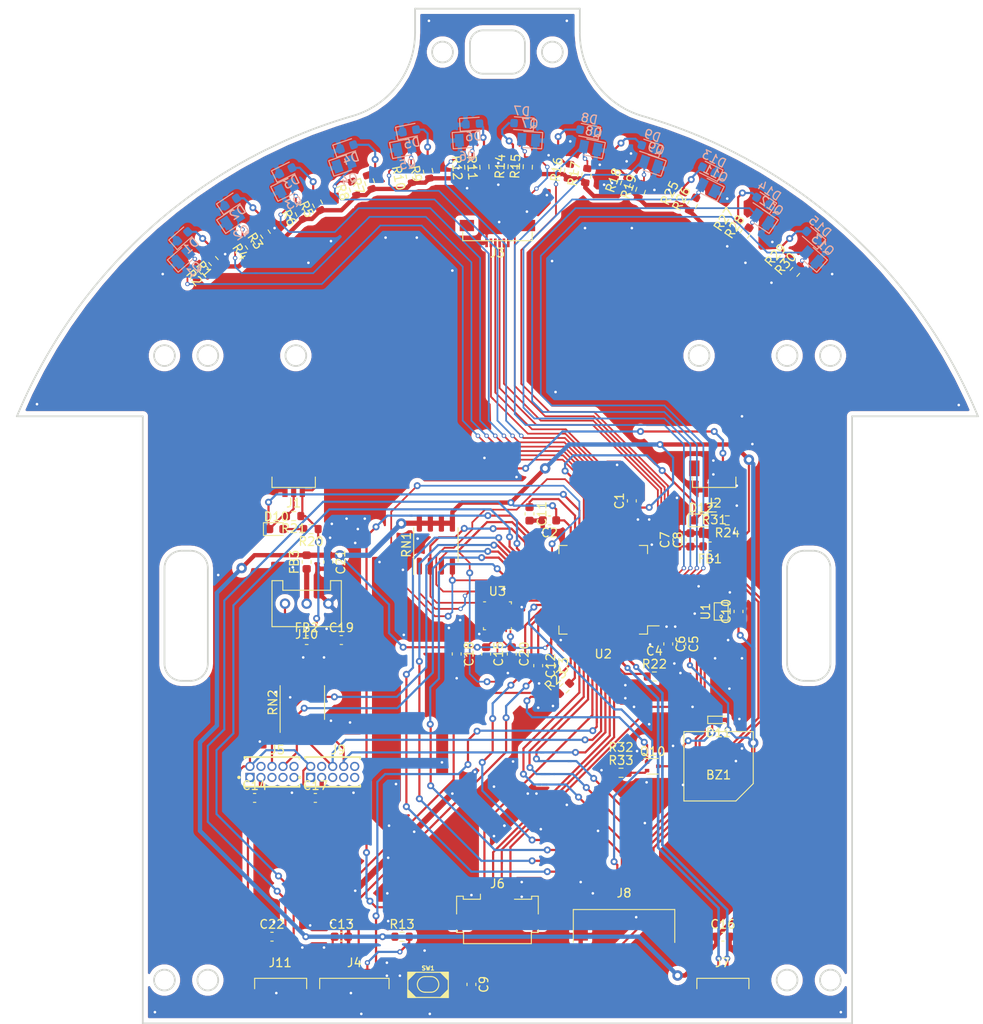
<source format=kicad_pcb>
(kicad_pcb (version 20171130) (host pcbnew "(5.1.10)-1")
  (layers (0 F.Cu signal) (31 B.Cu signal) (34 B.Paste user) (35 F.Paste user) (36 B.SilkS user) (37 F.SilkS user) (38 B.Mask user) (39 F.Mask user) (44 Edge.Cuts user))
  (net 0 "")
  (net 1 +3V3)
  (net 2 "Net-(BZ1-Pad2)")
  (net 3 GND)
  (net 4 "Net-(C7-Pad1)")
  (net 5 nRST)
  (net 6 "Net-(C11-Pad1)")
  (net 7 "Net-(C12-Pad1)")
  (net 8 +5V)
  (net 9 "Net-(C20-Pad1)")
  (net 10 "Net-(D1-Pad2)")
  (net 11 "Net-(D2-Pad2)")
  (net 12 "Net-(D3-Pad2)")
  (net 13 "Net-(D4-Pad2)")
  (net 14 "Net-(D5-Pad2)")
  (net 15 "Net-(D6-Pad2)")
  (net 16 "Net-(D7-Pad2)")
  (net 17 "Net-(D8-Pad2)")
  (net 18 "Net-(D9-Pad2)")
  (net 19 "Net-(D10-Pad2)")
  (net 20 SubSens2)
  (net 21 "Net-(D12-Pad2)")
  (net 22 SubSens1)
  (net 23 "Net-(D13-Pad2)")
  (net 24 "Net-(D14-Pad2)")
  (net 25 "Net-(D15-Pad2)")
  (net 26 "Net-(FB2-Pad1)")
  (net 27 "Net-(FB3-Pad1)")
  (net 28 "Net-(J3-Pad2)")
  (net 29 "Net-(J3-Pad3)")
  (net 30 "Net-(J3-Pad4)")
  (net 31 "Net-(J3-Pad5)")
  (net 32 SWCLK)
  (net 33 SWDIO)
  (net 34 SWO)
  (net 35 Encorder1_A)
  (net 36 Encorder1_B)
  (net 37 /LED_Red)
  (net 38 /LED_White)
  (net 39 /LED_B)
  (net 40 /LED_G)
  (net 41 /LED_R)
  (net 42 I2C_SDA)
  (net 43 I2C_SCL)
  (net 44 /DRV1_EN)
  (net 45 /DRV1_PN)
  (net 46 /DRV2_EN)
  (net 47 /DRV2_PN)
  (net 48 Encorder2_B)
  (net 49 Encorder2_A)
  (net 50 /SW2)
  (net 51 /Rotary1)
  (net 52 /Rotary8)
  (net 53 /SW1)
  (net 54 /Rotary2)
  (net 55 /Rotary4)
  (net 56 /SW3)
  (net 57 USART_TX)
  (net 58 USART_RX)
  (net 59 /Sensor01)
  (net 60 /Sensor02)
  (net 61 /Sensor03)
  (net 62 /Sensor04)
  (net 63 /Sensor05)
  (net 64 /Sensor06)
  (net 65 /Sensor07)
  (net 66 /Sensor08)
  (net 67 /Sensor09)
  (net 68 "Net-(Q10-Pad1)")
  (net 69 "Net-(Q10-Pad2)")
  (net 70 /Sensor10)
  (net 71 /Sensor11)
  (net 72 /Sensor12)
  (net 73 "Net-(R22-Pad1)")
  (net 74 "Net-(R23-Pad2)")
  (net 75 ICM_nCS)
  (net 76 ICM_MISO)
  (net 77 ICM_MOSI)
  (net 78 ICM_SCLK)
  (net 79 "Net-(U1-Pad3)")
  (module Package_QFP:LQFP-64_10x10mm_P0.5mm (layer F.Cu) (at 12.2 -3 180)
    (fp_text reference U2 (at 0 -7.4 180) (layer F.SilkS))
    (fp_text value STM32F405RGTx)
    (pad 1 smd roundrect (at -5.675 -3.75 180) (size 1.55 0.3) (layers F.Cu F.Paste F.Mask) (net 1 +3V3))
    (pad 2 smd roundrect (at -5.675 -3.25 180) (size 1.55 0.3) (layers F.Cu F.Paste F.Mask) (net 46 /DRV2_EN))
    (pad 3 smd roundrect (at -5.675 -2.75 180) (size 1.55 0.3) (layers F.Cu F.Paste F.Mask) (net 53 /SW1))
    (pad 4 smd roundrect (at -5.675 -2.25 180) (size 1.55 0.3) (layers F.Cu F.Paste F.Mask) (net 50 /SW2))
    (pad 5 smd roundrect (at -5.675 -1.75 180) (size 1.55 0.3) (layers F.Cu F.Paste F.Mask) (net 79 "Net-(U1-Pad3)"))
    (pad 6 smd roundrect (at -5.675 -1.25 180) (size 1.55 0.3) (layers F.Cu F.Paste F.Mask) (net 56 /SW3))
    (pad 7 smd roundrect (at -5.675 -0.75 180) (size 1.55 0.3) (layers F.Cu F.Paste F.Mask) (net 5 nRST))
    (pad 8 smd roundrect (at -5.675 -0.25 180) (size 1.55 0.3) (layers F.Cu F.Paste F.Mask) (net 72 /Sensor12))
    (pad 9 smd roundrect (at -5.675 0.25 180) (size 1.55 0.3) (layers F.Cu F.Paste F.Mask) (net 71 /Sensor11))
    (pad 10 smd roundrect (at -5.675 0.75 180) (size 1.55 0.3) (layers F.Cu F.Paste F.Mask) (net 70 /Sensor10))
    (pad 11 smd roundrect (at -5.675 1.25 180) (size 1.55 0.3) (layers F.Cu F.Paste F.Mask) (net 67 /Sensor09))
    (pad 12 smd roundrect (at -5.675 1.75 180) (size 1.55 0.3) (layers F.Cu F.Paste F.Mask) (net 3 GND))
    (pad 13 smd roundrect (at -5.675 2.25 180) (size 1.55 0.3) (layers F.Cu F.Paste F.Mask) (net 4 "Net-(C7-Pad1)"))
    (pad 14 smd roundrect (at -5.675 2.75 180) (size 1.55 0.3) (layers F.Cu F.Paste F.Mask) (net 66 /Sensor08))
    (pad 15 smd roundrect (at -5.675 3.25 180) (size 1.55 0.3) (layers F.Cu F.Paste F.Mask) (net 65 /Sensor07))
    (pad 16 smd roundrect (at -5.675 3.75 180) (size 1.55 0.3) (layers F.Cu F.Paste F.Mask) (net 28 "Net-(J3-Pad2)"))
    (pad 17 smd roundrect (at -3.75 5.675 180) (size 0.3 1.55) (layers F.Cu F.Paste F.Mask) (net 29 "Net-(J3-Pad3)"))
    (pad 18 smd roundrect (at -3.25 5.675 180) (size 0.3 1.55) (layers F.Cu F.Paste F.Mask) (net 3 GND))
    (pad 19 smd roundrect (at -2.75 5.675 180) (size 0.3 1.55) (layers F.Cu F.Paste F.Mask) (net 1 +3V3))
    (pad 20 smd roundrect (at -2.25 5.675 180) (size 0.3 1.55) (layers F.Cu F.Paste F.Mask) (net 30 "Net-(J3-Pad4)"))
    (pad 21 smd roundrect (at -1.75 5.675 180) (size 0.3 1.55) (layers F.Cu F.Paste F.Mask) (net 31 "Net-(J3-Pad5)"))
    (pad 22 smd roundrect (at -1.25 5.675 180) (size 0.3 1.55) (layers F.Cu F.Paste F.Mask) (net 64 /Sensor06))
    (pad 23 smd roundrect (at -0.75 5.675 180) (size 0.3 1.55) (layers F.Cu F.Paste F.Mask) (net 63 /Sensor05))
    (pad 24 smd roundrect (at -0.25 5.675 180) (size 0.3 1.55) (layers F.Cu F.Paste F.Mask) (net 62 /Sensor04))
    (pad 25 smd roundrect (at 0.25 5.675 180) (size 0.3 1.55) (layers F.Cu F.Paste F.Mask) (net 61 /Sensor03))
    (pad 26 smd roundrect (at 0.75 5.675 180) (size 0.3 1.55) (layers F.Cu F.Paste F.Mask) (net 60 /Sensor02))
    (pad 27 smd roundrect (at 1.25 5.675 180) (size 0.3 1.55) (layers F.Cu F.Paste F.Mask) (net 59 /Sensor01))
    (pad 28 smd roundrect (at 1.75 5.675 180) (size 0.3 1.55) (layers F.Cu F.Paste F.Mask) (net 22 SubSens1))
    (pad 29 smd roundrect (at 2.25 5.675 180) (size 0.3 1.55) (layers F.Cu F.Paste F.Mask) (net 78 ICM_SCLK))
    (pad 30 smd roundrect (at 2.75 5.675 180) (size 0.3 1.55) (layers F.Cu F.Paste F.Mask) (net 20 SubSens2))
    (pad 31 smd roundrect (at 3.25 5.675 180) (size 0.3 1.55) (layers F.Cu F.Paste F.Mask) (net 6 "Net-(C11-Pad1)"))
    (pad 32 smd roundrect (at 3.75 5.675 180) (size 0.3 1.55) (layers F.Cu F.Paste F.Mask) (net 1 +3V3))
    (pad 33 smd roundrect (at 5.675 3.75 180) (size 1.55 0.3) (layers F.Cu F.Paste F.Mask) (net 75 ICM_nCS))
    (pad 34 smd roundrect (at 5.675 3.25 180) (size 1.55 0.3) (layers F.Cu F.Paste F.Mask) (net 37 /LED_Red))
    (pad 35 smd roundrect (at 5.675 2.75 180) (size 1.55 0.3) (layers F.Cu F.Paste F.Mask) (net 76 ICM_MISO))
    (pad 36 smd roundrect (at 5.675 2.25 180) (size 1.55 0.3) (layers F.Cu F.Paste F.Mask) (net 77 ICM_MOSI))
    (pad 37 smd roundrect (at 5.675 1.75 180) (size 1.55 0.3) (layers F.Cu F.Paste F.Mask) (net 57 USART_TX))
    (pad 38 smd roundrect (at 5.675 1.25 180) (size 1.55 0.3) (layers F.Cu F.Paste F.Mask) (net 58 USART_RX))
    (pad 39 smd roundrect (at 5.675 0.75 180) (size 1.55 0.3) (layers F.Cu F.Paste F.Mask) (net 38 /LED_White))
    (pad 40 smd roundrect (at 5.675 0.25 180) (size 1.55 0.3) (layers F.Cu F.Paste F.Mask) (net 39 /LED_B))
    (pad 41 smd roundrect (at 5.675 -0.25 180) (size 1.55 0.3) (layers F.Cu F.Paste F.Mask) (net 35 Encorder1_A))
    (pad 42 smd roundrect (at 5.675 -0.75 180) (size 1.55 0.3) (layers F.Cu F.Paste F.Mask) (net 36 Encorder1_B))
    (pad 43 smd roundrect (at 5.675 -1.25 180) (size 1.55 0.3) (layers F.Cu F.Paste F.Mask) (net 40 /LED_G))
    (pad 44 smd roundrect (at 5.675 -1.75 180) (size 1.55 0.3) (layers F.Cu F.Paste F.Mask) (net 41 /LED_R))
    (pad 45 smd roundrect (at 5.675 -2.25 180) (size 1.55 0.3) (layers F.Cu F.Paste F.Mask) (net 55 /Rotary4))
    (pad 46 smd roundrect (at 5.675 -2.75 180) (size 1.55 0.3) (layers F.Cu F.Paste F.Mask) (net 33 SWDIO))
    (pad 47 smd roundrect (at 5.675 -3.25 180) (size 1.55 0.3) (layers F.Cu F.Paste F.Mask) (net 7 "Net-(C12-Pad1)"))
    (pad 48 smd roundrect (at 5.675 -3.75 180) (size 1.55 0.3) (layers F.Cu F.Paste F.Mask) (net 1 +3V3))
    (pad 49 smd roundrect (at 3.75 -5.675 180) (size 0.3 1.55) (layers F.Cu F.Paste F.Mask) (net 32 SWCLK))
    (pad 50 smd roundrect (at 3.25 -5.675 180) (size 0.3 1.55) (layers F.Cu F.Paste F.Mask) (net 74 "Net-(R23-Pad2)"))
    (pad 51 smd roundrect (at 2.75 -5.675 180) (size 0.3 1.55) (layers F.Cu F.Paste F.Mask) (net 54 /Rotary2))
    (pad 52 smd roundrect (at 2.25 -5.675 180) (size 0.3 1.55) (layers F.Cu F.Paste F.Mask) (net 52 /Rotary8))
    (pad 53 smd roundrect (at 1.75 -5.675 180) (size 0.3 1.55) (layers F.Cu F.Paste F.Mask) (net 51 /Rotary1))
    (pad 54 smd roundrect (at 1.25 -5.675 180) (size 0.3 1.55) (layers F.Cu F.Paste F.Mask) (net 44 /DRV1_EN))
    (pad 55 smd roundrect (at 0.75 -5.675 180) (size 0.3 1.55) (layers F.Cu F.Paste F.Mask) (net 34 SWO))
    (pad 56 smd roundrect (at 0.25 -5.675 180) (size 0.3 1.55) (layers F.Cu F.Paste F.Mask) (net 49 Encorder2_A))
    (pad 57 smd roundrect (at -0.25 -5.675 180) (size 0.3 1.55) (layers F.Cu F.Paste F.Mask) (net 48 Encorder2_B))
    (pad 58 smd roundrect (at -0.75 -5.675 180) (size 0.3 1.55) (layers F.Cu F.Paste F.Mask) (net 45 /DRV1_PN))
    (pad 59 smd roundrect (at -1.25 -5.675 180) (size 0.3 1.55) (layers F.Cu F.Paste F.Mask) (net 47 /DRV2_PN))
    (pad 60 smd roundrect (at -1.75 -5.675 180) (size 0.3 1.55) (layers F.Cu F.Paste F.Mask) (net 73 "Net-(R22-Pad1)"))
    (pad 61 smd roundrect (at -2.25 -5.675 180) (size 0.3 1.55) (layers F.Cu F.Paste F.Mask) (net 43 I2C_SCL))
    (pad 62 smd roundrect (at -2.75 -5.675 180) (size 0.3 1.55) (layers F.Cu F.Paste F.Mask) (net 42 I2C_SDA))
    (pad 63 smd roundrect (at -3.25 -5.675 180) (size 0.3 1.55) (layers F.Cu F.Paste F.Mask) (net 3 GND))
    (pad 64 smd roundrect (at -3.75 -5.675 180) (size 0.3 1.55) (layers F.Cu F.Paste F.Mask) (net 1 +3V3))
  )
  (module Resistor_SMD:R_0603_1608Metric (layer F.Cu) (at 8.25 -51.25 81.5)
    (fp_text reference R16 (at 0 -1.43 81.5) (layer F.SilkS))
    (fp_text value 100)
    (pad 2 smd roundrect (at 0.825 0 81.5) (size 0.8 0.95) (layers F.Cu F.Paste F.Mask) (net 17 "Net-(D8-Pad2)"))
    (pad 1 smd roundrect (at -0.825 0 81.5) (size 0.8 0.95) (layers F.Cu F.Paste F.Mask) (net 1 +3V3))
  )
  (module Package_DFN_QFN:QFN-24-1EP_3x3mm_P0.4mm_EP1.75x1.6mm (layer F.Cu) (at 0 0)
    (fp_text reference U3 (at 0 -2.82) (layer F.SilkS))
    (fp_text value ICM-20648)
    (pad 25 smd rect (at 0 0) (size 1.75 1.6) (layers F.Cu F.Mask) (net 3 GND))
    (pad 24 smd custom (at -1 -1.5) (size 0.115147 0.115147) (layers F.Cu F.Paste F.Mask) (net 77 ICM_MOSI) (options (clearance outline) (anchor circle)) (primitives (gr_poly (pts (xy -0.06 -0.335) (xy 0.06 -0.335) (xy 0.06 0.335) (xy 0.036569 0.335) (xy -0.06 0.238431)) (width 0.08))))
    (pad 23 smd roundrect (at -0.6 -1.5) (size 0.2 0.75) (layers F.Cu F.Paste F.Mask) (net 78 ICM_SCLK))
    (pad 22 smd roundrect (at -0.2 -1.5) (size 0.2 0.75) (layers F.Cu F.Paste F.Mask) (net 75 ICM_nCS))
    (pad 21 smd roundrect (at 0.2 -1.5) (size 0.2 0.75) (layers F.Cu F.Paste F.Mask))
    (pad 20 smd roundrect (at 0.6 -1.5) (size 0.2 0.75) (layers F.Cu F.Paste F.Mask) (net 3 GND))
    (pad 19 smd custom (at 1 -1.5) (size 0.115147 0.115147) (layers F.Cu F.Paste F.Mask) (options (clearance outline) (anchor circle)) (primitives (gr_poly (pts (xy -0.06 -0.335) (xy 0.06 -0.335) (xy 0.06 0.238431) (xy -0.036569 0.335) (xy -0.06 0.335)) (width 0.08))))
    (pad 18 smd custom (at 1.5 -1) (size 0.115147 0.115147) (layers F.Cu F.Paste F.Mask) (net 3 GND) (options (clearance outline) (anchor circle)) (primitives (gr_poly (pts (xy -0.335 0.036569) (xy -0.238431 -0.06) (xy 0.335 -0.06) (xy 0.335 0.06) (xy -0.335 0.06)) (width 0.08))))
    (pad 17 smd roundrect (at 1.5 -0.6) (size 0.75 0.2) (layers F.Cu F.Paste F.Mask))
    (pad 16 smd roundrect (at 1.5 -0.2) (size 0.75 0.2) (layers F.Cu F.Paste F.Mask))
    (pad 15 smd roundrect (at 1.5 0.2) (size 0.75 0.2) (layers F.Cu F.Paste F.Mask))
    (pad 14 smd roundrect (at 1.5 0.6) (size 0.75 0.2) (layers F.Cu F.Paste F.Mask))
    (pad 13 smd custom (at 1.5 1) (size 0.115147 0.115147) (layers F.Cu F.Paste F.Mask) (net 1 +3V3) (options (clearance outline) (anchor circle)) (primitives (gr_poly (pts (xy -0.335 -0.06) (xy 0.335 -0.06) (xy 0.335 0.06) (xy -0.238431 0.06) (xy -0.335 -0.036569)) (width 0.08))))
    (pad 12 smd custom (at 1 1.5) (size 0.115147 0.115147) (layers F.Cu F.Paste F.Mask) (options (clearance outline) (anchor circle)) (primitives (gr_poly (pts (xy -0.06 -0.335) (xy -0.036569 -0.335) (xy 0.06 -0.238431) (xy 0.06 0.335) (xy -0.06 0.335)) (width 0.08))))
    (pad 11 smd roundrect (at 0.6 1.5) (size 0.2 0.75) (layers F.Cu F.Paste F.Mask) (net 3 GND))
    (pad 10 smd roundrect (at 0.2 1.5) (size 0.2 0.75) (layers F.Cu F.Paste F.Mask) (net 9 "Net-(C20-Pad1)"))
    (pad 9 smd roundrect (at -0.2 1.5) (size 0.2 0.75) (layers F.Cu F.Paste F.Mask) (net 76 ICM_MISO))
    (pad 8 smd roundrect (at -0.6 1.5) (size 0.2 0.75) (layers F.Cu F.Paste F.Mask) (net 1 +3V3))
    (pad 7 smd custom (at -1 1.5) (size 0.115147 0.115147) (layers F.Cu F.Paste F.Mask) (options (clearance outline) (anchor circle)) (primitives (gr_poly (pts (xy -0.06 -0.238431) (xy 0.036569 -0.335) (xy 0.06 -0.335) (xy 0.06 0.335) (xy -0.06 0.335)) (width 0.08))))
    (pad 6 smd custom (at -1.5 1) (size 0.115147 0.115147) (layers F.Cu F.Paste F.Mask) (options (clearance outline) (anchor circle)) (primitives (gr_poly (pts (xy -0.335 -0.06) (xy 0.335 -0.06) (xy 0.335 -0.036569) (xy 0.238431 0.06) (xy -0.335 0.06)) (width 0.08))))
    (pad 5 smd roundrect (at -1.5 0.6) (size 0.75 0.2) (layers F.Cu F.Paste F.Mask))
    (pad 4 smd roundrect (at -1.5 0.2) (size 0.75 0.2) (layers F.Cu F.Paste F.Mask))
    (pad 3 smd roundrect (at -1.5 -0.2) (size 0.75 0.2) (layers F.Cu F.Paste F.Mask))
    (pad 2 smd roundrect (at -1.5 -0.6) (size 0.75 0.2) (layers F.Cu F.Paste F.Mask))
    (pad 1 smd custom (at -1.5 -1) (size 0.115147 0.115147) (layers F.Cu F.Paste F.Mask) (options (clearance outline) (anchor circle)) (primitives (gr_poly (pts (xy -0.335 -0.06) (xy 0.238431 -0.06) (xy 0.335 0.036569) (xy 0.335 0.06) (xy -0.335 0.06)) (width 0.08))))
  )
  (module FFC:WürthElektronik_687112183722_01x12_P0.5mm (layer F.Cu) (at 14.6 36.8)
    (fp_text reference J8 (at 0 -4.833336) (layer F.SilkS))
    (fp_text value FFC12)
    (pad MP smd rect (at 5 0) (size 1.65 1.3) (layers F.Cu F.Paste F.Mask) (net 3 GND))
    (pad MP smd rect (at -5 0) (size 1.65 1.3) (layers F.Cu F.Paste F.Mask) (net 3 GND))
    (pad 12 smd rect (at 2.75 -3.45) (size 0.3 1) (layers F.Cu F.Paste F.Mask) (net 56 /SW3))
    (pad 11 smd rect (at 2.25 -3.45) (size 0.3 1) (layers F.Cu F.Paste F.Mask) (net 50 /SW2))
    (pad 10 smd rect (at 1.75 -3.45) (size 0.3 1) (layers F.Cu F.Paste F.Mask) (net 53 /SW1))
    (pad 9 smd rect (at 1.25 -3.45) (size 0.3 1) (layers F.Cu F.Paste F.Mask) (net 51 /Rotary1))
    (pad 8 smd rect (at 0.75 -3.45) (size 0.3 1) (layers F.Cu F.Paste F.Mask) (net 52 /Rotary8))
    (pad 7 smd rect (at 0.25 -3.45) (size 0.3 1) (layers F.Cu F.Paste F.Mask) (net 54 /Rotary2))
    (pad 6 smd rect (at -0.25 -3.45) (size 0.3 1) (layers F.Cu F.Paste F.Mask) (net 55 /Rotary4))
    (pad 5 smd rect (at -0.75 -3.45) (size 0.3 1) (layers F.Cu F.Paste F.Mask) (net 41 /LED_R))
    (pad 4 smd rect (at -1.25 -3.45) (size 0.3 1) (layers F.Cu F.Paste F.Mask) (net 40 /LED_G))
    (pad 3 smd rect (at -1.75 -3.45) (size 0.3 1) (layers F.Cu F.Paste F.Mask) (net 39 /LED_B))
    (pad 2 smd rect (at -2.25 -3.45) (size 0.3 1) (layers F.Cu F.Paste F.Mask) (net 38 /LED_White))
    (pad 1 smd rect (at -2.75 -3.45) (size 0.3 1) (layers F.Cu F.Paste F.Mask) (net 37 /LED_Red))
  )
  (module Buzzer:TE044003-4 (layer F.Cu) (at 25.5 17.35)
    (fp_text reference BZ1 (at 0 1) (layer F.SilkS))
    (fp_text value TE044003-4)
    (pad 1 smd rect (at 4 0) (size 2 2.4) (layers F.Cu F.Paste F.Mask) (net 1 +3V3))
    (pad 2 smd rect (at -4 0) (size 2 2.4) (layers F.Cu F.Paste F.Mask) (net 2 "Net-(BZ1-Pad2)"))
  )
  (module Capacitor_SMD:C_0603_1608Metric (layer F.Cu) (at 15.5 -13.25 90)
    (fp_text reference C1 (at 0 -1.43 90) (layer F.SilkS))
    (fp_text value 0.1u)
    (pad 1 smd roundrect (at -0.775 0 90) (size 0.9 0.95) (layers F.Cu F.Paste F.Mask) (net 1 +3V3))
    (pad 2 smd roundrect (at 0.775 0 90) (size 0.9 0.95) (layers F.Cu F.Paste F.Mask) (net 3 GND))
  )
  (module Capacitor_SMD:C_0603_1608Metric (layer F.Cu) (at 6 -11 180)
    (fp_text reference C2 (at 0 -1.43) (layer F.SilkS))
    (fp_text value 0.1u)
    (pad 2 smd roundrect (at 0.775 0 180) (size 0.9 0.95) (layers F.Cu F.Paste F.Mask) (net 3 GND))
    (pad 1 smd roundrect (at -0.775 0 180) (size 0.9 0.95) (layers F.Cu F.Paste F.Mask) (net 1 +3V3))
  )
  (module Capacitor_SMD:C_0603_1608Metric (layer F.Cu) (at 6.2 5.75 270)
    (fp_text reference C3 (at 0 -1.43 90) (layer F.SilkS))
    (fp_text value 0.1u)
    (pad 2 smd roundrect (at 0.775 0 270) (size 0.9 0.95) (layers F.Cu F.Paste F.Mask) (net 3 GND))
    (pad 1 smd roundrect (at -0.775 0 270) (size 0.9 0.95) (layers F.Cu F.Paste F.Mask) (net 1 +3V3))
  )
  (module Capacitor_SMD:C_0603_1608Metric (layer F.Cu) (at 18.1 5.5)
    (fp_text reference C4 (at 0 -1.43) (layer F.SilkS))
    (fp_text value 0.1u)
    (pad 1 smd roundrect (at -0.775 0) (size 0.9 0.95) (layers F.Cu F.Paste F.Mask) (net 1 +3V3))
    (pad 2 smd roundrect (at 0.775 0) (size 0.9 0.95) (layers F.Cu F.Paste F.Mask) (net 3 GND))
  )
  (module Capacitor_SMD:C_0603_1608Metric (layer F.Cu) (at 21.2 3.25 270)
    (fp_text reference C5 (at 0 -1.43 90) (layer F.SilkS))
    (fp_text value 4.7u)
    (pad 1 smd roundrect (at -0.775 0 270) (size 0.9 0.95) (layers F.Cu F.Paste F.Mask) (net 1 +3V3))
    (pad 2 smd roundrect (at 0.775 0 270) (size 0.9 0.95) (layers F.Cu F.Paste F.Mask) (net 3 GND))
  )
  (module Capacitor_SMD:C_0603_1608Metric (layer F.Cu) (at 19.7 3.25 270)
    (fp_text reference C6 (at 0 -1.43 90) (layer F.SilkS))
    (fp_text value 0.1u)
    (pad 2 smd roundrect (at 0.775 0 270) (size 0.9 0.95) (layers F.Cu F.Paste F.Mask) (net 3 GND))
    (pad 1 smd roundrect (at -0.775 0 270) (size 0.9 0.95) (layers F.Cu F.Paste F.Mask) (net 1 +3V3))
  )
  (module Capacitor_SMD:C_0603_1608Metric (layer F.Cu) (at 20.75 -8.75 90)
    (fp_text reference C7 (at 0 -1.43 90) (layer F.SilkS))
    (fp_text value 0.1u)
    (pad 1 smd roundrect (at -0.775 0 90) (size 0.9 0.95) (layers F.Cu F.Paste F.Mask) (net 4 "Net-(C7-Pad1)"))
    (pad 2 smd roundrect (at 0.775 0 90) (size 0.9 0.95) (layers F.Cu F.Paste F.Mask) (net 3 GND))
  )
  (module Capacitor_SMD:C_0603_1608Metric (layer F.Cu) (at 22.25 -8.75 90)
    (fp_text reference C8 (at 0 -1.43 90) (layer F.SilkS))
    (fp_text value 1u)
    (pad 2 smd roundrect (at 0.775 0 90) (size 0.9 0.95) (layers F.Cu F.Paste F.Mask) (net 3 GND))
    (pad 1 smd roundrect (at -0.775 0 90) (size 0.9 0.95) (layers F.Cu F.Paste F.Mask) (net 4 "Net-(C7-Pad1)"))
  )
  (module Capacitor_SMD:C_0603_1608Metric (layer F.Cu) (at -3 42.5 270)
    (fp_text reference C9 (at 0 -1.43 90) (layer F.SilkS))
    (fp_text value 0.1u)
    (pad 2 smd roundrect (at 0.775 0 270) (size 0.9 0.95) (layers F.Cu F.Paste F.Mask) (net 3 GND))
    (pad 1 smd roundrect (at -0.775 0 270) (size 0.9 0.95) (layers F.Cu F.Paste F.Mask) (net 5 nRST))
  )
  (module Capacitor_SMD:C_0603_1608Metric (layer F.Cu) (at 27.8 -0.5 90)
    (fp_text reference C10 (at 0 -1.43 90) (layer F.SilkS))
    (fp_text value 0.1u)
    (pad 1 smd roundrect (at -0.775 0 90) (size 0.9 0.95) (layers F.Cu F.Paste F.Mask) (net 1 +3V3))
    (pad 2 smd roundrect (at 0.775 0 90) (size 0.9 0.95) (layers F.Cu F.Paste F.Mask) (net 3 GND))
  )
  (module Capacitor_SMD:C_0603_1608Metric (layer F.Cu) (at 3.7 -11.75 270)
    (fp_text reference C11 (at 0 -1.43 90) (layer F.SilkS))
    (fp_text value 2.2u)
    (pad 2 smd roundrect (at 0.775 0 270) (size 0.9 0.95) (layers F.Cu F.Paste F.Mask) (net 3 GND))
    (pad 1 smd roundrect (at -0.775 0 270) (size 0.9 0.95) (layers F.Cu F.Paste F.Mask) (net 6 "Net-(C11-Pad1)"))
  )
  (module Capacitor_SMD:C_0603_1608Metric (layer F.Cu) (at 4.7 5.75 270)
    (fp_text reference C12 (at 0 -1.43 90) (layer F.SilkS))
    (fp_text value 2.2u)
    (pad 1 smd roundrect (at -0.775 0 270) (size 0.9 0.95) (layers F.Cu F.Paste F.Mask) (net 7 "Net-(C12-Pad1)"))
    (pad 2 smd roundrect (at 0.775 0 270) (size 0.9 0.95) (layers F.Cu F.Paste F.Mask) (net 3 GND))
  )
  (module Capacitor_SMD:C_0603_1608Metric (layer F.Cu) (at -18 37)
    (fp_text reference C13 (at 0 -1.43) (layer F.SilkS))
    (fp_text value 0.1u)
    (pad 1 smd roundrect (at -0.775 0) (size 0.9 0.95) (layers F.Cu F.Paste F.Mask) (net 1 +3V3))
    (pad 2 smd roundrect (at 0.775 0) (size 0.9 0.95) (layers F.Cu F.Paste F.Mask) (net 3 GND))
  )
  (module Capacitor_SMD:C_0603_1608Metric (layer F.Cu) (at -28 21)
    (fp_text reference C14 (at 0 -1.43) (layer F.SilkS))
    (fp_text value 0.1u)
    (pad 1 smd roundrect (at -0.775 0) (size 0.9 0.95) (layers F.Cu F.Paste F.Mask) (net 8 +5V))
    (pad 2 smd roundrect (at 0.775 0) (size 0.9 0.95) (layers F.Cu F.Paste F.Mask) (net 3 GND))
  )
  (module Capacitor_SMD:C_0603_1608Metric (layer F.Cu) (at -1.3 4.4 270)
    (fp_text reference C15 (at 0 -1.43 90) (layer F.SilkS))
    (fp_text value 0.1u)
    (pad 1 smd roundrect (at -0.775 0 270) (size 0.9 0.95) (layers F.Cu F.Paste F.Mask) (net 1 +3V3))
    (pad 2 smd roundrect (at 0.775 0 270) (size 0.9 0.95) (layers F.Cu F.Paste F.Mask) (net 3 GND))
  )
  (module Capacitor_SMD:C_0603_1608Metric (layer F.Cu) (at 26 37)
    (fp_text reference C16 (at 0 -1.43) (layer F.SilkS))
    (fp_text value 0.1u)
    (pad 2 smd roundrect (at 0.775 0) (size 0.9 0.95) (layers F.Cu F.Paste F.Mask) (net 3 GND))
    (pad 1 smd roundrect (at -0.775 0) (size 0.9 0.95) (layers F.Cu F.Paste F.Mask) (net 1 +3V3))
  )
  (module Capacitor_SMD:C_0603_1608Metric (layer F.Cu) (at -21 21)
    (fp_text reference C17 (at 0 -1.43) (layer F.SilkS))
    (fp_text value 0.1u)
    (pad 2 smd roundrect (at 0.775 0) (size 0.9 0.95) (layers F.Cu F.Paste F.Mask) (net 3 GND))
    (pad 1 smd roundrect (at -0.775 0) (size 0.9 0.95) (layers F.Cu F.Paste F.Mask) (net 8 +5V))
  )
  (module Capacitor_SMD:C_0603_1608Metric (layer F.Cu) (at -4.7 4.4 270)
    (fp_text reference C18 (at 0 -1.43 90) (layer F.SilkS))
    (fp_text value 0.1u)
    (pad 2 smd roundrect (at 0.775 0 270) (size 0.9 0.95) (layers F.Cu F.Paste F.Mask) (net 3 GND))
    (pad 1 smd roundrect (at -0.775 0 270) (size 0.9 0.95) (layers F.Cu F.Paste F.Mask) (net 1 +3V3))
  )
  (module Capacitor_SMD:C_0603_1608Metric (layer F.Cu) (at -18 2.8)
    (fp_text reference C19 (at 0 -1.43) (layer F.SilkS))
    (fp_text value 0.1u)
    (pad 2 smd roundrect (at 0.775 0) (size 0.9 0.95) (layers F.Cu F.Paste F.Mask) (net 3 GND))
    (pad 1 smd roundrect (at -0.775 0) (size 0.9 0.95) (layers F.Cu F.Paste F.Mask) (net 8 +5V))
  )
  (module Capacitor_SMD:C_0603_1608Metric (layer F.Cu) (at 1.65 4.4 270)
    (fp_text reference C20 (at 0 -1.43 90) (layer F.SilkS))
    (fp_text value 0.1u)
    (pad 2 smd roundrect (at 0.775 0 270) (size 0.9 0.95) (layers F.Cu F.Paste F.Mask) (net 3 GND))
    (pad 1 smd roundrect (at -0.775 0 270) (size 0.9 0.95) (layers F.Cu F.Paste F.Mask) (net 9 "Net-(C20-Pad1)"))
  )
  (module Capacitor_SMD:C_0603_1608Metric (layer F.Cu) (at -19.5 -6.2 270)
    (fp_text reference C21 (at 0 -1.43 90) (layer F.SilkS))
    (fp_text value 0.1u)
    (pad 1 smd roundrect (at -0.775 0 270) (size 0.9 0.95) (layers F.Cu F.Paste F.Mask) (net 1 +3V3))
    (pad 2 smd roundrect (at 0.775 0 270) (size 0.9 0.95) (layers F.Cu F.Paste F.Mask) (net 3 GND))
  )
  (module Capacitor_SMD:C_0603_1608Metric (layer F.Cu) (at -26 37)
    (fp_text reference C22 (at 0 -1.43) (layer F.SilkS))
    (fp_text value 0.1u)
    (pad 1 smd roundrect (at -0.775 0) (size 0.9 0.95) (layers F.Cu F.Paste F.Mask) (net 8 +5V))
    (pad 2 smd roundrect (at 0.775 0) (size 0.9 0.95) (layers F.Cu F.Paste F.Mask) (net 3 GND))
  )
  (module Diode_SMD:D_0603_1608Metric (layer B.Cu) (at -36.3 -43.75 41.2)
    (fp_text reference D1 (at 0 1.43 221.2) (layer B.SilkS) (effects (justify mirror)))
    (fp_text value SIR19-21C/TR8)
    (pad 1 smd roundrect (at -0.7875 0 41.2) (size 0.875 0.95) (layers B.Cu B.Paste B.Mask) (net 3 GND))
    (pad 2 smd roundrect (at 0.7875 0 41.2) (size 0.875 0.95) (layers B.Cu B.Paste B.Mask) (net 10 "Net-(D1-Pad2)"))
  )
  (module Diode_SMD:D_0603_1608Metric (layer B.Cu) (at -30.75 -47.7 33.7)
    (fp_text reference D2 (at -0.000001 1.43 213.7) (layer B.SilkS) (effects (justify mirror)))
    (fp_text value SIR19-21C/TR8)
    (pad 2 smd roundrect (at 0.7875 0 33.7) (size 0.875 0.95) (layers B.Cu B.Paste B.Mask) (net 11 "Net-(D2-Pad2)"))
    (pad 1 smd roundrect (at -0.7875 0 33.7) (size 0.875 0.95) (layers B.Cu B.Paste B.Mask) (net 3 GND))
  )
  (module Diode_SMD:D_0603_1608Metric (layer B.Cu) (at -24.4 -51.3 26.2)
    (fp_text reference D3 (at 0 1.429999 206.2) (layer B.SilkS) (effects (justify mirror)))
    (fp_text value SIR19-21C/TR8)
    (pad 2 smd roundrect (at 0.7875 0 26.2) (size 0.875 0.95) (layers B.Cu B.Paste B.Mask) (net 12 "Net-(D3-Pad2)"))
    (pad 1 smd roundrect (at -0.7875 0 26.2) (size 0.875 0.95) (layers B.Cu B.Paste B.Mask) (net 3 GND))
  )
  (module Diode_SMD:D_0603_1608Metric (layer B.Cu) (at -17.35 -54.05 18.7)
    (fp_text reference D4 (at 0 1.43 198.7) (layer B.SilkS) (effects (justify mirror)))
    (fp_text value SIR19-21C/TR8)
    (pad 1 smd roundrect (at -0.7875 0 18.7) (size 0.875 0.95) (layers B.Cu B.Paste B.Mask) (net 3 GND))
    (pad 2 smd roundrect (at 0.7875 0 18.7) (size 0.875 0.95) (layers B.Cu B.Paste B.Mask) (net 13 "Net-(D4-Pad2)"))
  )
  (module Diode_SMD:D_0603_1608Metric (layer B.Cu) (at -10.15 -55.9 11.2)
    (fp_text reference D5 (at 0 1.43 191.2) (layer B.SilkS) (effects (justify mirror)))
    (fp_text value SIR19-21C/TR8)
    (pad 2 smd roundrect (at 0.7875 0 11.2) (size 0.875 0.95) (layers B.Cu B.Paste B.Mask) (net 14 "Net-(D5-Pad2)"))
    (pad 1 smd roundrect (at -0.7875 0 11.2) (size 0.875 0.95) (layers B.Cu B.Paste B.Mask) (net 3 GND))
  )
  (module Diode_SMD:D_0603_1608Metric (layer B.Cu) (at -2.85 -56.7 3.7)
    (fp_text reference D6 (at 0 1.43 183.7) (layer B.SilkS) (effects (justify mirror)))
    (fp_text value SIR19-21C/TR8)
    (pad 2 smd roundrect (at 0.7875 0 3.7) (size 0.875 0.95) (layers B.Cu B.Paste B.Mask) (net 15 "Net-(D6-Pad2)"))
    (pad 1 smd roundrect (at -0.7875 0 3.7) (size 0.875 0.95) (layers B.Cu B.Paste B.Mask) (net 3 GND))
  )
  (module Diode_SMD:D_0603_1608Metric (layer B.Cu) (at 2.7 -56.75 176.2)
    (fp_text reference D7 (at 0 1.43 356.2) (layer B.SilkS) (effects (justify mirror)))
    (fp_text value SIR19-21C/TR8)
    (pad 1 smd roundrect (at -0.7875 0 176.2) (size 0.875 0.95) (layers B.Cu B.Paste B.Mask) (net 3 GND))
    (pad 2 smd roundrect (at 0.7875 0 176.2) (size 0.875 0.95) (layers B.Cu B.Paste B.Mask) (net 16 "Net-(D7-Pad2)"))
  )
  (module Diode_SMD:D_0603_1608Metric (layer B.Cu) (at 10.3 -55.9 168.7)
    (fp_text reference D8 (at 0 1.43 348.7) (layer B.SilkS) (effects (justify mirror)))
    (fp_text value SIR19-21C/TR8)
    (pad 1 smd roundrect (at -0.7875 0 168.7) (size 0.875 0.95) (layers B.Cu B.Paste B.Mask) (net 3 GND))
    (pad 2 smd roundrect (at 0.7875 0 168.7) (size 0.875 0.95) (layers B.Cu B.Paste B.Mask) (net 17 "Net-(D8-Pad2)"))
  )
  (module Diode_SMD:D_0603_1608Metric (layer B.Cu) (at 17.4 -54 161.2)
    (fp_text reference D9 (at 0 1.43 341.2) (layer B.SilkS) (effects (justify mirror)))
    (fp_text value SIR19-21C/TR8)
    (pad 1 smd roundrect (at -0.7875 0 161.2) (size 0.875 0.95) (layers B.Cu B.Paste B.Mask) (net 3 GND))
    (pad 2 smd roundrect (at 0.7875 0 161.2) (size 0.875 0.95) (layers B.Cu B.Paste B.Mask) (net 18 "Net-(D9-Pad2)"))
  )
  (module Diode_SMD:D_0603_1608Metric (layer F.Cu) (at -25.5 -10)
    (fp_text reference D10 (at 0 -1.43) (layer F.SilkS))
    (fp_text value SMLEN3WBC8W1)
    (pad 2 smd roundrect (at 0.7875 0) (size 0.875 0.95) (layers F.Cu F.Paste F.Mask) (net 19 "Net-(D10-Pad2)"))
    (pad 1 smd roundrect (at -0.7875 0) (size 0.875 0.95) (layers F.Cu F.Paste F.Mask) (net 20 SubSens2))
  )
  (module original:SOD-523 (layer F.Cu) (at 25.5 12)
    (fp_text reference D11 (at 0 1.4875) (layer F.SilkS))
    (fp_text value RB751S40-AU_R1_000A1)
    (pad 1 smd rect (at 0.735 0) (size 0.53 0.5) (layers F.Cu F.Paste F.Mask) (net 1 +3V3))
    (pad 2 smd rect (at -0.735 0) (size 0.53 0.5) (layers F.Cu F.Paste F.Mask) (net 2 "Net-(BZ1-Pad2)"))
  )
  (module Diode_SMD:D_0603_1608Metric (layer F.Cu) (at 23.5 -11)
    (fp_text reference D12 (at 0 -1.43) (layer F.SilkS))
    (fp_text value SMLEN3WBC8W1)
    (pad 2 smd roundrect (at 0.7875 0) (size 0.875 0.95) (layers F.Cu F.Paste F.Mask) (net 21 "Net-(D12-Pad2)"))
    (pad 1 smd roundrect (at -0.7875 0) (size 0.875 0.95) (layers F.Cu F.Paste F.Mask) (net 22 SubSens1))
  )
  (module Diode_SMD:D_0603_1608Metric (layer B.Cu) (at 24.35 -51.4 153.7)
    (fp_text reference D13 (at 0 1.43 -26.3) (layer B.SilkS) (effects (justify mirror)))
    (fp_text value SIR19-21C/TR8)
    (pad 1 smd roundrect (at -0.7875 0 153.7) (size 0.875 0.95) (layers B.Cu B.Paste B.Mask) (net 3 GND))
    (pad 2 smd roundrect (at 0.7875 0 153.7) (size 0.875 0.95) (layers B.Cu B.Paste B.Mask) (net 23 "Net-(D13-Pad2)"))
  )
  (module Diode_SMD:D_0603_1608Metric (layer B.Cu) (at 30.55 -47.8 146.2)
    (fp_text reference D14 (at 0 1.43 326.2) (layer B.SilkS) (effects (justify mirror)))
    (fp_text value SIR19-21C/TR8)
    (pad 1 smd roundrect (at -0.7875 0 146.2) (size 0.875 0.95) (layers B.Cu B.Paste B.Mask) (net 3 GND))
    (pad 2 smd roundrect (at 0.7875 0 146.2) (size 0.875 0.95) (layers B.Cu B.Paste B.Mask) (net 24 "Net-(D14-Pad2)"))
  )
  (module Diode_SMD:D_0603_1608Metric (layer B.Cu) (at 36.25 -43.8 138.7)
    (fp_text reference D15 (at 0 1.43 318.7) (layer B.SilkS) (effects (justify mirror)))
    (fp_text value SIR19-21C/TR8)
    (pad 2 smd roundrect (at 0.7875 0 138.7) (size 0.875 0.95) (layers B.Cu B.Paste B.Mask) (net 25 "Net-(D15-Pad2)"))
    (pad 1 smd roundrect (at -0.7875 0 138.7) (size 0.875 0.95) (layers B.Cu B.Paste B.Mask) (net 3 GND))
  )
  (module Inductor_SMD:L_0603_1608Metric (layer F.Cu) (at 24.5 -8 180)
    (fp_text reference FB1 (at 0 -1.43) (layer F.SilkS))
    (fp_text value 470)
    (pad 1 smd roundrect (at -0.7875 0 180) (size 0.875 0.95) (layers F.Cu F.Paste F.Mask) (net 1 +3V3))
    (pad 2 smd roundrect (at 0.7875 0 180) (size 0.875 0.95) (layers F.Cu F.Paste F.Mask) (net 4 "Net-(C7-Pad1)"))
  )
  (module Inductor_SMD:L_0603_1608Metric (layer F.Cu) (at -22 2.8)
    (fp_text reference FB2 (at 0 -1.43) (layer F.SilkS))
    (fp_text value 470)
    (pad 1 smd roundrect (at -0.7875 0) (size 0.875 0.95) (layers F.Cu F.Paste F.Mask) (net 26 "Net-(FB2-Pad1)"))
    (pad 2 smd roundrect (at 0.7875 0) (size 0.875 0.95) (layers F.Cu F.Paste F.Mask) (net 8 +5V))
  )
  (module Inductor_SMD:L_0603_1608Metric (layer F.Cu) (at -22 -6.2 90)
    (fp_text reference FB3 (at 0 -1.43 90) (layer F.SilkS))
    (fp_text value 470)
    (pad 2 smd roundrect (at 0.7875 0 90) (size 0.875 0.95) (layers F.Cu F.Paste F.Mask) (net 1 +3V3))
    (pad 1 smd roundrect (at -0.7875 0 90) (size 0.875 0.95) (layers F.Cu F.Paste F.Mask) (net 27 "Net-(FB3-Pad1)"))
  )
  (module SH:SH_01x03 (layer F.Cu) (at -23.5 -17 180)
    (fp_text reference J1 (at 0 -4) (layer F.SilkS))
    (fp_text value SH3)
    (pad 3 smd rect (at 1 -2.525 180) (size 0.6 1.55) (layers F.Cu F.Paste F.Mask) (net 3 GND))
    (pad 1 smd rect (at -1 -2.525 180) (size 0.6 1.55) (layers F.Cu F.Paste F.Mask) (net 8 +5V))
    (pad 2 smd rect (at 0 -2.525 180) (size 0.6 1.55) (layers F.Cu F.Paste F.Mask) (net 20 SubSens2))
    (pad MP smd rect (at -2.3 0 180) (size 1.2 1.8) (layers F.Cu F.Paste F.Mask))
    (pad MP smd rect (at 2.3 0 180) (size 1.2 1.8) (layers F.Cu F.Paste F.Mask))
  )
  (module SH:SH_01x03 (layer F.Cu) (at 25 -17 180)
    (fp_text reference J2 (at 0 -4) (layer F.SilkS))
    (fp_text value SH3)
    (pad MP smd rect (at 2.3 0 180) (size 1.2 1.8) (layers F.Cu F.Paste F.Mask))
    (pad MP smd rect (at -2.3 0 180) (size 1.2 1.8) (layers F.Cu F.Paste F.Mask))
    (pad 2 smd rect (at 0 -2.525 180) (size 0.6 1.55) (layers F.Cu F.Paste F.Mask) (net 22 SubSens1))
    (pad 1 smd rect (at -1 -2.525 180) (size 0.6 1.55) (layers F.Cu F.Paste F.Mask) (net 8 +5V))
    (pad 3 smd rect (at 1 -2.525 180) (size 0.6 1.55) (layers F.Cu F.Paste F.Mask) (net 3 GND))
  )
  (module FFC:Molex_0545480671_01x06_P0.5mm (layer F.Cu) (at 0 -45 180)
    (fp_text reference J3 (at 0 -3.16667) (layer F.SilkS))
    (fp_text value FFC6)
    (pad MP smd rect (at -3.525 0 180) (size 1.65 1.3) (layers F.Cu F.Paste F.Mask))
    (pad MP smd rect (at 3.525 0 180) (size 1.65 1.3) (layers F.Cu F.Paste F.Mask))
    (pad 1 smd rect (at -1.25 -2 270) (size 1 0.3) (layers F.Cu F.Paste F.Mask) (net 1 +3V3))
    (pad 2 smd rect (at -0.75 -2 270) (size 1 0.3) (layers F.Cu F.Paste F.Mask) (net 28 "Net-(J3-Pad2)"))
    (pad 3 smd rect (at -0.25 -2 270) (size 1 0.3) (layers F.Cu F.Paste F.Mask) (net 29 "Net-(J3-Pad3)"))
    (pad 4 smd rect (at 0.25 -2 270) (size 1 0.3) (layers F.Cu F.Paste F.Mask) (net 30 "Net-(J3-Pad4)"))
    (pad 5 smd rect (at 0.75 -2 270) (size 1 0.3) (layers F.Cu F.Paste F.Mask) (net 31 "Net-(J3-Pad5)"))
    (pad 6 smd rect (at 1.25 -2 270) (size 1 0.3) (layers F.Cu F.Paste F.Mask) (net 3 GND))
  )
  (module SH:SH_01x06 (layer F.Cu) (at -16.5 44)
    (fp_text reference J4 (at 0 -4) (layer F.SilkS))
    (fp_text value SH6)
    (pad 2 smd rect (at -1.5 -2.525) (size 0.6 1.55) (layers F.Cu F.Paste F.Mask) (net 32 SWCLK))
    (pad MP smd rect (at 3.8 0) (size 1.2 1.8) (layers F.Cu F.Paste F.Mask) (net 3 GND))
    (pad 1 smd rect (at -2.5 -2.525) (size 0.6 1.55) (layers F.Cu F.Paste F.Mask) (net 1 +3V3))
    (pad 3 smd rect (at -0.5 -2.525) (size 0.6 1.55) (layers F.Cu F.Paste F.Mask) (net 3 GND))
    (pad MP smd rect (at -3.8 0) (size 1.2 1.8) (layers F.Cu F.Paste F.Mask) (net 3 GND))
    (pad 4 smd rect (at 0.5 -2.525) (size 0.6 1.55) (layers F.Cu F.Paste F.Mask) (net 33 SWDIO))
    (pad 5 smd rect (at 1.5 -2.525) (size 0.6 1.55) (layers F.Cu F.Paste F.Mask) (net 5 nRST))
    (pad 6 smd rect (at 2.5 -2.525) (size 0.6 1.55) (layers F.Cu F.Paste F.Mask) (net 34 SWO))
  )
  (module FTSH:SAMTEC_FTSH-105-01-L-D-K (layer F.Cu) (at -26 18)
    (fp_text reference J5 (at 0.635 -2.54) (layer F.SilkS))
    (fp_text value FTSH2x5)
    (pad 1 thru_hole rect (at -2.54 0.635) (size 1.06 1.06) (drill 0.71) (layers *.Cu *.Mask))
    (pad 2 thru_hole circle (at -2.54 -0.635) (size 1.06 1.06) (drill 0.71) (layers *.Cu *.Mask) (net 8 +5V))
    (pad 3 thru_hole circle (at -1.27 0.635) (size 1.06 1.06) (drill 0.71) (layers *.Cu *.Mask) (net 3 GND))
    (pad 4 thru_hole circle (at -1.27 -0.635) (size 1.06 1.06) (drill 0.71) (layers *.Cu *.Mask))
    (pad 5 thru_hole circle (at 0 0.635) (size 1.06 1.06) (drill 0.71) (layers *.Cu *.Mask))
    (pad 6 thru_hole circle (at 0 -0.635) (size 1.06 1.06) (drill 0.71) (layers *.Cu *.Mask) (net 35 Encorder1_A))
    (pad 7 thru_hole circle (at 1.27 0.635) (size 1.06 1.06) (drill 0.71) (layers *.Cu *.Mask))
    (pad 8 thru_hole circle (at 1.27 -0.635) (size 1.06 1.06) (drill 0.71) (layers *.Cu *.Mask) (net 36 Encorder1_B))
    (pad 9 thru_hole circle (at 2.54 0.635) (size 1.06 1.06) (drill 0.71) (layers *.Cu *.Mask))
    (pad 10 thru_hole circle (at 2.54 -0.635) (size 1.06 1.06) (drill 0.71) (layers *.Cu *.Mask))
  )
  (module SH:SH_01x04 (layer F.Cu) (at 26 44)
    (fp_text reference J7 (at -0.05 -4) (layer F.SilkS))
    (fp_text value SH4)
    (pad 4 smd rect (at 1.5 -2.525) (size 0.6 1.55) (layers F.Cu F.Paste F.Mask) (net 3 GND))
    (pad 1 smd rect (at -1.5 -2.525) (size 0.6 1.55) (layers F.Cu F.Paste F.Mask) (net 1 +3V3))
    (pad 3 smd rect (at 0.5 -2.525) (size 0.6 1.55) (layers F.Cu F.Paste F.Mask) (net 42 I2C_SDA))
    (pad 2 smd rect (at -0.5 -2.525) (size 0.6 1.55) (layers F.Cu F.Paste F.Mask) (net 43 I2C_SCL))
    (pad MP smd rect (at -2.8 0) (size 1.2 1.8) (layers F.Cu F.Paste F.Mask) (net 3 GND))
    (pad MP smd rect (at 2.8 0) (size 1.2 1.8) (layers F.Cu F.Paste F.Mask) (net 3 GND))
  )
  (module Connector_FFC-FPC:Molex_200528-0040_1x04-1MP_P1.00mm_Horizontal (layer F.Cu) (at 0 33.5)
    (fp_text reference J6 (at 0 -2.61) (layer F.SilkS))
    (fp_text value FFC4)
    (pad MP smd rect (at -4.3 1.79) (size 2 1.3) (layers F.Cu F.Paste F.Mask) (net 3 GND))
    (pad MP smd rect (at 4.3 1.79) (size 2 1.3) (layers F.Cu F.Paste F.Mask) (net 3 GND))
    (pad 1 smd rect (at -1.5 -0.91) (size 0.4 1) (layers F.Cu F.Paste F.Mask) (net 44 /DRV1_EN))
    (pad 2 smd rect (at -0.5 -0.91) (size 0.4 1) (layers F.Cu F.Paste F.Mask) (net 45 /DRV1_PN))
    (pad 3 smd rect (at 0.5 -0.91) (size 0.4 1) (layers F.Cu F.Paste F.Mask) (net 47 /DRV2_PN))
    (pad 4 smd rect (at 1.5 -0.91) (size 0.4 1) (layers F.Cu F.Paste F.Mask) (net 46 /DRV2_EN))
  )
  (module FTSH:SAMTEC_FTSH-105-01-L-D-K (layer F.Cu) (at -19 18)
    (fp_text reference J9 (at 0.635 -2.54) (layer F.SilkS))
    (fp_text value FTSH2x5)
    (pad 10 thru_hole circle (at 2.54 -0.635) (size 1.06 1.06) (drill 0.71) (layers *.Cu *.Mask))
    (pad 9 thru_hole circle (at 2.54 0.635) (size 1.06 1.06) (drill 0.71) (layers *.Cu *.Mask))
    (pad 8 thru_hole circle (at 1.27 -0.635) (size 1.06 1.06) (drill 0.71) (layers *.Cu *.Mask) (net 48 Encorder2_B))
    (pad 7 thru_hole circle (at 1.27 0.635) (size 1.06 1.06) (drill 0.71) (layers *.Cu *.Mask))
    (pad 6 thru_hole circle (at 0 -0.635) (size 1.06 1.06) (drill 0.71) (layers *.Cu *.Mask) (net 49 Encorder2_A))
    (pad 5 thru_hole circle (at 0 0.635) (size 1.06 1.06) (drill 0.71) (layers *.Cu *.Mask))
    (pad 4 thru_hole circle (at -1.27 -0.635) (size 1.06 1.06) (drill 0.71) (layers *.Cu *.Mask))
    (pad 3 thru_hole circle (at -1.27 0.635) (size 1.06 1.06) (drill 0.71) (layers *.Cu *.Mask) (net 3 GND))
    (pad 2 thru_hole circle (at -2.54 -0.635) (size 1.06 1.06) (drill 0.71) (layers *.Cu *.Mask) (net 8 +5V))
    (pad 1 thru_hole rect (at -2.54 0.635) (size 1.06 1.06) (drill 0.71) (layers *.Cu *.Mask))
  )
  (module PA:PA_01x03 (layer F.Cu) (at -22 -1.4 180)
    (fp_text reference J10 (at 0 -3.533328) (layer F.SilkS))
    (fp_text value PA3)
    (pad 3 thru_hole circle (at -2.5 0 180) (size 1.2 1.2) (drill 0.7) (layers *.Cu *.Mask) (net 3 GND))
    (pad 2 thru_hole circle (at 0 0 180) (size 1.2 1.2) (drill 0.7) (layers *.Cu *.Mask) (net 27 "Net-(FB3-Pad1)"))
    (pad 1 thru_hole circle (at 2.5 0 180) (size 1.2 1.2) (drill 0.7) (layers *.Cu *.Mask) (net 26 "Net-(FB2-Pad1)"))
  )
  (module SH:SH_01x04 (layer F.Cu) (at -25 44)
    (fp_text reference J11 (at -0.05 -4) (layer F.SilkS))
    (fp_text value SH4)
    (pad MP smd rect (at 2.8 0) (size 1.2 1.8) (layers F.Cu F.Paste F.Mask) (net 3 GND))
    (pad MP smd rect (at -2.8 0) (size 1.2 1.8) (layers F.Cu F.Paste F.Mask) (net 3 GND))
    (pad 2 smd rect (at -0.5 -2.525) (size 0.6 1.55) (layers F.Cu F.Paste F.Mask) (net 3 GND))
    (pad 3 smd rect (at 0.5 -2.525) (size 0.6 1.55) (layers F.Cu F.Paste F.Mask) (net 57 USART_TX))
    (pad 1 smd rect (at -1.5 -2.525) (size 0.6 1.55) (layers F.Cu F.Paste F.Mask) (net 8 +5V))
    (pad 4 smd rect (at 1.5 -2.525) (size 0.6 1.55) (layers F.Cu F.Paste F.Mask) (net 58 USART_RX))
  )
  (module TEMT7100X01:TEMT7100X01 (layer B.Cu) (at -36.26402 -41.351189 221.2)
    (fp_text reference Q1 (at 0 -1.875 221.2) (layer B.SilkS) (effects (justify mirror)))
    (fp_text value TEMT7100X01)
    (pad 2 smd rect (at 0.8 0 221.2) (size 1 1.45) (layers B.Cu B.Paste B.Mask) (net 3 GND))
    (pad 1 smd rect (at -0.8 0 221.2) (size 1 1.45) (layers B.Cu B.Paste B.Mask) (net 59 /Sensor01))
  )
  (module TEMT7100X01:TEMT7100X01 (layer B.Cu) (at -30.556363 -45.730829 213.7)
    (fp_text reference Q2 (at 0 -1.875 213.7) (layer B.SilkS) (effects (justify mirror)))
    (fp_text value TEMT7100X01)
    (pad 2 smd rect (at 0.8 0 213.7) (size 1 1.45) (layers B.Cu B.Paste B.Mask) (net 3 GND))
    (pad 1 smd rect (at -0.8 0 213.7) (size 1 1.45) (layers B.Cu B.Paste B.Mask) (net 60 /Sensor02))
  )
  (module TEMT7100X01:TEMT7100X01 (layer B.Cu) (at -24.325878 -49.328001 206.2)
    (fp_text reference Q3 (at 0 -1.874999 206.2) (layer B.SilkS) (effects (justify mirror)))
    (fp_text value TEMT7100X01)
    (pad 1 smd rect (at -0.8 0 206.2) (size 1 1.45) (layers B.Cu B.Paste B.Mask) (net 61 /Sensor03))
    (pad 2 smd rect (at 0.8 0 206.2) (size 1 1.45) (layers B.Cu B.Paste B.Mask) (net 3 GND))
  )
  (module TEMT7100X01:TEMT7100X01 (layer B.Cu) (at -17.679171 -52.081157 198.7)
    (fp_text reference Q4 (at 0 -1.875 198.7) (layer B.SilkS) (effects (justify mirror)))
    (fp_text value TEMT7100X01)
    (pad 2 smd rect (at 0.8 0 198.7) (size 1 1.45) (layers B.Cu B.Paste B.Mask) (net 3 GND))
    (pad 1 smd rect (at -0.8 0 198.7) (size 1 1.45) (layers B.Cu B.Paste B.Mask) (net 62 /Sensor04))
  )
  (module TEMT7100X01:TEMT7100X01 (layer B.Cu) (at -10.729968 -53.94319 191.2)
    (fp_text reference Q5 (at 0 -1.875 191.2) (layer B.SilkS) (effects (justify mirror)))
    (fp_text value TEMT7100X01)
    (pad 1 smd rect (at -0.8 0 191.2) (size 1 1.45) (layers B.Cu B.Paste B.Mask) (net 63 /Sensor05))
    (pad 2 smd rect (at 0.8 0 191.2) (size 1 1.45) (layers B.Cu B.Paste B.Mask) (net 3 GND))
  )
  (module TEMT7100X01:TEMT7100X01 (layer B.Cu) (at -3.597172 -54.882241 183.7)
    (fp_text reference Q6 (at 0 -1.875 183.7) (layer B.SilkS) (effects (justify mirror)))
    (fp_text value TEMT7100X01)
    (pad 2 smd rect (at 0.8 0 183.7) (size 1 1.45) (layers B.Cu B.Paste B.Mask) (net 3 GND))
    (pad 1 smd rect (at -0.8 0 183.7) (size 1 1.45) (layers B.Cu B.Paste B.Mask) (net 64 /Sensor06))
  )
  (module TEMT7100X01:TEMT7100X01 (layer B.Cu) (at 3.597172 -54.882241 356.2)
    (fp_text reference Q7 (at 0 -1.875 356.2) (layer B.SilkS) (effects (justify mirror)))
    (fp_text value TEMT7100X01)
    (pad 1 smd rect (at -0.8 0 356.2) (size 1 1.45) (layers B.Cu B.Paste B.Mask) (net 65 /Sensor07))
    (pad 2 smd rect (at 0.8 0 356.2) (size 1 1.45) (layers B.Cu B.Paste B.Mask) (net 3 GND))
  )
  (module TEMT7100X01:TEMT7100X01 (layer B.Cu) (at 10.729968 -53.94319 348.7)
    (fp_text reference Q8 (at 0 -1.875 348.7) (layer B.SilkS) (effects (justify mirror)))
    (fp_text value TEMT7100X01)
    (pad 2 smd rect (at 0.8 0 348.7) (size 1 1.45) (layers B.Cu B.Paste B.Mask) (net 3 GND))
    (pad 1 smd rect (at -0.8 0 348.7) (size 1 1.45) (layers B.Cu B.Paste B.Mask) (net 66 /Sensor08))
  )
  (module TEMT7100X01:TEMT7100X01 (layer B.Cu) (at 17.679171 -52.081157 341.2)
    (fp_text reference Q9 (at 0 -1.875 341.2) (layer B.SilkS) (effects (justify mirror)))
    (fp_text value TEMT7100X01)
    (pad 1 smd rect (at -0.8 0 341.2) (size 1 1.45) (layers B.Cu B.Paste B.Mask) (net 67 /Sensor09))
    (pad 2 smd rect (at 0.8 0 341.2) (size 1 1.45) (layers B.Cu B.Paste B.Mask) (net 3 GND))
  )
  (module Package_TO_SOT_SMD:SOT-523 (layer F.Cu) (at 17.9 17.35)
    (fp_text reference Q10 (at 0 -1.7) (layer F.SilkS))
    (fp_text value 2N7002T)
    (pad 1 smd rect (at -0.645 -0.5 180) (size 0.51 0.4) (layers F.Cu F.Paste F.Mask) (net 68 "Net-(Q10-Pad1)"))
    (pad 3 smd rect (at 0.645 0 180) (size 0.51 0.4) (layers F.Cu F.Paste F.Mask) (net 2 "Net-(BZ1-Pad2)"))
    (pad 2 smd rect (at -0.645 0.5 180) (size 0.51 0.4) (layers F.Cu F.Paste F.Mask) (net 69 "Net-(Q10-Pad2)"))
  )
  (module TEMT7100X01:TEMT7100X01 (layer B.Cu) (at 24.325878 -49.328001 333.7)
    (fp_text reference Q11 (at 0 -1.875 333.7) (layer B.SilkS) (effects (justify mirror)))
    (fp_text value TEMT7100X01)
    (pad 2 smd rect (at 0.8 0 333.7) (size 1 1.45) (layers B.Cu B.Paste B.Mask) (net 3 GND))
    (pad 1 smd rect (at -0.8 0 333.7) (size 1 1.45) (layers B.Cu B.Paste B.Mask) (net 70 /Sensor10))
  )
  (module TEMT7100X01:TEMT7100X01 (layer B.Cu) (at 30.556363 -45.730829 326.2)
    (fp_text reference Q12 (at 0 -1.875 326.2) (layer B.SilkS) (effects (justify mirror)))
    (fp_text value TEMT7100X01)
    (pad 1 smd rect (at -0.8 0 326.2) (size 1 1.45) (layers B.Cu B.Paste B.Mask) (net 71 /Sensor11))
    (pad 2 smd rect (at 0.8 0 326.2) (size 1 1.45) (layers B.Cu B.Paste B.Mask) (net 3 GND))
  )
  (module TEMT7100X01:TEMT7100X01 (layer B.Cu) (at 36.26402 -41.351189 318.7)
    (fp_text reference Q13 (at 0 -1.875 318.7) (layer B.SilkS) (effects (justify mirror)))
    (fp_text value TEMT7100X01)
    (pad 2 smd rect (at 0.8 0 318.7) (size 1 1.45) (layers B.Cu B.Paste B.Mask) (net 3 GND))
    (pad 1 smd rect (at -0.8 0 318.7) (size 1 1.45) (layers B.Cu B.Paste B.Mask) (net 72 /Sensor12))
  )
  (module Resistor_SMD:R_0603_1608Metric (layer F.Cu) (at -32.75 -40.9 131.2)
    (fp_text reference R1 (at 0 -1.43 131.2) (layer F.SilkS))
    (fp_text value 100)
    (pad 2 smd roundrect (at 0.825 0 131.2) (size 0.8 0.95) (layers F.Cu F.Paste F.Mask) (net 10 "Net-(D1-Pad2)"))
    (pad 1 smd roundrect (at -0.825 0 131.2) (size 0.8 0.95) (layers F.Cu F.Paste F.Mask) (net 1 +3V3))
  )
  (module Resistor_SMD:R_0603_1608Metric (layer F.Cu) (at -33.9 -39.9 131.2)
    (fp_text reference R2 (at 0 -1.43 131.2) (layer F.SilkS))
    (fp_text value 10k)
    (pad 2 smd roundrect (at 0.825 0 131.2) (size 0.8 0.95) (layers F.Cu F.Paste F.Mask) (net 59 /Sensor01))
    (pad 1 smd roundrect (at -0.825 0 131.2) (size 0.8 0.95) (layers F.Cu F.Paste F.Mask) (net 1 +3V3))
  )
  (module Resistor_SMD:R_0603_1608Metric (layer F.Cu) (at -26.75 -44 123.7)
    (fp_text reference R3 (at 0 -1.43 123.7) (layer F.SilkS))
    (fp_text value 100)
    (pad 1 smd roundrect (at -0.825 0 123.7) (size 0.8 0.95) (layers F.Cu F.Paste F.Mask) (net 1 +3V3))
    (pad 2 smd roundrect (at 0.825 0 123.7) (size 0.8 0.95) (layers F.Cu F.Paste F.Mask) (net 11 "Net-(D2-Pad2)"))
  )
  (module Resistor_SMD:R_0603_1608Metric (layer F.Cu) (at -28.5 -42.75 123.7)
    (fp_text reference R4 (at 0 -1.43 123.7) (layer F.SilkS))
    (fp_text value 10k)
    (pad 2 smd roundrect (at 0.825 0 123.7) (size 0.8 0.95) (layers F.Cu F.Paste F.Mask) (net 60 /Sensor02))
    (pad 1 smd roundrect (at -0.825 0 123.7) (size 0.8 0.95) (layers F.Cu F.Paste F.Mask) (net 1 +3V3))
  )
  (module Resistor_SMD:R_0603_1608Metric (layer F.Cu) (at -20.75 -47.5 116.2)
    (fp_text reference R5 (at 0 -1.43 116.2) (layer F.SilkS))
    (fp_text value 100)
    (pad 1 smd roundrect (at -0.825 0 116.2) (size 0.8 0.95) (layers F.Cu F.Paste F.Mask) (net 1 +3V3))
    (pad 2 smd roundrect (at 0.825 0 116.2) (size 0.8 0.95) (layers F.Cu F.Paste F.Mask) (net 12 "Net-(D3-Pad2)"))
  )
  (module Resistor_SMD:R_0603_1608Metric (layer F.Cu) (at -22.75 -46.5 116.2)
    (fp_text reference R6 (at 0 -1.43 116.2) (layer F.SilkS))
    (fp_text value 10k)
    (pad 1 smd roundrect (at -0.825 0 116.2) (size 0.8 0.95) (layers F.Cu F.Paste F.Mask) (net 1 +3V3))
    (pad 2 smd roundrect (at 0.825 0 116.2) (size 0.8 0.95) (layers F.Cu F.Paste F.Mask) (net 61 /Sensor03))
  )
  (module Resistor_SMD:R_0603_1608Metric (layer F.Cu) (at -14.75 -50 108.7)
    (fp_text reference R7 (at 0 -1.43 108.7) (layer F.SilkS))
    (fp_text value 100)
    (pad 1 smd roundrect (at -0.825 0 108.7) (size 0.8 0.95) (layers F.Cu F.Paste F.Mask) (net 1 +3V3))
    (pad 2 smd roundrect (at 0.825 0 108.7) (size 0.8 0.95) (layers F.Cu F.Paste F.Mask) (net 13 "Net-(D4-Pad2)"))
  )
  (module Resistor_SMD:R_0603_1608Metric (layer F.Cu) (at -16.514506 -49.281448 108.7)
    (fp_text reference R8 (at 0 -1.43 108.7) (layer F.SilkS))
    (fp_text value 10k)
    (pad 2 smd roundrect (at 0.825 0 108.7) (size 0.8 0.95) (layers F.Cu F.Paste F.Mask) (net 62 /Sensor04))
    (pad 1 smd roundrect (at -0.825 0 108.7) (size 0.8 0.95) (layers F.Cu F.Paste F.Mask) (net 1 +3V3))
  )
  (module Resistor_SMD:R_0603_1608Metric (layer F.Cu) (at -8 -51.25 101.2)
    (fp_text reference R9 (at 0 -1.43 101.2) (layer F.SilkS))
    (fp_text value 100)
    (pad 1 smd roundrect (at -0.825 0 101.2) (size 0.8 0.95) (layers F.Cu F.Paste F.Mask) (net 1 +3V3))
    (pad 2 smd roundrect (at 0.825 0 101.2) (size 0.8 0.95) (layers F.Cu F.Paste F.Mask) (net 14 "Net-(D5-Pad2)"))
  )
  (module Resistor_SMD:R_0603_1608Metric (layer F.Cu) (at -10 -50.75 101.2)
    (fp_text reference R10 (at 0 -1.43 101.2) (layer F.SilkS))
    (fp_text value 10k)
    (pad 1 smd roundrect (at -0.825 0 101.2) (size 0.8 0.95) (layers F.Cu F.Paste F.Mask) (net 1 +3V3))
    (pad 2 smd roundrect (at 0.825 0 101.2) (size 0.8 0.95) (layers F.Cu F.Paste F.Mask) (net 63 /Sensor05))
  )
  (module Resistor_SMD:R_0603_1608Metric (layer F.Cu) (at -1.5 -51.75 93.7)
    (fp_text reference R11 (at 0 -1.43 93.7) (layer F.SilkS))
    (fp_text value 100)
    (pad 1 smd roundrect (at -0.825 0 93.7) (size 0.8 0.95) (layers F.Cu F.Paste F.Mask) (net 1 +3V3))
    (pad 2 smd roundrect (at 0.825 0 93.7) (size 0.8 0.95) (layers F.Cu F.Paste F.Mask) (net 15 "Net-(D6-Pad2)"))
  )
  (module Resistor_SMD:R_0603_1608Metric (layer F.Cu) (at -3.25 -51.75 93.7)
    (fp_text reference R12 (at 0 -1.43 93.7) (layer F.SilkS))
    (fp_text value 10k)
    (pad 2 smd roundrect (at 0.825 0 93.7) (size 0.8 0.95) (layers F.Cu F.Paste F.Mask) (net 64 /Sensor06))
    (pad 1 smd roundrect (at -0.825 0 93.7) (size 0.8 0.95) (layers F.Cu F.Paste F.Mask) (net 1 +3V3))
  )
  (module Resistor_SMD:R_0603_1608Metric (layer F.Cu) (at -11 37)
    (fp_text reference R13 (at 0 -1.43) (layer F.SilkS))
    (fp_text value 10k)
    (pad 2 smd roundrect (at 0.825 0) (size 0.8 0.95) (layers F.Cu F.Paste F.Mask) (net 5 nRST))
    (pad 1 smd roundrect (at -0.825 0) (size 0.8 0.95) (layers F.Cu F.Paste F.Mask) (net 1 +3V3))
  )
  (module Resistor_SMD:R_0603_1608Metric (layer F.Cu) (at 1.75 -51.75 87.1)
    (fp_text reference R14 (at 0 -1.43 87.1) (layer F.SilkS))
    (fp_text value 100)
    (pad 2 smd roundrect (at 0.825 0 87.1) (size 0.8 0.95) (layers F.Cu F.Paste F.Mask) (net 16 "Net-(D7-Pad2)"))
    (pad 1 smd roundrect (at -0.825 0 87.1) (size 0.8 0.95) (layers F.Cu F.Paste F.Mask) (net 1 +3V3))
  )
  (module Resistor_SMD:R_0603_1608Metric (layer F.Cu) (at 3.5 -51.75 87.1)
    (fp_text reference R15 (at 0 -1.43 87.1) (layer F.SilkS))
    (fp_text value 10k)
    (pad 1 smd roundrect (at -0.825 0 87.1) (size 0.8 0.95) (layers F.Cu F.Paste F.Mask) (net 1 +3V3))
    (pad 2 smd roundrect (at 0.825 0 87.1) (size 0.8 0.95) (layers F.Cu F.Paste F.Mask) (net 65 /Sensor07))
  )
  (module Resistor_SMD:R_0603_1608Metric (layer F.Cu) (at 10.25 -50.75 81.5)
    (fp_text reference R17 (at 0 -1.43 81.5) (layer F.SilkS))
    (fp_text value 10k)
    (pad 1 smd roundrect (at -0.825 0 81.5) (size 0.8 0.95) (layers F.Cu F.Paste F.Mask) (net 1 +3V3))
    (pad 2 smd roundrect (at 0.825 0 81.5) (size 0.8 0.95) (layers F.Cu F.Paste F.Mask) (net 66 /Sensor08))
  )
  (module Resistor_SMD:R_0603_1608Metric (layer F.Cu) (at 14.75 -49.75 71.2)
    (fp_text reference R18 (at 0 -1.43 71.2) (layer F.SilkS))
    (fp_text value 100)
    (pad 1 smd roundrect (at -0.825 0 71.2) (size 0.8 0.95) (layers F.Cu F.Paste F.Mask) (net 1 +3V3))
    (pad 2 smd roundrect (at 0.825 0 71.2) (size 0.8 0.95) (layers F.Cu F.Paste F.Mask) (net 18 "Net-(D9-Pad2)"))
  )
  (module Resistor_SMD:R_0603_1608Metric (layer F.Cu) (at 16.5 -49 71.2)
    (fp_text reference R19 (at 0 -1.43 71.2) (layer F.SilkS))
    (fp_text value 10k)
    (pad 2 smd roundrect (at 0.825 0 71.2) (size 0.8 0.95) (layers F.Cu F.Paste F.Mask) (net 67 /Sensor09))
    (pad 1 smd roundrect (at -0.825 0 71.2) (size 0.8 0.95) (layers F.Cu F.Paste F.Mask) (net 1 +3V3))
  )
  (module Resistor_SMD:R_0603_1608Metric (layer F.Cu) (at -21.5 -10 180)
    (fp_text reference R20 (at 0 -1.43) (layer F.SilkS))
    (fp_text value 470)
    (pad 2 smd roundrect (at 0.825 0 180) (size 0.8 0.95) (layers F.Cu F.Paste F.Mask) (net 19 "Net-(D10-Pad2)"))
    (pad 1 smd roundrect (at -0.825 0 180) (size 0.8 0.95) (layers F.Cu F.Paste F.Mask) (net 8 +5V))
  )
  (module Resistor_SMD:R_0603_1608Metric (layer F.Cu) (at -23.5 -11.5 180)
    (fp_text reference R21 (at 0 -1.43) (layer F.SilkS))
    (fp_text value 10k)
    (pad 1 smd roundrect (at -0.825 0 180) (size 0.8 0.95) (layers F.Cu F.Paste F.Mask) (net 8 +5V))
    (pad 2 smd roundrect (at 0.825 0 180) (size 0.8 0.95) (layers F.Cu F.Paste F.Mask) (net 20 SubSens2))
  )
  (module Resistor_SMD:R_0603_1608Metric (layer F.Cu) (at 18.1 7)
    (fp_text reference R22 (at 0 -1.43) (layer F.SilkS))
    (fp_text value 10k)
    (pad 2 smd roundrect (at 0.825 0) (size 0.8 0.95) (layers F.Cu F.Paste F.Mask) (net 3 GND))
    (pad 1 smd roundrect (at -0.825 0) (size 0.8 0.95) (layers F.Cu F.Paste F.Mask) (net 73 "Net-(R22-Pad1)"))
  )
  (module Resistor_SMD:R_0603_1608Metric (layer F.Cu) (at 7.733363 8.366637 45)
    (fp_text reference R23 (at 0 -1.43 45) (layer F.SilkS))
    (fp_text value 100)
    (pad 2 smd roundrect (at 0.825 0 45) (size 0.8 0.95) (layers F.Cu F.Paste F.Mask) (net 74 "Net-(R23-Pad2)"))
    (pad 1 smd roundrect (at -0.825 0 45) (size 0.8 0.95) (layers F.Cu F.Paste F.Mask) (net 68 "Net-(Q10-Pad1)"))
  )
  (module Resistor_SMD:R_0603_1608Metric (layer F.Cu) (at 26.5 -11 180)
    (fp_text reference R24 (at 0 -1.43) (layer F.SilkS))
    (fp_text value 470)
    (pad 1 smd roundrect (at -0.825 0 180) (size 0.8 0.95) (layers F.Cu F.Paste F.Mask) (net 8 +5V))
    (pad 2 smd roundrect (at 0.825 0 180) (size 0.8 0.95) (layers F.Cu F.Paste F.Mask) (net 21 "Net-(D12-Pad2)"))
  )
  (module Resistor_SMD:R_0603_1608Metric (layer F.Cu) (at 21.15 -48.1 63.7)
    (fp_text reference R25 (at 0 -1.43 63.7) (layer F.SilkS))
    (fp_text value 100)
    (pad 1 smd roundrect (at -0.825 0 63.7) (size 0.8 0.95) (layers F.Cu F.Paste F.Mask) (net 1 +3V3))
    (pad 2 smd roundrect (at 0.825 0 63.7) (size 0.8 0.95) (layers F.Cu F.Paste F.Mask) (net 23 "Net-(D13-Pad2)"))
  )
  (module Resistor_SMD:R_0603_1608Metric (layer F.Cu) (at 22.5 -47.45 63.7)
    (fp_text reference R26 (at 0 -1.43 63.7) (layer F.SilkS))
    (fp_text value 10k)
    (pad 2 smd roundrect (at 0.825 0 63.7) (size 0.8 0.95) (layers F.Cu F.Paste F.Mask) (net 70 /Sensor10))
    (pad 1 smd roundrect (at -0.825 0 63.7) (size 0.8 0.95) (layers F.Cu F.Paste F.Mask) (net 1 +3V3))
  )
  (module Resistor_SMD:R_0603_1608Metric (layer F.Cu) (at 27.3 -44.9 56.2)
    (fp_text reference R27 (at 0 -1.43 56.2) (layer F.SilkS))
    (fp_text value 100)
    (pad 2 smd roundrect (at 0.825 0 56.2) (size 0.8 0.95) (layers F.Cu F.Paste F.Mask) (net 24 "Net-(D14-Pad2)"))
    (pad 1 smd roundrect (at -0.825 0 56.2) (size 0.8 0.95) (layers F.Cu F.Paste F.Mask) (net 1 +3V3))
  )
  (module Resistor_SMD:R_0603_1608Metric (layer F.Cu) (at 28.55 -44.05 56.2)
    (fp_text reference R28 (at 0 -1.43 56.2) (layer F.SilkS))
    (fp_text value 10k)
    (pad 1 smd roundrect (at -0.825 0 56.2) (size 0.8 0.95) (layers F.Cu F.Paste F.Mask) (net 1 +3V3))
    (pad 2 smd roundrect (at 0.825 0 56.2) (size 0.8 0.95) (layers F.Cu F.Paste F.Mask) (net 71 /Sensor11))
  )
  (module Resistor_SMD:R_0603_1608Metric (layer F.Cu) (at 33.15 -40.625 48.7)
    (fp_text reference R29 (at 0 -1.43 48.7) (layer F.SilkS))
    (fp_text value 100)
    (pad 2 smd roundrect (at 0.825 0 48.7) (size 0.8 0.95) (layers F.Cu F.Paste F.Mask) (net 25 "Net-(D15-Pad2)"))
    (pad 1 smd roundrect (at -0.825 0 48.7) (size 0.8 0.95) (layers F.Cu F.Paste F.Mask) (net 1 +3V3))
  )
  (module Resistor_SMD:R_0603_1608Metric (layer F.Cu) (at 34.3 -39.65 48.7)
    (fp_text reference R30 (at 0 -1.43 48.7) (layer F.SilkS))
    (fp_text value 10k)
    (pad 1 smd roundrect (at -0.825 0 48.7) (size 0.8 0.95) (layers F.Cu F.Paste F.Mask) (net 1 +3V3))
    (pad 2 smd roundrect (at 0.825 0 48.7) (size 0.8 0.95) (layers F.Cu F.Paste F.Mask) (net 72 /Sensor12))
  )
  (module Resistor_SMD:R_0603_1608Metric (layer F.Cu) (at 25 -12.5 180)
    (fp_text reference R31 (at 0 -1.43) (layer F.SilkS))
    (fp_text value 10k)
    (pad 2 smd roundrect (at 0.825 0 180) (size 0.8 0.95) (layers F.Cu F.Paste F.Mask) (net 22 SubSens1))
    (pad 1 smd roundrect (at -0.825 0 180) (size 0.8 0.95) (layers F.Cu F.Paste F.Mask) (net 8 +5V))
  )
  (module Resistor_SMD:R_0603_1608Metric (layer F.Cu) (at 14.25 16.6)
    (fp_text reference R32 (at 0 -1.43) (layer F.SilkS))
    (fp_text value 10k)
    (pad 1 smd roundrect (at -0.825 0) (size 0.8 0.95) (layers F.Cu F.Paste F.Mask) (net 3 GND))
    (pad 2 smd roundrect (at 0.825 0) (size 0.8 0.95) (layers F.Cu F.Paste F.Mask) (net 68 "Net-(Q10-Pad1)"))
  )
  (module Resistor_SMD:R_0603_1608Metric (layer F.Cu) (at 14.25 18.1)
    (fp_text reference R33 (at 0 -1.43) (layer F.SilkS))
    (fp_text value 36)
    (pad 2 smd roundrect (at 0.825 0) (size 0.8 0.95) (layers F.Cu F.Paste F.Mask) (net 69 "Net-(Q10-Pad2)"))
    (pad 1 smd roundrect (at -0.825 0) (size 0.8 0.95) (layers F.Cu F.Paste F.Mask) (net 3 GND))
  )
  (module Package_SO:SOIC-8_3.9x4.9mm_P1.27mm (layer F.Cu) (at -7.1 -8.2 90)
    (fp_text reference RN1 (at 0 -3.4 90) (layer F.SilkS))
    (fp_text value 10k)
    (pad 8 smd roundrect (at 2.475 -1.905 90) (size 1.95 0.6) (layers F.Cu F.Paste F.Mask) (net 1 +3V3))
    (pad 7 smd roundrect (at 2.475 -0.635 90) (size 1.95 0.6) (layers F.Cu F.Paste F.Mask) (net 1 +3V3))
    (pad 6 smd roundrect (at 2.475 0.635 90) (size 1.95 0.6) (layers F.Cu F.Paste F.Mask) (net 1 +3V3))
    (pad 5 smd roundrect (at 2.475 1.905 90) (size 1.95 0.6) (layers F.Cu F.Paste F.Mask) (net 1 +3V3))
    (pad 4 smd roundrect (at -2.475 1.905 90) (size 1.95 0.6) (layers F.Cu F.Paste F.Mask) (net 75 ICM_nCS))
    (pad 3 smd roundrect (at -2.475 0.635 90) (size 1.95 0.6) (layers F.Cu F.Paste F.Mask) (net 76 ICM_MISO))
    (pad 2 smd roundrect (at -2.475 -0.635 90) (size 1.95 0.6) (layers F.Cu F.Paste F.Mask) (net 77 ICM_MOSI))
    (pad 1 smd roundrect (at -2.475 -1.905 90) (size 1.95 0.6) (layers F.Cu F.Paste F.Mask) (net 78 ICM_SCLK))
  )
  (module Package_SO:SOIC-8_3.9x4.9mm_P1.27mm (layer F.Cu) (at -22.5 10 90)
    (fp_text reference RN2 (at 0 -3.4 90) (layer F.SilkS))
    (fp_text value 10k)
    (pad 1 smd roundrect (at -2.475 -1.905 90) (size 1.95 0.6) (layers F.Cu F.Paste F.Mask) (net 35 Encorder1_A))
    (pad 2 smd roundrect (at -2.475 -0.635 90) (size 1.95 0.6) (layers F.Cu F.Paste F.Mask) (net 36 Encorder1_B))
    (pad 3 smd roundrect (at -2.475 0.635 90) (size 1.95 0.6) (layers F.Cu F.Paste F.Mask) (net 49 Encorder2_A))
    (pad 4 smd roundrect (at -2.475 1.905 90) (size 1.95 0.6) (layers F.Cu F.Paste F.Mask) (net 48 Encorder2_B))
    (pad 5 smd roundrect (at 2.475 1.905 90) (size 1.95 0.6) (layers F.Cu F.Paste F.Mask) (net 8 +5V))
    (pad 6 smd roundrect (at 2.475 0.635 90) (size 1.95 0.6) (layers F.Cu F.Paste F.Mask) (net 8 +5V))
    (pad 7 smd roundrect (at 2.475 -0.635 90) (size 1.95 0.6) (layers F.Cu F.Paste F.Mask) (net 8 +5V))
    (pad 8 smd roundrect (at 2.475 -1.905 90) (size 1.95 0.6) (layers F.Cu F.Paste F.Mask) (net 8 +5V))
  )
  (module SKRPABE010:SKRPABE010 (layer F.Cu) (at -8 42.5)
    (fp_text reference SW1 (at 0 -1.866664) (layer F.SilkS) (effects (font (size 0.48 0.48))))
    (fp_text value SKRPABE010)
    (pad 1 smd rect (at -1.7325 -1) (size 1.05 0.65) (layers F.Cu F.Paste F.Mask) (net 5 nRST))
    (pad 1 smd rect (at 1.7325 -1) (size 1.05 0.65) (layers F.Cu F.Paste F.Mask) (net 5 nRST))
    (pad 2 smd rect (at -1.7325 1.1) (size 1.05 0.65) (layers F.Cu F.Paste F.Mask) (net 3 GND))
    (pad 2 smd rect (at 1.7325 1.1) (size 1.05 0.65) (layers F.Cu F.Paste F.Mask) (net 3 GND))
  )
  (module osc:ASTMLPA-16.000MHz-LJ-E-T (layer F.Cu) (at 25.8 -0.5 90)
    (fp_text reference U1 (at 0 -1.800009 270) (layer F.SilkS))
    (fp_text value ASTMLPA-16MHz-LJ-E-T)
    (pad 1 smd rect (at -0.75 0.6 270) (size 0.9 0.8) (layers F.Cu F.Paste F.Mask))
    (pad 2 smd rect (at 0.75 0.6 270) (size 0.9 0.8) (layers F.Cu F.Paste F.Mask) (net 3 GND))
    (pad 3 smd rect (at 0.75 -0.6 270) (size 0.9 0.8) (layers F.Cu F.Paste F.Mask) (net 79 "Net-(U1-Pad3)"))
    (pad 4 smd rect (at -0.75 -0.6 270) (size 0.9 0.8) (layers F.Cu F.Paste F.Mask) (net 1 +3V3))
  )
  (gr_circle (center 23.25 -30) (end 24.45 -30) (layer Edge.Cuts) (width 0.2))
  (gr_circle (center -23.25 -30) (end -22.05 -30) (layer Edge.Cuts) (width 0.2))
  (gr_line (start -55.416604 -23) (end -40.9 -23) (layer Edge.Cuts) (width 0.2))
  (gr_circle (center 38.399999 -30) (end 39.599999 -30) (layer Edge.Cuts) (width 0.2))
  (gr_circle (center 33.4 41.999999) (end 34.6 41.999999) (layer Edge.Cuts) (width 0.2))
  (gr_circle (center 38.4 41.999999) (end 39.6 41.999999) (layer Edge.Cuts) (width 0.2))
  (gr_circle (center 33.399999 -30) (end 34.599999 -30) (layer Edge.Cuts) (width 0.2))
  (gr_circle (center -38.4 41.999999) (end -37.2 41.999999) (layer Edge.Cuts) (width 0.2))
  (gr_circle (center -33.4 41.999999) (end -32.2 41.999999) (layer Edge.Cuts) (width 0.2))
  (gr_circle (center -38.399999 -30) (end -37.199999 -30) (layer Edge.Cuts) (width 0.2))
  (gr_circle (center -33.399999 -30) (end -32.199999 -30) (layer Edge.Cuts) (width 0.2))
  (gr_circle (center 6.333333 -65) (end 7.533333 -65) (layer Edge.Cuts) (width 0.2))
  (gr_circle (center -6.333333 -65) (end -5.133333 -65) (layer Edge.Cuts) (width 0.2))
  (gr_line (start 40.899999 47) (end 40.9 -23) (layer Edge.Cuts) (width 0.2))
  (gr_line (start -40.899999 47) (end 40.899999 47) (layer Edge.Cuts) (width 0.2))
  (gr_line (start -40.9 -23) (end -40.899999 47) (layer Edge.Cuts) (width 0.2))
  (gr_arc (start 0 0) (end -16.714285 -57.62493) (angle -51.28472794) (layer Edge.Cuts) (width 0.2))
  (gr_arc (start -19.499999 -67.229085) (end -16.714285 -57.62493) (angle -73.8250384) (layer Edge.Cuts) (width 0.2))
  (gr_line (start -9.5 -70) (end -9.499999 -67.229085) (layer Edge.Cuts) (width 0.2))
  (gr_line (start 9.5 -70) (end -9.5 -70) (layer Edge.Cuts) (width 0.2))
  (gr_line (start 9.499999 -67.229085) (end 9.5 -70) (layer Edge.Cuts) (width 0.2))
  (gr_arc (start 19.499999 -67.229085) (end 9.499999 -67.229085) (angle -73.8250384) (layer Edge.Cuts) (width 0.2))
  (gr_arc (start 0 0) (end 55.416604 -23) (angle -51.28472794) (layer Edge.Cuts) (width 0.2))
  (gr_line (start 40.9 -23) (end 55.416604 -23) (layer Edge.Cuts) (width 0.2))
  (gr_arc (start -36.399999 5.499999) (end -38.399999 5.499999) (angle -90) (layer Edge.Cuts) (width 0.2))
  (gr_line (start -35.399999 7.499999) (end -36.399999 7.499999) (layer Edge.Cuts) (width 0.2))
  (gr_arc (start -35.399999 5.499999) (end -35.399999 7.499999) (angle -90) (layer Edge.Cuts) (width 0.2))
  (gr_line (start -33.399999 -5.5) (end -33.399999 5.499999) (layer Edge.Cuts) (width 0.2))
  (gr_arc (start -35.399999 -5.5) (end -33.399999 -5.5) (angle -90) (layer Edge.Cuts) (width 0.2))
  (gr_line (start -36.399999 -7.5) (end -35.399999 -7.5) (layer Edge.Cuts) (width 0.2))
  (gr_arc (start -36.399999 -5.5) (end -36.399999 -7.5) (angle -90) (layer Edge.Cuts) (width 0.2))
  (gr_line (start -38.399999 5.499999) (end -38.399999 -5.5) (layer Edge.Cuts) (width 0.2))
  (gr_arc (start 36.399999 -5.5) (end 38.399999 -5.5) (angle -90) (layer Edge.Cuts) (width 0.2))
  (gr_line (start 35.399999 -7.5) (end 36.399999 -7.5) (layer Edge.Cuts) (width 0.2))
  (gr_arc (start 35.399999 -5.5) (end 35.399999 -7.5) (angle -90) (layer Edge.Cuts) (width 0.2))
  (gr_line (start 33.399999 5.499999) (end 33.399999 -5.5) (layer Edge.Cuts) (width 0.2))
  (gr_arc (start 35.399999 5.499999) (end 33.399999 5.499999) (angle -90) (layer Edge.Cuts) (width 0.2))
  (gr_line (start 36.399999 7.499999) (end 35.399999 7.499999) (layer Edge.Cuts) (width 0.2))
  (gr_arc (start 36.399999 5.499999) (end 36.399999 7.499999) (angle -90) (layer Edge.Cuts) (width 0.2))
  (gr_line (start 38.399999 -5.5) (end 38.399999 5.499999) (layer Edge.Cuts) (width 0.2))
  (gr_arc (start 1.666666 -65.999999) (end 3.166666 -65.999999) (angle -90) (layer Edge.Cuts) (width 0.2))
  (gr_line (start -1.666666 -67.5) (end 1.666666 -67.499999) (layer Edge.Cuts) (width 0.2))
  (gr_arc (start -1.666666 -66) (end -1.666666 -67.5) (angle -90) (layer Edge.Cuts) (width 0.2))
  (gr_line (start -3.166666 -64) (end -3.166666 -66) (layer Edge.Cuts) (width 0.2))
  (gr_arc (start -1.666666 -64) (end -3.166666 -64) (angle -90) (layer Edge.Cuts) (width 0.2))
  (gr_line (start 1.666666 -62.5) (end -1.666666 -62.5) (layer Edge.Cuts) (width 0.2))
  (gr_arc (start 1.666666 -64) (end 1.666666 -62.5) (angle -90) (layer Edge.Cuts) (width 0.2))
  (gr_line (start 3.166666 -65.999999) (end 3.166666 -64) (layer Edge.Cuts) (width 0.2))
  (segment (start -19.5125 -6.9875) (end -19.5 -6.975) (width 0.25) (layer F.Cu) (net 1))
  (segment (start 8.45 -8.675) (end 8.45 -10.25) (width 0.25) (layer F.Cu) (net 1))
  (segment (start 7.7 -11) (end 6.775 -11) (width 0.25) (layer F.Cu) (net 1))
  (segment (start 8.45 -10.25) (end 7.7 -11) (width 0.25) (layer F.Cu) (net 1))
  (segment (start 6.2 1.075) (end 6.525 0.75) (width 0.25) (layer F.Cu) (net 1))
  (segment (start 6.2 4.975) (end 6.2 1.075) (width 0.25) (layer F.Cu) (net 1))
  (segment (start 15.95 3.825) (end 17.325 5.2) (width 0.25) (layer F.Cu) (net 1))
  (segment (start 15.95 2.675) (end 15.95 3.825) (width 0.25) (layer F.Cu) (net 1))
  (segment (start 27.049999 1.025001) (end 27.8 0.275) (width 0.25) (layer F.Cu) (net 1))
  (segment (start 25.739999 1.025001) (end 27.049999 1.025001) (width 0.25) (layer F.Cu) (net 1))
  (segment (start 25.2 0.485002) (end 25.739999 1.025001) (width 0.25) (layer F.Cu) (net 1))
  (segment (start 25.2 0.25) (end 25.2 0.485002) (width 0.25) (layer F.Cu) (net 1))
  (segment (start -19 37.225) (end -18.775 37) (width 0.25) (layer F.Cu) (net 1))
  (segment (start -19 41.475) (end -19 37.225) (width 0.25) (layer F.Cu) (net 1))
  (via (at -18.175 -6.975) (size 1.2) (drill 0.6) (layers F.Cu B.Cu) (net 1))
  (segment (start -18.1875 -6.9875) (end -18.175 -6.975) (width 0.6) (layer F.Cu) (net 1))
  (segment (start -22 -6.9875) (end -18.1875 -6.9875) (width 0.6) (layer F.Cu) (net 1))
  (via (at 6.35 -12.7) (size 0.8) (drill 0.4) (layers F.Cu B.Cu) (net 1))
  (segment (start 6.775 -12.275) (end 6.35 -12.7) (width 0.25) (layer F.Cu) (net 1))
  (segment (start 6.775 -11) (end 6.775 -12.275) (width 0.25) (layer F.Cu) (net 1))
  (segment (start 29.5 17.35) (end 29.5 14.65) (width 0.5) (layer F.Cu) (net 1))
  (via (at 26.6 13.15) (size 0.8) (drill 0.4) (layers F.Cu B.Cu) (net 1))
  (segment (start 27.5 14.05) (end 26.6 13.15) (width 0.25) (layer B.Cu) (net 1))
  (segment (start 28.9 14.05) (end 27.5 14.05) (width 0.25) (layer B.Cu) (net 1))
  (segment (start 26.6 12.365) (end 26.235 12) (width 0.25) (layer F.Cu) (net 1))
  (segment (start 26.6 13.15) (end 26.6 12.365) (width 0.25) (layer F.Cu) (net 1))
  (segment (start 26.6 10.1) (end 26.6 13.15) (width 0.25) (layer B.Cu) (net 1))
  (segment (start 22.2 5.7) (end 26.6 10.1) (width 0.25) (layer B.Cu) (net 1))
  (segment (start -11.825 37) (end -13.2 37) (width 0.25) (layer F.Cu) (net 1))
  (via (at -22.1 37) (size 0.8) (drill 0.4) (layers F.Cu B.Cu) (net 1))
  (segment (start -18.775 37) (end -22.1 37) (width 0.25) (layer F.Cu) (net 1))
  (segment (start -0.6 2.925) (end -1.3 3.625) (width 0.2) (layer F.Cu) (net 1))
  (segment (start -0.6 1.5) (end -0.6 2.925) (width 0.2) (layer F.Cu) (net 1))
  (via (at 1.5 2.4) (size 0.8) (drill 0.4) (layers F.Cu B.Cu) (net 1))
  (segment (start 1.5 1) (end 1.5 2.4) (width 0.2) (layer F.Cu) (net 1))
  (segment (start 1.5 2.4) (end 1.5 3.05) (width 0.2) (layer B.Cu) (net 1))
  (segment (start 0.925 3.625) (end -2.325 3.625) (width 0.2) (layer B.Cu) (net 1))
  (segment (start 1.5 3.05) (end 0.925 3.625) (width 0.2) (layer B.Cu) (net 1))
  (via (at -2.325 3.625) (size 0.8) (drill 0.4) (layers F.Cu B.Cu) (net 1))
  (segment (start -2.325 3.625) (end -1.3 3.625) (width 0.25) (layer F.Cu) (net 1))
  (segment (start -4.7 3.625) (end -2.325 3.625) (width 0.25) (layer F.Cu) (net 1))
  (via (at 5.5 3.7) (size 0.5) (drill 0.3) (layers F.Cu B.Cu) (net 1))
  (segment (start 6.2 3) (end 5.5 3.7) (width 0.25) (layer F.Cu) (net 1))
  (segment (start 6.2 1.075) (end 6.2 3) (width 0.25) (layer F.Cu) (net 1))
  (segment (start 5.5 3.7) (end 2 3.7) (width 0.25) (layer B.Cu) (net 1))
  (segment (start 1.5 3.2) (end 1.5 2.4) (width 0.25) (layer B.Cu) (net 1))
  (segment (start 2 3.7) (end 1.5 3.2) (width 0.25) (layer B.Cu) (net 1))
  (segment (start 17.092746 -47.360399) (end 16.234131 -48.219014) (width 0.5) (layer F.Cu) (net 1))
  (segment (start 20.784466 -47.360399) (end 17.092746 -47.360399) (width 0.5) (layer F.Cu) (net 1))
  (segment (start 15.484131 -48.969014) (end 16.234131 -48.219014) (width 0.5) (layer F.Cu) (net 1))
  (segment (start 14.484131 -48.969014) (end 15.484131 -48.969014) (width 0.5) (layer F.Cu) (net 1))
  (segment (start 21.484466 -47.360399) (end 22.134466 -46.710399) (width 0.5) (layer F.Cu) (net 1))
  (segment (start 20.784466 -47.360399) (end 21.484466 -47.360399) (width 0.5) (layer F.Cu) (net 1))
  (segment (start 33.580499 -39.030207) (end 32.605499 -40.005207) (width 0.5) (layer F.Cu) (net 1))
  (segment (start 33.755499 -39.030207) (end 33.580499 -39.030207) (width 0.5) (layer F.Cu) (net 1))
  (segment (start 32.605499 -40.005207) (end 31.450287 -40.005207) (width 0.5) (layer F.Cu) (net 1))
  (segment (start 27.691056 -43.364438) (end 26.841056 -44.214438) (width 0.5) (layer F.Cu) (net 1))
  (segment (start 28.091056 -43.364438) (end 27.691056 -43.364438) (width 0.5) (layer F.Cu) (net 1))
  (segment (start 24.630427 -44.214438) (end 22.134466 -46.710399) (width 0.5) (layer F.Cu) (net 1))
  (segment (start 26.841056 -44.214438) (end 24.630427 -44.214438) (width 0.5) (layer F.Cu) (net 1))
  (segment (start -33.206581 -39.279258) (end -32.206581 -40.279258) (width 0.5) (layer F.Cu) (net 1))
  (segment (start -33.356581 -39.279258) (end -33.206581 -39.279258) (width 0.5) (layer F.Cu) (net 1))
  (segment (start -29.826633 -40.279258) (end -28.042253 -42.063638) (width 0.5) (layer F.Cu) (net 1))
  (segment (start -32.206581 -40.279258) (end -29.826633 -40.279258) (width 0.5) (layer F.Cu) (net 1))
  (segment (start -27.542253 -42.063638) (end -26.292253 -43.313638) (width 0.5) (layer F.Cu) (net 1))
  (segment (start -28.042253 -42.063638) (end -27.542253 -42.063638) (width 0.5) (layer F.Cu) (net 1))
  (segment (start -24.831882 -43.313638) (end -22.385758 -45.759762) (width 0.5) (layer F.Cu) (net 1))
  (segment (start -26.292253 -43.313638) (end -24.831882 -43.313638) (width 0.5) (layer F.Cu) (net 1))
  (segment (start -21.385758 -45.759762) (end -20.385758 -46.759762) (width 0.5) (layer F.Cu) (net 1))
  (segment (start -22.385758 -45.759762) (end -21.385758 -45.759762) (width 0.5) (layer F.Cu) (net 1))
  (segment (start -17.990238 -46.759762) (end -16.25 -48.5) (width 0.5) (layer F.Cu) (net 1))
  (segment (start -20.385758 -46.759762) (end -17.990238 -46.759762) (width 0.5) (layer F.Cu) (net 1))
  (segment (start -15.204046 -48.5) (end -14.485494 -49.218552) (width 0.5) (layer F.Cu) (net 1))
  (segment (start -16.25 -48.5) (end -15.204046 -48.5) (width 0.5) (layer F.Cu) (net 1))
  (segment (start -10.561917 -49.218552) (end -9.839757 -49.940712) (width 0.5) (layer F.Cu) (net 1))
  (segment (start -14.485494 -49.218552) (end -10.561917 -49.218552) (width 0.5) (layer F.Cu) (net 1))
  (segment (start -8.339757 -49.940712) (end -7.839757 -50.440712) (width 0.5) (layer F.Cu) (net 1))
  (segment (start -9.839757 -49.940712) (end -8.339757 -49.940712) (width 0.5) (layer F.Cu) (net 1))
  (segment (start -3.682769 -50.440712) (end -3.196761 -50.92672) (width 0.5) (layer F.Cu) (net 1))
  (segment (start -7.839757 -50.440712) (end -3.682769 -50.440712) (width 0.5) (layer F.Cu) (net 1))
  (segment (start -3.196761 -50.92672) (end -1.446761 -50.92672) (width 0.5) (layer F.Cu) (net 1))
  (segment (start 1.707598 -50.92672) (end 1.708261 -50.926057) (width 0.5) (layer F.Cu) (net 1))
  (segment (start 1.708261 -50.926057) (end 3.458261 -50.926057) (width 0.5) (layer F.Cu) (net 1))
  (segment (start 7.636062 -50.926057) (end 8.128057 -50.434062) (width 0.5) (layer F.Cu) (net 1))
  (segment (start 3.458261 -50.926057) (end 7.636062 -50.926057) (width 0.5) (layer F.Cu) (net 1))
  (segment (start 9.628057 -50.434062) (end 10.128057 -49.934062) (width 0.5) (layer F.Cu) (net 1))
  (segment (start 8.128057 -50.434062) (end 9.628057 -50.434062) (width 0.5) (layer F.Cu) (net 1))
  (segment (start 14.95 -11.925) (end 15.5 -12.475) (width 0.25) (layer F.Cu) (net 1))
  (segment (start 14.95 -8.675) (end 14.95 -11.925) (width 0.25) (layer F.Cu) (net 1))
  (via (at 5.5 -17) (size 1.2) (drill 0.6) (layers F.Cu B.Cu) (net 1))
  (segment (start 5.5 -16.85) (end 5.5 -17) (width 0.25) (layer F.Cu) (net 1))
  (via (at 18.75 -19.75) (size 0.8) (drill 0.4) (layers F.Cu B.Cu) (net 1))
  (segment (start 27.25 -19.75) (end 29 -18) (width 0.5) (layer F.Cu) (net 1))
  (segment (start 29 -18) (end 29 -9.75) (width 0.25) (layer F.Cu) (net 1))
  (segment (start 27.25 -8) (end 25.2875 -8) (width 0.25) (layer F.Cu) (net 1))
  (segment (start 29 -9.75) (end 27.25 -8) (width 0.25) (layer F.Cu) (net 1))
  (segment (start -22.1 37) (end -13.25 37) (width 0.5) (layer B.Cu) (net 1))
  (via (at -13.25 37) (size 0.8) (drill 0.4) (layers F.Cu B.Cu) (net 1))
  (segment (start 25.225 37) (end 25.25 37) (width 0.5) (layer F.Cu) (net 1))
  (segment (start 29.5 32.75) (end 29.5 17.35) (width 0.5) (layer F.Cu) (net 1))
  (segment (start 25.25 37) (end 29.5 32.75) (width 0.5) (layer F.Cu) (net 1))
  (via (at 28 2.25) (size 0.8) (drill 0.4) (layers F.Cu B.Cu) (net 1))
  (segment (start 27.8 2.05) (end 28 2.25) (width 0.25) (layer F.Cu) (net 1))
  (segment (start 27.8 0.275) (end 27.8 2.05) (width 0.25) (layer F.Cu) (net 1))
  (segment (start 29.5 14.65) (end 28.9 14.05) (width 0.25) (layer B.Cu) (net 1))
  (via (at 29.5 14.65) (size 1.2) (drill 0.6) (layers F.Cu B.Cu) (net 1))
  (segment (start 29.5 14.65) (end 29.5 3.75) (width 0.5) (layer B.Cu) (net 1))
  (via (at 17.5 -12.5) (size 0.8) (drill 0.4) (layers F.Cu B.Cu) (net 1))
  (segment (start 17.475 -12.475) (end 17.5 -12.5) (width 0.25) (layer F.Cu) (net 1))
  (segment (start 15.5 -12.475) (end 17.475 -12.475) (width 0.25) (layer F.Cu) (net 1))
  (segment (start 17.5 -12.5) (end 20.25 -15.25) (width 0.25) (layer B.Cu) (net 1))
  (segment (start 20.25 -15.25) (end 20.25 -18.25) (width 0.25) (layer B.Cu) (net 1))
  (segment (start 20.25 -18.25) (end 18.75 -19.75) (width 0.25) (layer B.Cu) (net 1))
  (segment (start 18.75 -19.75) (end 27.25 -19.75) (width 0.5) (layer F.Cu) (net 1))
  (via (at 29 -18) (size 1.2) (drill 0.6) (layers F.Cu B.Cu) (net 1))
  (segment (start 29.5 -17.5) (end 29 -18) (width 0.5) (layer B.Cu) (net 1))
  (segment (start 29.5 3.75) (end 29.5 -17.5) (width 0.5) (layer B.Cu) (net 1))
  (segment (start 28 2.25) (end 29.5 3.75) (width 0.25) (layer B.Cu) (net 1))
  (segment (start 8.25 -19.75) (end 5.5 -17) (width 0.5) (layer B.Cu) (net 1))
  (segment (start 18.75 -19.75) (end 8.25 -19.75) (width 0.5) (layer B.Cu) (net 1))
  (segment (start 5.5 -17) (end 1.55 -13.05) (width 0.5) (layer F.Cu) (net 1))
  (segment (start -4.1 -13.05) (end -5.195 -11.955) (width 0.5) (layer F.Cu) (net 1))
  (segment (start 1.55 -13.05) (end -4.1 -13.05) (width 0.5) (layer F.Cu) (net 1))
  (segment (start -5.195 -11.955) (end -5.195 -10.675) (width 0.5) (layer F.Cu) (net 1))
  (via (at 1.55 -13.05) (size 0.8) (drill 0.4) (layers F.Cu B.Cu) (net 1))
  (segment (start 1.9 -12.7) (end 1.55 -13.05) (width 0.25) (layer B.Cu) (net 1))
  (segment (start 6.35 -12.7) (end 1.9 -12.7) (width 0.25) (layer B.Cu) (net 1))
  (segment (start 1.25 -50.25) (end 0.57328 -50.92672) (width 0.25) (layer F.Cu) (net 1))
  (segment (start 1.25 -43) (end 1.25 -50.25) (width 0.25) (layer F.Cu) (net 1))
  (segment (start 0.57328 -50.92672) (end 1.707598 -50.92672) (width 0.5) (layer F.Cu) (net 1))
  (segment (start -1.446761 -50.92672) (end 0.57328 -50.92672) (width 0.5) (layer F.Cu) (net 1))
  (segment (start 30 -22.5) (end 30 -41.455494) (width 0.5) (layer F.Cu) (net 1))
  (segment (start 27.25 -19.75) (end 30 -22.5) (width 0.5) (layer F.Cu) (net 1))
  (segment (start 30 -41.455494) (end 29.477747 -41.977747) (width 0.5) (layer F.Cu) (net 1))
  (segment (start 29.477747 -41.977747) (end 28.091056 -43.364438) (width 0.5) (layer F.Cu) (net 1))
  (segment (start 31.450287 -40.005207) (end 29.477747 -41.977747) (width 0.5) (layer F.Cu) (net 1))
  (via (at -29.5 -5.5) (size 1.2) (drill 0.6) (layers F.Cu B.Cu) (net 1))
  (segment (start -22 -6.9875) (end -28.0125 -6.9875) (width 0.5) (layer F.Cu) (net 1))
  (segment (start -28.0125 -6.9875) (end -29.5 -5.5) (width 0.5) (layer F.Cu) (net 1))
  (segment (start 24.5 41.475) (end 20.775 41.475) (width 0.25) (layer F.Cu) (net 1))
  (segment (start 25.225 37.87353) (end 21.623532 41.474998) (width 0.5) (layer F.Cu) (net 1))
  (via (at 20.774998 41.474998) (size 1.2) (drill 0.6) (layers F.Cu B.Cu) (net 1))
  (segment (start 21.623532 41.474998) (end 20.774998 41.474998) (width 0.5) (layer F.Cu) (net 1))
  (segment (start 20.775 41.475) (end 20.774998 41.474998) (width 0.25) (layer F.Cu) (net 1))
  (segment (start 25.225 37) (end 25.225 37.87353) (width 0.5) (layer F.Cu) (net 1))
  (segment (start -13.25 37) (end 16.3 37) (width 0.5) (layer B.Cu) (net 1))
  (segment (start 16.3 37) (end 20.774998 41.474998) (width 0.5) (layer B.Cu) (net 1))
  (via (at -11.1 -10.63499) (size 1.2) (drill 0.6) (layers F.Cu B.Cu) (net 1))
  (segment (start -5.195 -10.675) (end -11.05999 -10.675) (width 0.6) (layer F.Cu) (net 1))
  (segment (start -11.05999 -10.675) (end -11.1 -10.63499) (width 0.6) (layer F.Cu) (net 1))
  (segment (start -11.1 -10.65) (end -11.1 -10.63499) (width 0.6) (layer B.Cu) (net 1))
  (segment (start -14.75999 -6.975) (end -11.1 -10.63499) (width 0.6) (layer B.Cu) (net 1))
  (segment (start -11.125 -10.675) (end -11.1 -10.65) (width 0.6) (layer B.Cu) (net 1))
  (segment (start -18.175 -6.975) (end -14.75999 -6.975) (width 0.6) (layer B.Cu) (net 1))
  (segment (start -4.7 3.625) (end -5.175 3.625) (width 0.25) (layer F.Cu) (net 1))
  (segment (start -5.175 3.625) (end -10.875 3.625) (width 0.25) (layer F.Cu) (net 1))
  (via (at -10.875 3.625) (size 0.8) (drill 0.4) (layers F.Cu B.Cu) (net 1))
  (segment (start -12.5 2) (end -10.875 3.625) (width 0.25) (layer B.Cu) (net 1))
  (segment (start -12.5 -1.3) (end -12.5 2) (width 0.25) (layer B.Cu) (net 1))
  (segment (start -18.175 -6.975) (end -12.5 -1.3) (width 0.25) (layer B.Cu) (net 1))
  (segment (start 10.128057 -49.371943) (end 10.128057 -49.934062) (width 0.5) (layer F.Cu) (net 1))
  (segment (start 11.1 -48.4) (end 10.128057 -49.371943) (width 0.5) (layer F.Cu) (net 1))
  (segment (start 13.915117 -48.4) (end 11.1 -48.4) (width 0.5) (layer F.Cu) (net 1))
  (segment (start 14.484131 -48.969014) (end 13.915117 -48.4) (width 0.5) (layer F.Cu) (net 1))
  (segment (start -22.1 37) (end -34.3 24.8) (width 0.5) (layer B.Cu) (net 1))
  (segment (start -34.3 24.8) (end -34.3 14.6) (width 0.5) (layer B.Cu) (net 1))
  (segment (start -32.35 -2.65) (end -29.5 -5.5) (width 0.5) (layer B.Cu) (net 1))
  (segment (start -34.3 14.6) (end -32.35 12.65) (width 0.5) (layer B.Cu) (net 1))
  (segment (start -32.35 12.65) (end -32.35 -2.65) (width 0.5) (layer B.Cu) (net 1))
  (segment (start 19.7 2.475) (end 21.2 2.475) (width 0.2) (layer F.Cu) (net 1))
  (segment (start 21.2 2.475) (end 21.875 2.475) (width 0.2) (layer F.Cu) (net 1))
  (via (at 22.2 5.7) (size 0.7) (drill 0.3) (layers F.Cu B.Cu) (net 1))
  (segment (start 22.2 2.8) (end 22.2 5.7) (width 0.2) (layer F.Cu) (net 1))
  (segment (start 21.875 2.475) (end 22.2 2.8) (width 0.2) (layer F.Cu) (net 1))
  (segment (start 17.325 5.2) (end 17.325 5.175) (width 0.2) (layer F.Cu) (net 1))
  (segment (start 17.325 5.175) (end 19.7 2.8) (width 0.2) (layer F.Cu) (net 1))
  (segment (start 19.7 2.8) (end 19.7 2.475) (width 0.2) (layer F.Cu) (net 1))
  (segment (start 17.875 1.475) (end 18.875 2.475) (width 0.2) (layer F.Cu) (net 1))
  (segment (start 18.875 2.475) (end 19.7 2.475) (width 0.2) (layer F.Cu) (net 1))
  (segment (start 17.875 0.75) (end 17.875 1.475) (width 0.2) (layer F.Cu) (net 1))
  (segment (start 18.545 17.35) (end 21.5 17.35) (width 0.25) (layer F.Cu) (net 2))
  (via (at 24.765 13.485) (size 0.8) (drill 0.4) (layers F.Cu B.Cu) (net 2))
  (segment (start 24.765 12) (end 24.765 13.485) (width 0.25) (layer F.Cu) (net 2))
  (via (at 22 14.401347) (size 0.8) (drill 0.4) (layers F.Cu B.Cu) (net 2))
  (segment (start 23.848653 14.401347) (end 22 14.401347) (width 0.25) (layer B.Cu) (net 2))
  (segment (start 21.5 17.35) (end 21.5 14.901347) (width 0.25) (layer F.Cu) (net 2))
  (segment (start 21.5 14.901347) (end 22 14.401347) (width 0.25) (layer F.Cu) (net 2))
  (segment (start 24.765 13.485) (end 23.848653 14.401347) (width 0.25) (layer B.Cu) (net 2))
  (segment (start -25.225 41.2) (end -25.5 41.475) (width 0.25) (layer F.Cu) (net 3))
  (segment (start -25.225 37) (end -25.225 41.2) (width 0.25) (layer F.Cu) (net 3))
  (segment (start 11.51446 -53.786433) (end 11.51446 -53.01446) (width 0.2) (layer B.Cu) (net 3))
  (via (at 5.2 -9.6) (size 0.7) (drill 0.3) (layers F.Cu B.Cu) (net 3))
  (via (at -2.1 2.1) (size 0.8) (drill 0.3) (layers F.Cu B.Cu) (net 3))
  (via (at 7.3 2.8) (size 0.8) (drill 0.3) (layers F.Cu B.Cu) (net 3))
  (via (at 17.8 -8.2) (size 0.7) (drill 0.3) (layers F.Cu B.Cu) (net 3))
  (via (at 17.5 -11.1) (size 0.7) (drill 0.3) (layers F.Cu B.Cu) (net 3))
  (via (at 16.2 -11.1) (size 0.7) (drill 0.3) (layers F.Cu B.Cu) (net 3))
  (segment (start 15.48499 -10.38499) (end 16.2 -11.1) (width 0.25) (layer F.Cu) (net 3))
  (segment (start 15.48499 -8.98499) (end 15.48499 -10.38499) (width 0.25) (layer F.Cu) (net 3))
  (segment (start 15.45 -8.95) (end 15.48499 -8.98499) (width 0.25) (layer F.Cu) (net 3))
  (segment (start 15.45 -8.675) (end 15.45 -8.95) (width 0.25) (layer F.Cu) (net 3))
  (segment (start 15.41501 -8.51501) (end 15.41501 -7.08499) (width 0.25) (layer F.Cu) (net 3))
  (segment (start 15.45 -8.55) (end 15.41501 -8.51501) (width 0.25) (layer F.Cu) (net 3))
  (segment (start 15.45 -8.675) (end 15.45 -8.55) (width 0.25) (layer F.Cu) (net 3))
  (segment (start 15.41501 -7.08499) (end 15.7 -6.8) (width 0.25) (layer F.Cu) (net 3))
  (segment (start 16.4 -6.8) (end 17.8 -8.2) (width 0.25) (layer F.Cu) (net 3))
  (segment (start 15.7 -6.8) (end 16.4 -6.8) (width 0.25) (layer F.Cu) (net 3))
  (via (at -19.1 -10.6) (size 0.7) (drill 0.3) (layers F.Cu B.Cu) (net 3))
  (via (at -15.3 -11.2) (size 0.7) (drill 0.3) (layers F.Cu B.Cu) (net 3))
  (via (at -16.4 -8.4) (size 0.7) (drill 0.3) (layers F.Cu B.Cu) (net 3))
  (via (at -16.1 -10) (size 0.7) (drill 0.3) (layers F.Cu B.Cu) (net 3))
  (via (at -17.4 -11.2) (size 0.7) (drill 0.3) (layers F.Cu B.Cu) (net 3))
  (via (at -19.3 -9) (size 0.7) (drill 0.3) (layers F.Cu B.Cu) (net 3))
  (via (at -22 1.4) (size 0.7) (drill 0.3) (layers F.Cu B.Cu) (net 3))
  (via (at 2.2 -16) (size 0.7) (drill 0.3) (layers F.Cu B.Cu) (net 3))
  (via (at -13.6 -6.2) (size 0.7) (drill 0.3) (layers F.Cu B.Cu) (net 3))
  (via (at -9.2 -8.9) (size 0.7) (drill 0.3) (layers F.Cu B.Cu) (net 3))
  (via (at -10.8 2.2) (size 0.7) (drill 0.3) (layers F.Cu B.Cu) (net 3))
  (via (at -5.6 1.4) (size 0.7) (drill 0.3) (layers F.Cu B.Cu) (net 3))
  (via (at -4.3 0.5) (size 0.7) (drill 0.3) (layers F.Cu B.Cu) (net 3))
  (via (at 0.8 -3.1) (size 0.7) (drill 0.3) (layers F.Cu B.Cu) (net 3))
  (via (at 1.2 6.6) (size 0.7) (drill 0.3) (layers F.Cu B.Cu) (net 3))
  (via (at -27.4 14.5) (size 0.7) (drill 0.3) (layers F.Cu B.Cu) (net 3))
  (via (at -23.9 9.4) (size 0.7) (drill 0.3) (layers F.Cu B.Cu) (net 3))
  (via (at -17 12.3) (size 0.7) (drill 0.3) (layers F.Cu B.Cu) (net 3))
  (via (at -6.4 16.9) (size 0.7) (drill 0.3) (layers F.Cu B.Cu) (net 3))
  (via (at -17 35.4) (size 0.7) (drill 0.3) (layers F.Cu B.Cu) (net 3))
  (via (at -16.4 31.7) (size 0.7) (drill 0.3) (layers F.Cu B.Cu) (net 3))
  (via (at -12.6 27.9) (size 0.7) (drill 0.3) (layers F.Cu B.Cu) (net 3))
  (via (at -9.6 24.9) (size 0.7) (drill 0.3) (layers F.Cu B.Cu) (net 3))
  (via (at -5.2 20.5) (size 0.7) (drill 0.3) (layers F.Cu B.Cu) (net 3))
  (via (at -2.6 18) (size 0.7) (drill 0.3) (layers F.Cu B.Cu) (net 3))
  (via (at -0.4 25.4) (size 0.7) (drill 0.3) (layers F.Cu B.Cu) (net 3))
  (via (at 4.5 20.5) (size 0.7) (drill 0.3) (layers F.Cu B.Cu) (net 3))
  (via (at 3.5 20.5) (size 0.7) (drill 0.3) (layers F.Cu B.Cu) (net 3))
  (via (at 4.7 10.6) (size 0.7) (drill 0.3) (layers F.Cu B.Cu) (net 3))
  (via (at -19.2 -43.2) (size 0.7) (drill 0.3) (layers F.Cu B.Cu) (net 3))
  (via (at 8.4 -54.7) (size 0.7) (drill 0.3) (layers F.Cu B.Cu) (net 3))
  (via (at 5.7 -48.5) (size 0.7) (drill 0.3) (layers F.Cu B.Cu) (net 3))
  (via (at 3.4 -46.6) (size 0.7) (drill 0.3) (layers F.Cu B.Cu) (net 3))
  (via (at 0.2 -45.4) (size 0.7) (drill 0.3) (layers F.Cu B.Cu) (net 3))
  (via (at -3.5 -49.3) (size 0.7) (drill 0.3) (layers F.Cu B.Cu) (net 3))
  (via (at 0.1 -49.7) (size 0.7) (drill 0.3) (layers F.Cu B.Cu) (net 3))
  (segment (start -1.25 -43.95) (end -1.25 -43) (width 0.25) (layer F.Cu) (net 3))
  (segment (start 0.2 -45.4) (end -1.25 -43.95) (width 0.25) (layer F.Cu) (net 3))
  (segment (start -1.25 -43) (end -1.9 -43) (width 0.25) (layer F.Cu) (net 3))
  (via (at 12.3 -49.7) (size 0.7) (drill 0.3) (layers F.Cu B.Cu) (net 3))
  (via (at 15.4 -53.3) (size 0.7) (drill 0.3) (layers F.Cu B.Cu) (net 3))
  (via (at 31.7 -43.1) (size 0.7) (drill 0.3) (layers F.Cu B.Cu) (net 3))
  (via (at 4.8 7.8) (size 0.7) (drill 0.3) (layers F.Cu B.Cu) (net 3))
  (via (at 6.4 10.4) (size 0.7) (drill 0.3) (layers F.Cu B.Cu) (net 3))
  (via (at 21.1 6.6) (size 0.7) (drill 0.3) (layers F.Cu B.Cu) (net 3))
  (via (at 20.4 5.5) (size 0.7) (drill 0.3) (layers F.Cu B.Cu) (net 3))
  (segment (start 13.425 16.6) (end 12.6 16.6) (width 0.3) (layer F.Cu) (net 3))
  (segment (start 12.6 16.6) (end 12 17.2) (width 0.3) (layer F.Cu) (net 3))
  (segment (start 13.425 16.6) (end 13.425 15.775) (width 0.3) (layer F.Cu) (net 3))
  (segment (start 13.425 15.775) (end 14 15.2) (width 0.3) (layer F.Cu) (net 3))
  (via (at 16.1 15.6) (size 0.7) (drill 0.3) (layers F.Cu B.Cu) (net 3))
  (via (at 21.4 19.5) (size 0.7) (drill 0.3) (layers F.Cu B.Cu) (net 3))
  (via (at 17 23.9) (size 0.7) (drill 0.3) (layers F.Cu B.Cu) (net 3))
  (via (at 17.2 19.2) (size 0.7) (drill 0.3) (layers F.Cu B.Cu) (net 3))
  (via (at 12 17.8) (size 0.7) (drill 0.3) (layers F.Cu B.Cu) (net 3))
  (via (at 1.8 16.8) (size 0.7) (drill 0.3) (layers F.Cu B.Cu) (net 3))
  (via (at -0.4 19.7) (size 0.7) (drill 0.3) (layers F.Cu B.Cu) (net 3))
  (segment (start -27.27 20.955) (end -27.225 21) (width 0.5) (layer F.Cu) (net 3))
  (segment (start -27.27 18.635) (end -27.27 20.955) (width 0.5) (layer F.Cu) (net 3))
  (segment (start -20.27 20.955) (end -20.225 21) (width 0.5) (layer F.Cu) (net 3))
  (segment (start -20.27 18.635) (end -20.27 20.955) (width 0.5) (layer F.Cu) (net 3))
  (via (at -19.2 12.1) (size 0.7) (drill 0.3) (layers F.Cu B.Cu) (net 3))
  (via (at -22.4 4.8) (size 0.7) (drill 0.3) (layers F.Cu B.Cu) (net 3))
  (via (at -20 4.8) (size 0.7) (drill 0.3) (layers F.Cu B.Cu) (net 3))
  (via (at -19.7 1.5) (size 0.7) (drill 0.3) (layers F.Cu B.Cu) (net 3))
  (segment (start -19.5 -1.5) (end -20.4 -2.4) (width 0.5) (layer F.Cu) (net 3))
  (via (at -1.5 -18.2) (size 0.7) (drill 0.3) (layers F.Cu B.Cu) (net 3))
  (via (at 13.8 -17.4) (size 0.7) (drill 0.3) (layers F.Cu B.Cu) (net 3))
  (via (at 20.7 -13.6) (size 0.7) (drill 0.3) (layers F.Cu B.Cu) (net 3))
  (via (at 24.9 -17.9) (size 0.7) (drill 0.3) (layers F.Cu B.Cu) (net 3))
  (via (at 24.9 -16.3) (size 0.7) (drill 0.3) (layers F.Cu B.Cu) (net 3))
  (via (at 5.9 -53.1) (size 0.7) (drill 0.3) (layers F.Cu B.Cu) (net 3))
  (via (at -4.5 -51.6) (size 0.7) (drill 0.3) (layers F.Cu B.Cu) (net 3))
  (via (at 0.1 -52.2) (size 0.7) (drill 0.3) (layers F.Cu B.Cu) (net 3))
  (via (at 11.8 -52) (size 0.7) (drill 0.3) (layers F.Cu B.Cu) (net 3))
  (via (at -12.9 -43.6) (size 0.7) (drill 0.3) (layers F.Cu B.Cu) (net 3))
  (via (at -9.3 -43.6) (size 0.7) (drill 0.3) (layers F.Cu B.Cu) (net 3))
  (via (at 6.3 -40.9) (size 0.7) (drill 0.3) (layers F.Cu B.Cu) (net 3))
  (via (at 10.1 -44.7) (size 0.7) (drill 0.3) (layers F.Cu B.Cu) (net 3))
  (via (at 26.5 -42.6) (size 0.7) (drill 0.3) (layers F.Cu B.Cu) (net 3))
  (via (at 28.6 -40.7) (size 0.7) (drill 0.3) (layers F.Cu B.Cu) (net 3))
  (via (at 15.5 -44.7) (size 0.7) (drill 0.3) (layers F.Cu B.Cu) (net 3))
  (via (at -5.2 -39.8) (size 0.7) (drill 0.3) (layers F.Cu B.Cu) (net 3))
  (via (at -21.8 -40.7) (size 0.7) (drill 0.3) (layers F.Cu B.Cu) (net 3))
  (via (at -38.6 -39.4) (size 0.7) (drill 0.3) (layers F.Cu B.Cu) (net 3))
  (via (at 38.6 -39.4) (size 0.7) (drill 0.3) (layers F.Cu B.Cu) (net 3))
  (via (at 27.9 11.9) (size 0.7) (drill 0.3) (layers F.Cu B.Cu) (net 3))
  (via (at 28.2 4.9) (size 0.7) (drill 0.3) (layers F.Cu B.Cu) (net 3))
  (via (at 26.75 8.4) (size 0.7) (drill 0.3) (layers F.Cu B.Cu) (net 3))
  (via (at 28.2 15.3) (size 0.7) (drill 0.3) (layers F.Cu B.Cu) (net 3))
  (via (at 27.5 16.75) (size 0.7) (drill 0.3) (layers F.Cu B.Cu) (net 3))
  (via (at -11.7 19.4) (size 0.7) (drill 0.3) (layers F.Cu B.Cu) (net 3))
  (via (at -12.5 24.2) (size 0.7) (drill 0.3) (layers F.Cu B.Cu) (net 3))
  (via (at -21.6 35.7) (size 0.7) (drill 0.3) (layers F.Cu B.Cu) (net 3))
  (via (at -19.2 35.4) (size 0.7) (drill 0.3) (layers F.Cu B.Cu) (net 3))
  (via (at -25.8 35.3) (size 0.7) (drill 0.3) (layers F.Cu B.Cu) (net 3))
  (via (at -25.5 43.5) (size 0.7) (drill 0.3) (layers F.Cu B.Cu) (net 3))
  (via (at -16.9 43.5) (size 0.7) (drill 0.3) (layers F.Cu B.Cu) (net 3))
  (via (at -8.4 38.6) (size 0.7) (drill 0.3) (layers F.Cu B.Cu) (net 3))
  (via (at -12.6 35.2) (size 0.7) (drill 0.3) (layers F.Cu B.Cu) (net 3))
  (via (at -7.8 45.9) (size 0.7) (drill 0.3) (layers F.Cu B.Cu) (net 3))
  (via (at -15.7 45.9) (size 0.7) (drill 0.3) (layers F.Cu B.Cu) (net 3))
  (via (at 24.8 -6.5) (size 0.7) (drill 0.3) (layers F.Cu B.Cu) (net 3))
  (via (at 27.3 -9.6) (size 0.7) (drill 0.3) (layers F.Cu B.Cu) (net 3))
  (via (at 23.2 -3.4) (size 0.7) (drill 0.3) (layers F.Cu B.Cu) (net 3))
  (via (at -4.7 7.2) (size 0.7) (drill 0.3) (layers F.Cu B.Cu) (net 3))
  (via (at -10.9 -5.3) (size 0.7) (drill 0.3) (layers F.Cu B.Cu) (net 3))
  (segment (start 15.44001 2.64001) (end 15.44001 0.95999) (width 0.3) (layer F.Cu) (net 3))
  (segment (start 15.45 2.65) (end 15.44001 2.64001) (width 0.3) (layer F.Cu) (net 3))
  (segment (start 15.45 2.675) (end 15.45 2.65) (width 0.3) (layer F.Cu) (net 3))
  (segment (start 17.84001 -4.75999) (end 16.14001 -4.75999) (width 0.3) (layer F.Cu) (net 3))
  (segment (start 17.85 -4.75) (end 17.84001 -4.75999) (width 0.3) (layer F.Cu) (net 3))
  (segment (start 17.875 -4.75) (end 17.85 -4.75) (width 0.3) (layer F.Cu) (net 3))
  (via (at 2.8 -1) (size 0.7) (drill 0.3) (layers F.Cu B.Cu) (net 3))
  (segment (start 1.5 -1) (end 2.8 -1) (width 0.2) (layer F.Cu) (net 3))
  (segment (start 0.6 -2.9) (end 0.8 -3.1) (width 0.2) (layer F.Cu) (net 3))
  (segment (start 0.6 -1.5) (end 0.6 -2.9) (width 0.2) (layer F.Cu) (net 3))
  (via (at 26.8 -2.7) (size 0.7) (drill 0.3) (layers F.Cu B.Cu) (net 3))
  (via (at 6.7 -25.8) (size 0.7) (drill 0.3) (layers F.Cu B.Cu) (net 3))
  (via (at 53.2 -24.3) (size 0.7) (drill 0.3) (layers F.Cu B.Cu) (net 3))
  (via (at 8 -68.6) (size 0.7) (drill 0.3) (layers F.Cu B.Cu) (net 3))
  (via (at -7.9 -68.6) (size 0.7) (drill 0.3) (layers F.Cu B.Cu) (net 3))
  (via (at -53.1 -24.4) (size 0.7) (drill 0.3) (layers F.Cu B.Cu) (net 3))
  (via (at -39.5 45.7) (size 0.7) (drill 0.3) (layers F.Cu B.Cu) (net 3))
  (via (at 39.6 45.7) (size 0.7) (drill 0.3) (layers F.Cu B.Cu) (net 3))
  (via (at -16.6 20.4) (size 0.7) (drill 0.3) (layers F.Cu B.Cu) (net 3))
  (via (at -23.7 20.4) (size 0.7) (drill 0.3) (layers F.Cu B.Cu) (net 3))
  (via (at -12.7 32) (size 0.7) (drill 0.3) (layers F.Cu B.Cu) (net 3))
  (via (at -3 32.2) (size 0.7) (drill 0.3) (layers F.Cu B.Cu) (net 3))
  (via (at 25.1 4.9) (size 0.7) (drill 0.3) (layers F.Cu B.Cu) (net 3))
  (via (at -25.6 8.8) (size 0.7) (drill 0.3) (layers F.Cu B.Cu) (net 3))
  (via (at 28.2 -23) (size 0.7) (drill 0.3) (layers F.Cu B.Cu) (net 3))
  (via (at 29.4 -19.8) (size 0.7) (drill 0.3) (layers F.Cu B.Cu) (net 3))
  (via (at 31.6 -38.4) (size 0.7) (drill 0.3) (layers F.Cu B.Cu) (net 3))
  (via (at -25.7 -44.7) (size 0.7) (drill 0.3) (layers F.Cu B.Cu) (net 3))
  (via (at -31.4 -41.7) (size 0.7) (drill 0.3) (layers F.Cu B.Cu) (net 3))
  (via (at -23.9 -45.9) (size 0.7) (drill 0.3) (layers F.Cu B.Cu) (net 3))
  (via (at 19.8 -49.1) (size 0.7) (drill 0.3) (layers F.Cu B.Cu) (net 3))
  (via (at 18.1 -49.1) (size 0.7) (drill 0.3) (layers F.Cu B.Cu) (net 3))
  (via (at 14.9 -52.4) (size 0.7) (drill 0.3) (layers F.Cu B.Cu) (net 3))
  (via (at 13.2 -49.9) (size 0.7) (drill 0.3) (layers F.Cu B.Cu) (net 3))
  (via (at 17.6 3.3) (size 0.7) (drill 0.3) (layers F.Cu B.Cu) (net 3))
  (segment (start 18.875 5.2) (end 18.875 4.425) (width 0.3) (layer F.Cu) (net 3))
  (segment (start 19.275 4.025) (end 19.7 4.025) (width 0.3) (layer F.Cu) (net 3))
  (segment (start 18.875 4.425) (end 19.275 4.025) (width 0.3) (layer F.Cu) (net 3))
  (via (at 2.8 32.4) (size 0.7) (drill 0.3) (layers F.Cu B.Cu) (net 3))
  (via (at 9.6 30.7) (size 0.7) (drill 0.3) (layers F.Cu B.Cu) (net 3))
  (via (at 11 32) (size 0.7) (drill 0.3) (layers F.Cu B.Cu) (net 3))
  (via (at 2.8 30.7) (size 0.7) (drill 0.3) (layers F.Cu B.Cu) (net 3))
  (via (at 0.8 24.2) (size 0.7) (drill 0.3) (layers F.Cu B.Cu) (net 3))
  (via (at 0.8 24.2) (size 0.7) (drill 0.3) (layers F.Cu B.Cu) (net 3))
  (via (at 5 24.6) (size 0.7) (drill 0.3) (layers F.Cu B.Cu) (net 3))
  (via (at 11.6 24.8) (size 0.7) (drill 0.3) (layers F.Cu B.Cu) (net 3))
  (via (at 8 21.8) (size 0.7) (drill 0.3) (layers F.Cu B.Cu) (net 3))
  (via (at 27.6 -12.7) (size 0.7) (drill 0.3) (layers F.Cu B.Cu) (net 3))
  (via (at 27.6 -15) (size 0.7) (drill 0.3) (layers F.Cu B.Cu) (net 3))
  (via (at -23.6 -5.6) (size 0.7) (drill 0.3) (layers F.Cu B.Cu) (net 3))
  (via (at -32.2 -4.7) (size 0.7) (drill 0.3) (layers F.Cu B.Cu) (net 3))
  (via (at 26.6 2.8) (size 0.7) (drill 0.3) (layers F.Cu B.Cu) (net 3))
  (via (at 26.5 -48.1) (size 0.7) (drill 0.3) (layers F.Cu B.Cu) (net 3))
  (via (at 14.75 9.5) (size 0.7) (drill 0.3) (layers F.Cu B.Cu) (net 3))
  (via (at 15.75 10.5) (size 0.7) (drill 0.3) (layers F.Cu B.Cu) (net 3))
  (via (at 14.75 8) (size 0.7) (drill 0.3) (layers F.Cu B.Cu) (net 3))
  (via (at 19.5 1.25) (size 0.6) (drill 0.3) (layers F.Cu B.Cu) (net 3))
  (via (at 20.5 1.25) (size 0.6) (drill 0.3) (layers F.Cu B.Cu) (net 3))
  (via (at 22.75 -0.25) (size 0.6) (drill 0.3) (layers F.Cu B.Cu) (net 3))
  (via (at 16 34.75) (size 0.6) (drill 0.3) (layers F.Cu B.Cu) (net 3))
  (via (at -22.5 38.25) (size 0.6) (drill 0.3) (layers F.Cu B.Cu) (net 3))
  (via (at -20 38.25) (size 0.6) (drill 0.3) (layers F.Cu B.Cu) (net 3))
  (via (at -11.25 41.5) (size 0.6) (drill 0.3) (layers F.Cu B.Cu) (net 3))
  (via (at -12.75 41.5) (size 0.6) (drill 0.3) (layers F.Cu B.Cu) (net 3))
  (via (at -12.75 40) (size 0.6) (drill 0.3) (layers F.Cu B.Cu) (net 3))
  (via (at 17.5 12.5) (size 0.6) (drill 0.3) (layers F.Cu B.Cu) (net 3))
  (via (at 22.5 10.5) (size 0.6) (drill 0.3) (layers F.Cu B.Cu) (net 3))
  (via (at 20.25 15) (size 0.6) (drill 0.3) (layers F.Cu B.Cu) (net 3))
  (segment (start 0.5 0) (end 0.6 -0.1) (width 0.25) (layer F.Cu) (net 3))
  (segment (start 0 0) (end 0.5 0) (width 0.25) (layer F.Cu) (net 3))
  (segment (start 0.6 -0.1) (end 0.6 -1.5) (width 0.2) (layer F.Cu) (net 3))
  (segment (start 0.6 1.5) (end 0.6 -0.1) (width 0.2) (layer F.Cu) (net 3))
  (segment (start 17.875 -5.25) (end 20 -5.25) (width 0.25) (layer F.Cu) (net 4))
  (segment (start 20.75 -6) (end 20.75 -7.975) (width 0.25) (layer F.Cu) (net 4))
  (segment (start 20 -5.25) (end 20.75 -6) (width 0.25) (layer F.Cu) (net 4))
  (segment (start 20.775 -8) (end 20.75 -7.975) (width 0.25) (layer F.Cu) (net 4))
  (segment (start 23.7125 -8) (end 20.775 -8) (width 0.25) (layer F.Cu) (net 4))
  (segment (start -15 41.475) (end -15 40.814998) (width 0.25) (layer F.Cu) (net 5))
  (segment (start -9.7325 41.5) (end -6.2675 41.5) (width 0.25) (layer F.Cu) (net 5))
  (segment (start 18 26.75) (end 18 34.25) (width 0.25) (layer F.Cu) (net 5))
  (segment (start 24.25 20.5) (end 18 26.75) (width 0.25) (layer F.Cu) (net 5))
  (segment (start 30.55001 11.94999) (end 24.25 18.25) (width 0.25) (layer F.Cu) (net 5))
  (segment (start 30.55001 -1.7864) (end 30.55001 11.94999) (width 0.25) (layer F.Cu) (net 5))
  (segment (start 28.096399 -4.240011) (end 30.55001 -1.7864) (width 0.25) (layer F.Cu) (net 5))
  (segment (start 18 34.25) (end 10.75 41.5) (width 0.25) (layer F.Cu) (net 5))
  (segment (start 25.467742 -4.240011) (end 28.096399 -4.240011) (width 0.25) (layer F.Cu) (net 5))
  (segment (start 23.477731 -2.25) (end 25.467742 -4.240011) (width 0.25) (layer F.Cu) (net 5))
  (segment (start 24.25 18.25) (end 24.25 20.5) (width 0.25) (layer F.Cu) (net 5))
  (segment (start 17.875 -2.25) (end 23.477731 -2.25) (width 0.25) (layer F.Cu) (net 5))
  (segment (start -7.332501 42.565001) (end -6.2675 41.5) (width 0.25) (layer F.Cu) (net 5))
  (segment (start -14.434999 42.565001) (end -7.332501 42.565001) (width 0.25) (layer F.Cu) (net 5))
  (segment (start -15 42) (end -14.434999 42.565001) (width 0.25) (layer F.Cu) (net 5))
  (segment (start -15 41.475) (end -15 42) (width 0.25) (layer F.Cu) (net 5))
  (via (at -15 40) (size 0.6) (drill 0.3) (layers F.Cu B.Cu) (net 5))
  (segment (start -15 41.475) (end -15 40) (width 0.25) (layer F.Cu) (net 5))
  (segment (start -15 40) (end -14 39) (width 0.25) (layer B.Cu) (net 5))
  (segment (start -14 39) (end -13.75 38.75) (width 0.25) (layer B.Cu) (net 5))
  (via (at -11.25 38.75) (size 0.6) (drill 0.3) (layers F.Cu B.Cu) (net 5))
  (segment (start -10.175 37) (end -10.175 37.675) (width 0.25) (layer F.Cu) (net 5))
  (segment (start -10.175 37.675) (end -11.25 38.75) (width 0.25) (layer F.Cu) (net 5))
  (segment (start -13.75 38.75) (end -11.25 38.75) (width 0.25) (layer B.Cu) (net 5))
  (segment (start -3.225 41.5) (end -3 41.725) (width 0.25) (layer F.Cu) (net 5))
  (segment (start -6.2675 41.5) (end -3.225 41.5) (width 0.25) (layer F.Cu) (net 5))
  (segment (start -2.775 41.5) (end -3 41.725) (width 0.25) (layer F.Cu) (net 5))
  (segment (start 10.75 41.5) (end -2.775 41.5) (width 0.25) (layer F.Cu) (net 5))
  (segment (start 3.7 -12.525) (end 3.7 -13.1) (width 0.25) (layer F.Cu) (net 6))
  (segment (start 4.05 -13.45) (end 7.05 -13.45) (width 0.25) (layer F.Cu) (net 6))
  (segment (start 3.7 -13.1) (end 4.05 -13.45) (width 0.25) (layer F.Cu) (net 6))
  (segment (start 8.95 -11.55) (end 8.95 -8.675) (width 0.25) (layer F.Cu) (net 6))
  (segment (start 7.05 -13.45) (end 8.95 -11.55) (width 0.25) (layer F.Cu) (net 6))
  (segment (start 4.7 4.975) (end 4.7 0.9) (width 0.25) (layer F.Cu) (net 7))
  (segment (start 5.35 0.25) (end 6.525 0.25) (width 0.25) (layer F.Cu) (net 7))
  (segment (start 4.7 0.9) (end 5.35 0.25) (width 0.25) (layer F.Cu) (net 7))
  (segment (start -22.175 -11.5) (end -22.675 -11.5) (width 0.25) (layer F.Cu) (net 8))
  (segment (start -20.675 -10) (end -22.175 -11.5) (width 0.25) (layer F.Cu) (net 8))
  (segment (start -22.5 -11.675) (end -22.675 -11.5) (width 0.25) (layer F.Cu) (net 8))
  (segment (start -22.5 -14.475) (end -22.5 -11.675) (width 0.25) (layer F.Cu) (net 8))
  (segment (start 26 -12.325) (end 27.325 -11) (width 0.25) (layer F.Cu) (net 8))
  (segment (start 26 -14.475) (end 26 -12.325) (width 0.25) (layer F.Cu) (net 8))
  (segment (start -26.775 41.2) (end -26.5 41.475) (width 0.25) (layer F.Cu) (net 8))
  (segment (start -26.775 37) (end -26.775 41.2) (width 0.25) (layer F.Cu) (net 8))
  (segment (start -21.2125 6.8725) (end -21.865 7.525) (width 0.25) (layer F.Cu) (net 8))
  (segment (start -21.2125 2.8) (end -21.2125 6.8725) (width 0.25) (layer F.Cu) (net 8))
  (segment (start -18.775 2.8) (end -21.2125 2.8) (width 0.25) (layer F.Cu) (net 8))
  (segment (start -21.2125 6.9075) (end -20.595 7.525) (width 0.25) (layer F.Cu) (net 8))
  (segment (start -21.2125 6.8725) (end -21.2125 6.9075) (width 0.25) (layer F.Cu) (net 8))
  (via (at -20.65 -8.5) (size 0.8) (drill 0.4) (layers F.Cu B.Cu) (net 8))
  (segment (start -20.675 -8.525) (end -20.65 -8.5) (width 0.25) (layer F.Cu) (net 8))
  (segment (start -20.675 -10) (end -20.675 -8.525) (width 0.25) (layer F.Cu) (net 8))
  (via (at -20.85 0.3) (size 0.8) (drill 0.4) (layers F.Cu B.Cu) (net 8))
  (segment (start -20.65 0.1) (end -20.85 0.3) (width 0.25) (layer B.Cu) (net 8))
  (segment (start -20.65 -8.5) (end -20.65 0.1) (width 0.25) (layer B.Cu) (net 8))
  (segment (start -20.85 2.4375) (end -21.2125 2.8) (width 0.25) (layer F.Cu) (net 8))
  (segment (start -20.85 0.3) (end -20.85 2.4375) (width 0.25) (layer F.Cu) (net 8))
  (segment (start -29.289533 17.365) (end -29.8 17.875467) (width 0.25) (layer F.Cu) (net 8))
  (segment (start -28.54 17.365) (end -29.289533 17.365) (width 0.25) (layer F.Cu) (net 8))
  (segment (start -29.8 19.975) (end -28.775 21) (width 0.25) (layer F.Cu) (net 8))
  (segment (start -29.8 17.875467) (end -29.8 19.975) (width 0.25) (layer F.Cu) (net 8))
  (segment (start -21.897002 17.365) (end -21.54 17.365) (width 0.25) (layer F.Cu) (net 8))
  (segment (start -22.385001 17.852999) (end -21.897002 17.365) (width 0.25) (layer F.Cu) (net 8))
  (segment (start -22.385001 20.389999) (end -22.385001 17.852999) (width 0.25) (layer F.Cu) (net 8))
  (segment (start -21.775 21) (end -22.385001 20.389999) (width 0.25) (layer F.Cu) (net 8))
  (segment (start -28.54 17.365) (end -26.675 15.5) (width 0.25) (layer B.Cu) (net 8))
  (segment (start -23.405 15.5) (end -21.54 17.365) (width 0.25) (layer B.Cu) (net 8))
  (segment (start -26.675 15.5) (end -23.405 15.5) (width 0.25) (layer B.Cu) (net 8))
  (segment (start -28.775 35) (end -26.775 37) (width 0.25) (layer F.Cu) (net 8))
  (segment (start -28.775 21) (end -28.775 35) (width 0.25) (layer F.Cu) (net 8))
  (via (at 26 -18.75) (size 0.8) (drill 0.4) (layers F.Cu B.Cu) (net 8))
  (segment (start 26 -14.475) (end 26 -18.75) (width 0.25) (layer F.Cu) (net 8))
  (via (at 25 -21.25) (size 0.8) (drill 0.4) (layers F.Cu B.Cu) (net 8))
  (segment (start 26 -20.25) (end 25 -21.25) (width 0.25) (layer B.Cu) (net 8))
  (segment (start 26 -18.75) (end 26 -20.25) (width 0.25) (layer B.Cu) (net 8))
  (via (at 16.5 -21.25) (size 0.8) (drill 0.4) (layers F.Cu B.Cu) (net 8))
  (segment (start 25 -21.25) (end 16.5 -21.25) (width 0.25) (layer F.Cu) (net 8))
  (via (at 3.25 -17) (size 0.8) (drill 0.4) (layers F.Cu B.Cu) (net 8))
  (segment (start 7.5 -21.25) (end 3.25 -17) (width 0.25) (layer B.Cu) (net 8))
  (segment (start 16.5 -21.25) (end 7.5 -21.25) (width 0.25) (layer B.Cu) (net 8))
  (segment (start -21.3375 -14.475) (end -22.5 -14.475) (width 0.25) (layer F.Cu) (net 8))
  (segment (start -18.8125 -17) (end -21.3375 -14.475) (width 0.25) (layer F.Cu) (net 8))
  (segment (start 3.25 -17) (end -18.8125 -17) (width 0.25) (layer F.Cu) (net 8))
  (segment (start -21.865 7.525) (end -26.025 7.525) (width 0.25) (layer F.Cu) (net 8))
  (segment (start -28.54 10.04) (end -28.54 17.365) (width 0.25) (layer F.Cu) (net 8))
  (segment (start -26.025 7.525) (end -28.54 10.04) (width 0.25) (layer F.Cu) (net 8))
  (segment (start 1.326557 3.625) (end 1.65 3.625) (width 0.2) (layer F.Cu) (net 9))
  (segment (start 0.2 2.498443) (end 1.326557 3.625) (width 0.2) (layer F.Cu) (net 9))
  (segment (start 0.2 1.5) (end 0.2 2.498443) (width 0.2) (layer F.Cu) (net 9))
  (via (at -34 -43.5) (size 0.8) (drill 0.4) (layers F.Cu B.Cu) (net 10))
  (segment (start -34.768718 -44.268718) (end -34 -43.5) (width 0.25) (layer B.Cu) (net 10))
  (segment (start -35.707473 -44.268718) (end -34.768718 -44.268718) (width 0.25) (layer B.Cu) (net 10))
  (segment (start -33.293419 -42.793419) (end -34 -43.5) (width 0.25) (layer F.Cu) (net 10))
  (segment (start -33.293419 -41.520742) (end -33.293419 -42.793419) (width 0.25) (layer F.Cu) (net 10))
  (segment (start -30.094836 -48.13694) (end -29.23694 -48.13694) (width 0.25) (layer B.Cu) (net 11))
  (via (at -28.2 -47.05) (size 0.8) (drill 0.4) (layers F.Cu B.Cu) (net 11))
  (segment (start -28.2 -47.1) (end -28.2 -47.05) (width 0.25) (layer B.Cu) (net 11))
  (segment (start -29.23694 -48.13694) (end -28.2 -47.1) (width 0.25) (layer B.Cu) (net 11))
  (segment (start -27.207747 -46.057747) (end -28.2 -47.05) (width 0.25) (layer F.Cu) (net 11))
  (segment (start -27.207747 -44.686362) (end -27.207747 -46.057747) (width 0.25) (layer F.Cu) (net 11))
  (segment (start -23.693409 -51.647686) (end -22.797686 -51.647686) (width 0.25) (layer B.Cu) (net 12))
  (via (at -21.25 -50.05) (size 0.8) (drill 0.4) (layers F.Cu B.Cu) (net 12))
  (segment (start -21.25 -50.1) (end -21.25 -50.05) (width 0.25) (layer B.Cu) (net 12))
  (segment (start -22.797686 -51.647686) (end -21.25 -50.1) (width 0.25) (layer B.Cu) (net 12))
  (segment (start -21.25 -48.375996) (end -21.114242 -48.240238) (width 0.25) (layer F.Cu) (net 12))
  (segment (start -21.25 -50.05) (end -21.25 -48.375996) (width 0.25) (layer F.Cu) (net 12))
  (via (at -14.104267 -52.614228) (size 0.8) (drill 0.4) (layers F.Cu B.Cu) (net 13))
  (segment (start -14.104267 -53.549761) (end -14.104267 -52.614228) (width 0.25) (layer B.Cu) (net 13))
  (segment (start -14.856989 -54.302483) (end -14.104267 -53.549761) (width 0.25) (layer B.Cu) (net 13))
  (segment (start -16.604072 -54.302483) (end -14.856989 -54.302483) (width 0.25) (layer B.Cu) (net 13))
  (segment (start -14.104267 -51.691687) (end -15.014506 -50.781448) (width 0.25) (layer F.Cu) (net 13))
  (segment (start -14.104267 -52.614228) (end -14.104267 -51.691687) (width 0.25) (layer F.Cu) (net 13))
  (segment (start -9.377498 -56.05296) (end -8.50296 -56.05296) (width 0.25) (layer B.Cu) (net 14))
  (via (at -8.05 -54.05) (size 0.8) (drill 0.4) (layers F.Cu B.Cu) (net 14))
  (segment (start -8.05 -55.6) (end -8.05 -54.05) (width 0.25) (layer B.Cu) (net 14))
  (segment (start -8.50296 -56.05296) (end -8.05 -55.6) (width 0.25) (layer B.Cu) (net 14))
  (segment (start -8.05 -52.169531) (end -8.160243 -52.059288) (width 0.25) (layer F.Cu) (net 14))
  (segment (start -8.05 -54.05) (end -8.05 -52.169531) (width 0.25) (layer F.Cu) (net 14))
  (segment (start -1.553239 -55.053239) (end -1.65 -55.15) (width 0.25) (layer F.Cu) (net 15))
  (via (at -1.65 -55.15) (size 0.8) (drill 0.4) (layers F.Cu B.Cu) (net 15))
  (segment (start -1.553239 -52.57328) (end -1.553239 -55.053239) (width 0.25) (layer F.Cu) (net 15))
  (segment (start -1.65 -56.336678) (end -2.064141 -56.750819) (width 0.25) (layer B.Cu) (net 15))
  (segment (start -1.65 -55.15) (end -1.65 -56.336678) (width 0.25) (layer B.Cu) (net 15))
  (segment (start 1.791739 -54.308261) (end 1.35 -54.75) (width 0.25) (layer F.Cu) (net 16))
  (via (at 1.35 -54.75) (size 0.8) (drill 0.4) (layers F.Cu B.Cu) (net 16))
  (segment (start 1.791739 -52.573943) (end 1.791739 -54.308261) (width 0.25) (layer F.Cu) (net 16))
  (segment (start 1.914231 -56.802191) (end 1.302191 -56.802191) (width 0.25) (layer B.Cu) (net 16))
  (segment (start 1.302191 -56.802191) (end 0.55 -56.05) (width 0.25) (layer B.Cu) (net 16))
  (segment (start 0.55 -55.55) (end 1.35 -54.75) (width 0.25) (layer B.Cu) (net 16))
  (segment (start 0.55 -56.05) (end 0.55 -55.55) (width 0.25) (layer B.Cu) (net 16))
  (via (at 7 -55.249998) (size 0.8) (drill 0.4) (layers F.Cu B.Cu) (net 17))
  (segment (start 7.80431 -56.054308) (end 7 -55.249998) (width 0.25) (layer B.Cu) (net 17))
  (segment (start 9.527766 -56.054308) (end 7.80431 -56.054308) (width 0.25) (layer B.Cu) (net 17))
  (segment (start 7 -53) (end 7 -55.249998) (width 0.25) (layer F.Cu) (net 17))
  (segment (start 7.934062 -52.065938) (end 7 -53) (width 0.25) (layer F.Cu) (net 17))
  (segment (start 8.371943 -52.065938) (end 7.934062 -52.065938) (width 0.25) (layer F.Cu) (net 17))
  (via (at 14.249998 -54.5) (size 0.8) (drill 0.4) (layers F.Cu B.Cu) (net 18))
  (segment (start 13.5 -53.750002) (end 14.249998 -54.5) (width 0.25) (layer F.Cu) (net 18))
  (segment (start 13.5 -52.046855) (end 13.5 -53.750002) (width 0.25) (layer F.Cu) (net 18))
  (segment (start 15.015869 -50.530986) (end 13.5 -52.046855) (width 0.25) (layer F.Cu) (net 18))
  (segment (start 14.749998 -55) (end 14.249998 -54.5) (width 0.25) (layer B.Cu) (net 18))
  (segment (start 15.908298 -55) (end 14.749998 -55) (width 0.25) (layer B.Cu) (net 18))
  (segment (start 16.654514 -54.253784) (end 15.908298 -55) (width 0.25) (layer B.Cu) (net 18))
  (segment (start -22.325 -10) (end -24.7125 -10) (width 0.25) (layer F.Cu) (net 19))
  (segment (start -24.7875 -11.5) (end -24.325 -11.5) (width 0.25) (layer F.Cu) (net 20))
  (segment (start -26.2875 -10) (end -24.7875 -11.5) (width 0.25) (layer F.Cu) (net 20))
  (segment (start -23.5 -12.325) (end -24.325 -11.5) (width 0.25) (layer F.Cu) (net 20))
  (segment (start -23.5 -14.475) (end -23.5 -12.325) (width 0.25) (layer F.Cu) (net 20))
  (via (at 7.6 -14) (size 0.8) (drill 0.4) (layers F.Cu B.Cu) (net 20))
  (segment (start 9.45 -12.15) (end 7.6 -14) (width 0.25) (layer F.Cu) (net 20))
  (segment (start 9.45 -8.675) (end 9.45 -12.15) (width 0.25) (layer F.Cu) (net 20))
  (segment (start 7.6 -14) (end -23.5 -14) (width 0.25) (layer B.Cu) (net 20))
  (segment (start -25.5 -14) (end -26.4 -13.1) (width 0.25) (layer B.Cu) (net 20))
  (via (at -26.4 -13.1) (size 0.8) (drill 0.4) (layers F.Cu B.Cu) (net 20))
  (segment (start -23.5 -14) (end -25.5 -14) (width 0.25) (layer B.Cu) (net 20))
  (segment (start -26.4 -10.1125) (end -26.2875 -10) (width 0.25) (layer F.Cu) (net 20))
  (segment (start -26.4 -13.1) (end -26.4 -10.1125) (width 0.25) (layer F.Cu) (net 20))
  (segment (start 24.2875 -11) (end 25.675 -11) (width 0.25) (layer F.Cu) (net 21))
  (segment (start 25 -13.2875) (end 22.7125 -11) (width 0.25) (layer F.Cu) (net 22))
  (segment (start 25 -14.475) (end 25 -13.2875) (width 0.25) (layer F.Cu) (net 22))
  (segment (start 10.45 -8.675) (end 10.45 -14.1) (width 0.25) (layer F.Cu) (net 22))
  (via (at 7.8 -16.7) (size 0.8) (drill 0.4) (layers F.Cu B.Cu) (net 22))
  (segment (start 7.85 -16.7) (end 7.8 -16.7) (width 0.25) (layer F.Cu) (net 22))
  (segment (start 10.45 -14.1) (end 7.85 -16.7) (width 0.25) (layer F.Cu) (net 22))
  (segment (start 22.7125 -13.0375) (end 19 -16.75) (width 0.25) (layer F.Cu) (net 22))
  (segment (start 22.7125 -11) (end 22.7125 -13.0375) (width 0.25) (layer F.Cu) (net 22))
  (via (at 19 -16.75) (size 0.8) (drill 0.4) (layers F.Cu B.Cu) (net 22))
  (segment (start 7.8 -16.7) (end 7.8 -17.55) (width 0.25) (layer B.Cu) (net 22))
  (segment (start 7.8 -17.55) (end 8.75 -18.5) (width 0.25) (layer B.Cu) (net 22))
  (segment (start 17.25 -18.5) (end 19 -16.75) (width 0.25) (layer B.Cu) (net 22))
  (segment (start 8.75 -18.5) (end 17.25 -18.5) (width 0.25) (layer B.Cu) (net 22))
  (via (at 22.35 -50.3) (size 0.8) (drill 0.4) (layers F.Cu B.Cu) (net 23))
  (segment (start 21.515534 -49.465534) (end 22.35 -50.3) (width 0.25) (layer F.Cu) (net 23))
  (segment (start 21.515534 -48.839601) (end 21.515534 -49.465534) (width 0.25) (layer F.Cu) (net 23))
  (segment (start 22.35 -50.454902) (end 23.644017 -51.748919) (width 0.25) (layer B.Cu) (net 23))
  (segment (start 22.35 -50.3) (end 22.35 -50.454902) (width 0.25) (layer B.Cu) (net 23))
  (via (at 28.250006 -48.75) (size 0.8) (drill 0.4) (layers F.Cu B.Cu) (net 24))
  (segment (start 27.758944 -45.585562) (end 27.758944 -48.258938) (width 0.25) (layer F.Cu) (net 24))
  (segment (start 27.758944 -48.258938) (end 28.250006 -48.75) (width 0.25) (layer F.Cu) (net 24))
  (segment (start 29.8956 -48.238083) (end 29.383683 -48.75) (width 0.25) (layer B.Cu) (net 24))
  (segment (start 29.383683 -48.75) (end 28.250006 -48.75) (width 0.25) (layer B.Cu) (net 24))
  (via (at 33.7 -43.5) (size 0.8) (drill 0.4) (layers F.Cu B.Cu) (net 25))
  (segment (start 34.519751 -44.319751) (end 33.7 -43.5) (width 0.25) (layer B.Cu) (net 25))
  (segment (start 35.658379 -44.319751) (end 34.519751 -44.319751) (width 0.25) (layer B.Cu) (net 25))
  (segment (start 33.7 -43.5) (end 32.85 -42.65) (width 0.25) (layer F.Cu) (net 25))
  (segment (start 32.85 -42.089294) (end 33.694501 -41.244793) (width 0.25) (layer F.Cu) (net 25))
  (segment (start 32.85 -42.65) (end 32.85 -42.089294) (width 0.25) (layer F.Cu) (net 25))
  (segment (start -24.5 1.0875) (end -22.7875 2.8) (width 0.25) (layer F.Cu) (net 26))
  (segment (start -24.5 -1.5) (end -24.5 1.0875) (width 0.25) (layer F.Cu) (net 26))
  (segment (start -22 -1.5) (end -22 -5.4125) (width 0.6) (layer F.Cu) (net 27))
  (segment (start 18.25 -6.75) (end 17.875 -6.75) (width 0.2) (layer F.Cu) (net 28))
  (segment (start 18.89001 -7.39001) (end 18.25 -6.75) (width 0.2) (layer F.Cu) (net 28))
  (segment (start 18.89001 -14.661547) (end 18.89001 -7.39001) (width 0.2) (layer F.Cu) (net 28))
  (segment (start 11.051557 -22.5) (end 18.89001 -14.661547) (width 0.2) (layer F.Cu) (net 28))
  (segment (start 5 -22.5) (end 11.051557 -22.5) (width 0.2) (layer F.Cu) (net 28))
  (segment (start 0.75 -26.75) (end 5 -22.5) (width 0.2) (layer F.Cu) (net 28))
  (segment (start 0.75 -43) (end 0.75 -26.75) (width 0.2) (layer F.Cu) (net 28))
  (segment (start 16.675 -8.675) (end 15.95 -8.675) (width 0.2) (layer F.Cu) (net 29))
  (segment (start 18.5 -10.5) (end 16.675 -8.675) (width 0.2) (layer F.Cu) (net 29))
  (segment (start 11 -22) (end 18.5 -14.5) (width 0.2) (layer F.Cu) (net 29))
  (segment (start 4.5 -22) (end 11 -22) (width 0.2) (layer F.Cu) (net 29))
  (segment (start 18.5 -14.5) (end 18.5 -10.5) (width 0.2) (layer F.Cu) (net 29))
  (segment (start 0.25 -26.25) (end 4.5 -22) (width 0.2) (layer F.Cu) (net 29))
  (segment (start 0.25 -43) (end 0.25 -26.25) (width 0.2) (layer F.Cu) (net 29))
  (segment (start 14.45 -14.9321) (end 14.45 -8.675) (width 0.2) (layer F.Cu) (net 30))
  (segment (start 4 -21.5) (end 7.8821 -21.5) (width 0.2) (layer F.Cu) (net 30))
  (segment (start -0.25 -25.75) (end 4 -21.5) (width 0.2) (layer F.Cu) (net 30))
  (segment (start 7.8821 -21.5) (end 14.45 -14.9321) (width 0.2) (layer F.Cu) (net 30))
  (segment (start -0.25 -43) (end -0.25 -25.75) (width 0.2) (layer F.Cu) (net 30))
  (segment (start 13.95 -14.880543) (end 7.830543 -21) (width 0.2) (layer F.Cu) (net 31))
  (segment (start 13.95 -8.675) (end 13.95 -14.880543) (width 0.2) (layer F.Cu) (net 31))
  (segment (start 7.830543 -21) (end 3.5 -21) (width 0.2) (layer F.Cu) (net 31))
  (segment (start 3.5 -21) (end -0.5 -25) (width 0.2) (layer F.Cu) (net 31))
  (segment (start -0.5 -25) (end -0.690001 -25.190001) (width 0.2) (layer F.Cu) (net 31))
  (segment (start -0.749999 -25.249999) (end -0.5 -25) (width 0.2) (layer F.Cu) (net 31))
  (segment (start -0.75 -43) (end -0.749999 -25.249999) (width 0.2) (layer F.Cu) (net 31))
  (segment (start 8.45 2.675) (end 8.45 4.95) (width 0.25) (layer F.Cu) (net 32))
  (segment (start 8.45 4.95) (end 8.45 5.527834) (width 0.25) (layer F.Cu) (net 32))
  (segment (start -0.788917 8.888917) (end 5.088917 8.888917) (width 0.25) (layer F.Cu) (net 32))
  (segment (start -5.05 13.15) (end -0.788917 8.888917) (width 0.25) (layer F.Cu) (net 32))
  (segment (start -5.05 18.9) (end -5.05 13.15) (width 0.25) (layer F.Cu) (net 32))
  (segment (start -18 31.85) (end -5.05 18.9) (width 0.25) (layer F.Cu) (net 32))
  (segment (start -18 41.475) (end -18 31.85) (width 0.25) (layer F.Cu) (net 32))
  (segment (start 8.45 5.527834) (end 5.088917 8.888917) (width 0.25) (layer F.Cu) (net 32))
  (segment (start 3.925 1.03859) (end 3.925 3.6) (width 0.25) (layer F.Cu) (net 33))
  (segment (start 5.21359 -0.25) (end 3.925 1.03859) (width 0.25) (layer F.Cu) (net 33))
  (segment (start 6.525 -0.25) (end 5.21359 -0.25) (width 0.25) (layer F.Cu) (net 33))
  (via (at 1 11.75) (size 0.8) (drill 0.4) (layers F.Cu B.Cu) (net 33))
  (segment (start 1 11.75) (end 1 15.7) (width 0.25) (layer F.Cu) (net 33))
  (segment (start -16 32.7) (end -15.075 31.775) (width 0.25) (layer F.Cu) (net 33))
  (segment (start -16 41.475) (end -16 32.7) (width 0.25) (layer F.Cu) (net 33))
  (segment (start -15.075 31.775) (end -15.9 32.6) (width 0.25) (layer F.Cu) (net 33))
  (segment (start 1 15.7) (end -15.075 31.775) (width 0.25) (layer F.Cu) (net 33))
  (via (at 3.3 8.1) (size 0.8) (drill 0.4) (layers F.Cu B.Cu) (net 33))
  (segment (start 3.90999 7.49001) (end 3.3 8.1) (width 0.25) (layer F.Cu) (net 33))
  (segment (start 3.90999 3.61501) (end 3.90999 7.49001) (width 0.25) (layer F.Cu) (net 33))
  (segment (start 3.925 3.6) (end 3.90999 3.61501) (width 0.25) (layer F.Cu) (net 33))
  (segment (start 1 10.4) (end 1 10.55) (width 0.25) (layer B.Cu) (net 33))
  (segment (start 3.3 8.1) (end 1 10.4) (width 0.25) (layer B.Cu) (net 33))
  (segment (start 1 10.55) (end 1 11.75) (width 0.25) (layer B.Cu) (net 33))
  (via (at -2.35 13.3) (size 0.8) (drill 0.4) (layers F.Cu B.Cu) (net 34))
  (via (at -3.4 17.15) (size 0.8) (drill 0.4) (layers F.Cu B.Cu) (net 34))
  (segment (start -3.4 14.35) (end -3.4 17.15) (width 0.25) (layer F.Cu) (net 34))
  (segment (start -2.35 13.3) (end -3.4 14.35) (width 0.25) (layer F.Cu) (net 34))
  (segment (start -3.4 17.15) (end -4.5 18.25) (width 0.25) (layer B.Cu) (net 34))
  (segment (start -4.5 18.25) (end -12.95 18.25) (width 0.25) (layer B.Cu) (net 34))
  (segment (start -13.85 19.15) (end -13.85 19.2) (width 0.25) (layer B.Cu) (net 34))
  (segment (start -12.95 18.25) (end -13.85 19.15) (width 0.25) (layer B.Cu) (net 34))
  (segment (start -14 41.475) (end -14 34.6) (width 0.25) (layer F.Cu) (net 34))
  (via (at -14 34.6) (size 0.8) (drill 0.4) (layers F.Cu B.Cu) (net 34))
  (segment (start -13.85 34.45) (end -14 34.6) (width 0.25) (layer B.Cu) (net 34))
  (segment (start -13.85 19.15) (end -13.85 34.45) (width 0.25) (layer B.Cu) (net 34))
  (segment (start 11.45 12.325) (end 11.45 11.45) (width 0.25) (layer F.Cu) (net 34))
  (segment (start 11.45 11.45) (end 11.45 12.3) (width 0.25) (layer F.Cu) (net 34))
  (segment (start 11.45 2.675) (end 11.45 11.45) (width 0.25) (layer F.Cu) (net 34))
  (via (at 10.994418 13.244418) (size 0.8) (drill 0.4) (layers F.Cu B.Cu) (net 34))
  (segment (start 11.45 12.788836) (end 10.994418 13.244418) (width 0.25) (layer F.Cu) (net 34))
  (segment (start 11.45 12.3) (end 11.45 12.788836) (width 0.25) (layer F.Cu) (net 34))
  (segment (start -2.294418 13.244418) (end -2.35 13.3) (width 0.25) (layer B.Cu) (net 34))
  (segment (start 10.994418 13.244418) (end -2.294418 13.244418) (width 0.25) (layer B.Cu) (net 34))
  (segment (start -26 14.07) (end -24.405 12.475) (width 0.25) (layer F.Cu) (net 35))
  (segment (start -26 17.365) (end -26 14.07) (width 0.25) (layer F.Cu) (net 35))
  (via (at -18.8 9.35) (size 0.8) (drill 0.4) (layers F.Cu B.Cu) (net 35))
  (segment (start -24.405 11.50498) (end -24.405 12.475) (width 0.25) (layer F.Cu) (net 35))
  (segment (start -22.25002 9.35) (end -24.405 11.50498) (width 0.25) (layer F.Cu) (net 35))
  (segment (start -18.8 9.35) (end -22.25002 9.35) (width 0.25) (layer F.Cu) (net 35))
  (segment (start -11.6 9.35) (end -8.2 5.95) (width 0.25) (layer B.Cu) (net 35))
  (segment (start -18.8 9.35) (end -11.6 9.35) (width 0.25) (layer B.Cu) (net 35))
  (via (at -1.114247 -7.433193) (size 0.8) (drill 0.4) (layers F.Cu B.Cu) (net 35))
  (segment (start 4.729428 -2.75) (end 0.079428 -7.4) (width 0.25) (layer F.Cu) (net 35))
  (segment (start -1.081054 -7.4) (end -1.114247 -7.433193) (width 0.25) (layer F.Cu) (net 35))
  (segment (start 6.525 -2.75) (end 4.729428 -2.75) (width 0.25) (layer F.Cu) (net 35))
  (segment (start 0.079428 -7.4) (end -1.081054 -7.4) (width 0.25) (layer F.Cu) (net 35))
  (segment (start -1.114247 -7.433193) (end -6.266807 -7.433193) (width 0.25) (layer B.Cu) (net 35))
  (segment (start -6.266807 -7.433193) (end -6.316807 -7.433193) (width 0.2) (layer B.Cu) (net 35))
  (segment (start -8.2 -5.3) (end -8.2 -5.5) (width 0.25) (layer B.Cu) (net 35))
  (segment (start -8.2 5.95) (end -8.2 -5.3) (width 0.25) (layer B.Cu) (net 35))
  (segment (start -8.2 -5.8) (end -8.2 -5.3) (width 0.25) (layer B.Cu) (net 35))
  (segment (start -6.566807 -7.433193) (end -8.2 -5.8) (width 0.25) (layer B.Cu) (net 35))
  (segment (start -6.266807 -7.433193) (end -6.566807 -7.433193) (width 0.25) (layer B.Cu) (net 35))
  (segment (start -23.135 15.77) (end -23.135 12.475) (width 0.25) (layer F.Cu) (net 36))
  (segment (start -24.73 17.365) (end -23.135 15.77) (width 0.25) (layer F.Cu) (net 36))
  (segment (start -23.135 11.5) (end -23.135 12.475) (width 0.25) (layer F.Cu) (net 36))
  (segment (start -22.285 10.65) (end -23.135 11.5) (width 0.25) (layer F.Cu) (net 36))
  (segment (start -7.475 6.575) (end -11.55 10.65) (width 0.25) (layer B.Cu) (net 36))
  (via (at -22.285 10.65) (size 0.8) (drill 0.4) (layers F.Cu B.Cu) (net 36))
  (segment (start -11.55 10.65) (end -22.285 10.65) (width 0.25) (layer B.Cu) (net 36))
  (via (at -1.822676 -6.708193) (size 0.8) (drill 0.4) (layers F.Cu B.Cu) (net 36))
  (segment (start -7.45 -4.38641) (end -7.45 6.55) (width 0.25) (layer B.Cu) (net 36))
  (segment (start -7.45 -5.45) (end -7.45 -4.38641) (width 0.25) (layer B.Cu) (net 36))
  (segment (start -6.191807 -6.708193) (end -7.45 -5.45) (width 0.25) (layer B.Cu) (net 36))
  (segment (start -1.822676 -6.708193) (end -6.191807 -6.708193) (width 0.25) (layer B.Cu) (net 36))
  (segment (start 0.134825 -6.708193) (end -1.822676 -6.708193) (width 0.25) (layer F.Cu) (net 36))
  (segment (start 4.593018 -2.25) (end 0.134825 -6.708193) (width 0.25) (layer F.Cu) (net 36))
  (segment (start 6.525 -2.25) (end 4.593018 -2.25) (width 0.25) (layer F.Cu) (net 36))
  (segment (start 5.684298 -6.25) (end 4.4 -7.534298) (width 0.25) (layer F.Cu) (net 37))
  (segment (start 6.525 -6.25) (end 5.684298 -6.25) (width 0.25) (layer F.Cu) (net 37))
  (segment (start 4.4 -7.534298) (end 4.4 -8.75) (width 0.25) (layer F.Cu) (net 37))
  (via (at -1.1 -11.55) (size 0.8) (drill 0.4) (layers F.Cu B.Cu) (net 37))
  (segment (start 1.6 -11.55) (end -1.1 -11.55) (width 0.25) (layer F.Cu) (net 37))
  (segment (start 4.4 -8.75) (end 1.6 -11.55) (width 0.25) (layer F.Cu) (net 37))
  (via (at -15.1 27.3) (size 0.8) (drill 0.4) (layers F.Cu B.Cu) (net 37))
  (via (at -14.7 32.9) (size 0.8) (drill 0.4) (layers F.Cu B.Cu) (net 37))
  (segment (start -15.1 32.5) (end -14.7 32.9) (width 0.25) (layer B.Cu) (net 37))
  (segment (start -15.1 27.3) (end -15.1 32.5) (width 0.25) (layer B.Cu) (net 37))
  (segment (start -14.7 32.9) (end -14 33.6) (width 0.25) (layer F.Cu) (net 37))
  (segment (start 11.6 33.6) (end 11.85 33.35) (width 0.25) (layer F.Cu) (net 37))
  (segment (start -14 33.6) (end 11.6 33.6) (width 0.25) (layer F.Cu) (net 37))
  (segment (start -1.1 -11.55) (end -9.85 -11.55) (width 0.25) (layer B.Cu) (net 37))
  (segment (start -9.85 -11.55) (end -10.1 -11.55) (width 0.25) (layer B.Cu) (net 37))
  (segment (start -15.1 -9.15) (end -14 -10.25) (width 0.25) (layer F.Cu) (net 37))
  (segment (start -15.1 27.3) (end -15.1 -9.15) (width 0.25) (layer F.Cu) (net 37))
  (segment (start -12.7 -11.55) (end -14 -10.25) (width 0.25) (layer B.Cu) (net 37))
  (segment (start -9.85 -11.55) (end -12.7 -11.55) (width 0.25) (layer B.Cu) (net 37))
  (via (at -14 -10.25) (size 0.8) (drill 0.4) (layers F.Cu B.Cu) (net 37))
  (via (at 0.150555 -9.00085) (size 0.8) (drill 0.4) (layers F.Cu B.Cu) (net 38))
  (segment (start 0.150555 -8.601693) (end 0.150555 -9.00085) (width 0.25) (layer F.Cu) (net 38))
  (segment (start 5.002248 -3.75) (end 0.150555 -8.601693) (width 0.25) (layer F.Cu) (net 38))
  (segment (start 6.525 -3.75) (end 5.002248 -3.75) (width 0.25) (layer F.Cu) (net 38))
  (via (at 5.75 29.5) (size 0.8) (drill 0.4) (layers F.Cu B.Cu) (net 38))
  (segment (start 12.35 31.75) (end 10.1 29.5) (width 0.25) (layer F.Cu) (net 38))
  (segment (start 12.35 33.35) (end 12.35 31.75) (width 0.25) (layer F.Cu) (net 38))
  (segment (start 10.1 29.5) (end 5.75 29.5) (width 0.25) (layer F.Cu) (net 38))
  (via (at -10.499998 6.750002) (size 0.8) (drill 0.4) (layers F.Cu B.Cu) (net 38))
  (segment (start -9.75 6.000004) (end -10.499998 6.750002) (width 0.25) (layer B.Cu) (net 38))
  (segment (start -9.75 -6.5) (end -9.75 6.000004) (width 0.25) (layer B.Cu) (net 38))
  (segment (start -7.24915 -9.00085) (end -9.75 -6.5) (width 0.25) (layer B.Cu) (net 38))
  (segment (start 0.150555 -9.00085) (end -7.24915 -9.00085) (width 0.25) (layer B.Cu) (net 38))
  (via (at -10.5 22) (size 0.8) (drill 0.4) (layers F.Cu B.Cu) (net 38))
  (segment (start -10.499998 21.999998) (end -10.5 22) (width 0.25) (layer F.Cu) (net 38))
  (segment (start 5.75 29.5) (end -3 29.5) (width 0.25) (layer B.Cu) (net 38))
  (segment (start -3 29.5) (end -10.5 22) (width 0.25) (layer B.Cu) (net 38))
  (segment (start -10.499998 6.750002) (end -10.499998 21.999998) (width 0.25) (layer F.Cu) (net 38))
  (via (at -0.415016 -8.148091) (size 0.8) (drill 0.4) (layers F.Cu B.Cu) (net 39))
  (segment (start -0.032253 -8.148091) (end -0.415016 -8.148091) (width 0.25) (layer F.Cu) (net 39))
  (segment (start 4.815847 -3.299991) (end -0.032253 -8.148091) (width 0.25) (layer F.Cu) (net 39))
  (segment (start 5.60001 -3.29999) (end 4.815847 -3.299991) (width 0.25) (layer F.Cu) (net 39))
  (segment (start 5.65 -3.25) (end 5.60001 -3.29999) (width 0.25) (layer F.Cu) (net 39))
  (segment (start 6.525 -3.25) (end 5.65 -3.25) (width 0.25) (layer F.Cu) (net 39))
  (via (at 4 28.25) (size 0.8) (drill 0.4) (layers F.Cu B.Cu) (net 39))
  (segment (start 10 28.25) (end 4 28.25) (width 0.25) (layer F.Cu) (net 39))
  (segment (start 12.85 33.35) (end 12.85 31.1) (width 0.25) (layer F.Cu) (net 39))
  (segment (start 12.85 31.1) (end 10 28.25) (width 0.25) (layer F.Cu) (net 39))
  (via (at -8.999996 5.25) (size 0.8) (drill 0.4) (layers F.Cu B.Cu) (net 39))
  (segment (start -0.395943 -8.163388) (end -6.836612 -8.163388) (width 0.25) (layer B.Cu) (net 39))
  (segment (start -6.836612 -8.163388) (end -8.999996 -6.000004) (width 0.25) (layer B.Cu) (net 39))
  (segment (start -8.999996 -6.000004) (end -8.999996 5.25) (width 0.25) (layer B.Cu) (net 39))
  (via (at -8.999997 21.099997) (size 0.8) (drill 0.4) (layers F.Cu B.Cu) (net 39))
  (segment (start -1.849994 28.25) (end -8.999997 21.099997) (width 0.25) (layer B.Cu) (net 39))
  (segment (start 4 28.25) (end -1.849994 28.25) (width 0.25) (layer B.Cu) (net 39))
  (segment (start -8.999996 5.25) (end -8.999997 5.815686) (width 0.25) (layer F.Cu) (net 39))
  (segment (start -8.999997 5.815686) (end -8.999997 21.099997) (width 0.25) (layer F.Cu) (net 39))
  (segment (start 6.4 -1.75) (end 6.37501 -1.77499) (width 0.25) (layer F.Cu) (net 40))
  (segment (start 6.525 -1.75) (end 6.4 -1.75) (width 0.25) (layer F.Cu) (net 40))
  (via (at -7.7 19.6) (size 0.8) (drill 0.4) (layers F.Cu B.Cu) (net 40))
  (segment (start 6.525 -1.75) (end 3.65 -1.75) (width 0.25) (layer F.Cu) (net 40))
  (via (at -0.025 -5.425) (size 0.8) (drill 0.4) (layers F.Cu B.Cu) (net 40))
  (segment (start 3.65 -1.75) (end -0.025 -5.425) (width 0.25) (layer F.Cu) (net 40))
  (segment (start 10.6 27) (end 5.75 27) (width 0.25) (layer F.Cu) (net 40))
  (segment (start 13.35 29.75) (end 10.6 27) (width 0.25) (layer F.Cu) (net 40))
  (segment (start 13.35 33.35) (end 13.35 29.75) (width 0.25) (layer F.Cu) (net 40))
  (segment (start -7.7 19.6) (end -0.3 27) (width 0.25) (layer B.Cu) (net 40))
  (segment (start -0.3 27) (end 5.75 27) (width 0.25) (layer B.Cu) (net 40))
  (via (at 5.75 27) (size 0.8) (drill 0.4) (layers F.Cu B.Cu) (net 40))
  (via (at -7.749998 12.5) (size 0.8) (drill 0.4) (layers F.Cu B.Cu) (net 40))
  (segment (start -7.7 19.6) (end -7.7 12.549998) (width 0.25) (layer F.Cu) (net 40))
  (segment (start -7.7 12.549998) (end -7.749998 12.5) (width 0.25) (layer F.Cu) (net 40))
  (segment (start -7.749998 8.249998) (end -7.749998 12.5) (width 0.25) (layer B.Cu) (net 40))
  (segment (start -6.75 7.25) (end -7.749998 8.249998) (width 0.25) (layer B.Cu) (net 40))
  (segment (start -6.75 -5.025) (end -6.75 7.25) (width 0.25) (layer B.Cu) (net 40))
  (segment (start -5.825 -5.95) (end -6.75 -5.025) (width 0.25) (layer B.Cu) (net 40))
  (segment (start -0.55 -5.95) (end -5.825 -5.95) (width 0.25) (layer B.Cu) (net 40))
  (segment (start -0.025 -5.425) (end -0.55 -5.95) (width 0.25) (layer B.Cu) (net 40))
  (via (at 4.2 -1) (size 0.8) (drill 0.4) (layers F.Cu B.Cu) (net 41))
  (segment (start 4.45 -1.25) (end 4.2 -1) (width 0.25) (layer F.Cu) (net 41))
  (segment (start 6.525 -1.25) (end 4.45 -1.25) (width 0.25) (layer F.Cu) (net 41))
  (via (at 13.45 28.35) (size 0.8) (drill 0.4) (layers F.Cu B.Cu) (net 41))
  (segment (start 13.825001 28.725001) (end 13.45 28.35) (width 0.25) (layer F.Cu) (net 41))
  (segment (start 13.825001 33.175001) (end 13.825001 28.725001) (width 0.25) (layer F.Cu) (net 41))
  (segment (start 13.85 33.2) (end 13.825001 33.175001) (width 0.25) (layer F.Cu) (net 41))
  (segment (start 13.85 33.35) (end 13.85 33.2) (width 0.25) (layer F.Cu) (net 41))
  (segment (start 17.85 16.4) (end 13.45 20.8) (width 0.25) (layer B.Cu) (net 41))
  (segment (start 17.85 14.35) (end 17.85 16.4) (width 0.25) (layer B.Cu) (net 41))
  (segment (start 13.45 20.8) (end 13.45 28.35) (width 0.25) (layer B.Cu) (net 41))
  (segment (start 14.3 10.8) (end 17.85 14.35) (width 0.25) (layer B.Cu) (net 41))
  (segment (start 13.5 10.8) (end 14.3 10.8) (width 0.25) (layer B.Cu) (net 41))
  (segment (start 3.65 0.95) (end 13.5 10.8) (width 0.25) (layer B.Cu) (net 41))
  (segment (start 3.65 -0.45) (end 3.65 0.95) (width 0.25) (layer B.Cu) (net 41))
  (segment (start 4.2 -1) (end 3.65 -0.45) (width 0.25) (layer B.Cu) (net 41))
  (via (at 26.5 39.5) (size 0.7) (drill 0.3) (layers F.Cu B.Cu) (net 42))
  (segment (start 26.5 41.475) (end 26.5 39.5) (width 0.3) (layer F.Cu) (net 42))
  (segment (start 14.95 4.850004) (end 16 5.900004) (width 0.3) (layer F.Cu) (net 42))
  (segment (start 14.95 2.675) (end 14.95 4.850004) (width 0.3) (layer F.Cu) (net 42))
  (segment (start 19.021211 8.921215) (end 16 5.900004) (width 0.3) (layer B.Cu) (net 42))
  (segment (start 19.021211 26.421211) (end 19.021211 8.921215) (width 0.3) (layer B.Cu) (net 42))
  (segment (start 26.5 33.9) (end 19.021211 26.421211) (width 0.3) (layer B.Cu) (net 42))
  (segment (start 26.5 39.5) (end 26.5 33.9) (width 0.3) (layer B.Cu) (net 42))
  (via (at 16 5.900004) (size 0.7) (drill 0.3) (layers F.Cu B.Cu) (net 42))
  (via (at 25.5 39.5) (size 0.7) (drill 0.3) (layers F.Cu B.Cu) (net 43))
  (segment (start 25.5 41.475) (end 25.5 39.5) (width 0.3) (layer F.Cu) (net 43))
  (segment (start 18.531201 26.731201) (end 18.531201 9.548834) (width 0.3) (layer B.Cu) (net 43))
  (segment (start 18.531201 9.548834) (end 15 6.017633) (width 0.3) (layer B.Cu) (net 43))
  (segment (start 25.5 33.7) (end 18.531201 26.731201) (width 0.3) (layer B.Cu) (net 43))
  (segment (start 25.5 39.5) (end 25.5 33.7) (width 0.3) (layer B.Cu) (net 43))
  (segment (start 14.45 5.467633) (end 15 6.017633) (width 0.3) (layer F.Cu) (net 43))
  (segment (start 14.45 2.675) (end 14.45 5.467633) (width 0.3) (layer F.Cu) (net 43))
  (via (at 15 6.017633) (size 0.7) (drill 0.3) (layers F.Cu B.Cu) (net 43))
  (segment (start -1.5 23.9) (end -1.5 32.59) (width 0.25) (layer F.Cu) (net 44))
  (segment (start 10.95 10.8) (end 10.95 11.45) (width 0.25) (layer F.Cu) (net 44))
  (segment (start 10.45 11.95) (end -1.5 23.9) (width 0.25) (layer F.Cu) (net 44))
  (segment (start 10.95 11.45) (end 10.45 11.95) (width 0.25) (layer F.Cu) (net 44))
  (segment (start 10.6 11.8) (end 10.45 11.95) (width 0.25) (layer F.Cu) (net 44))
  (segment (start 10.95 2.675) (end 10.95 10.8) (width 0.25) (layer F.Cu) (net 44))
  (segment (start 12.95 13.818205) (end 12.95 2.675) (width 0.25) (layer F.Cu) (net 45))
  (segment (start -0.5 27.268205) (end 12.95 13.818205) (width 0.25) (layer F.Cu) (net 45))
  (segment (start -0.5 32.59) (end -0.5 27.268205) (width 0.25) (layer F.Cu) (net 45))
  (segment (start 23.00001 2.872278) (end 20.377732 0.25) (width 0.25) (layer F.Cu) (net 46))
  (segment (start 23.00001 8.49999) (end 23.00001 2.872278) (width 0.25) (layer F.Cu) (net 46))
  (segment (start 21 10.5) (end 23.00001 8.49999) (width 0.25) (layer F.Cu) (net 46))
  (segment (start 17.671603 10.5) (end 21 10.5) (width 0.25) (layer F.Cu) (net 46))
  (segment (start 1.5 26.671603) (end 17.671603 10.5) (width 0.25) (layer F.Cu) (net 46))
  (segment (start 1.5 32.59) (end 1.5 26.671603) (width 0.25) (layer F.Cu) (net 46))
  (segment (start 20.377732 0.25) (end 17.875 0.25) (width 0.25) (layer F.Cu) (net 46))
  (segment (start 13.45 2.675) (end 13.45 14) (width 0.25) (layer F.Cu) (net 47))
  (segment (start 0.5 26.95) (end 0.5 28.5) (width 0.25) (layer F.Cu) (net 47))
  (segment (start 13.45 14) (end 0.5 26.95) (width 0.25) (layer F.Cu) (net 47))
  (segment (start 0.5 28.5) (end 0.5 28.307522) (width 0.25) (layer F.Cu) (net 47))
  (segment (start 0.5 32.59) (end 0.5 28.5) (width 0.25) (layer F.Cu) (net 47))
  (segment (start -17.73 15.34) (end -20.595 12.475) (width 0.25) (layer F.Cu) (net 48))
  (segment (start -17.73 17.365) (end -17.73 15.34) (width 0.25) (layer F.Cu) (net 48))
  (segment (start 12.45 13.43641) (end 10.13641 15.75) (width 0.25) (layer F.Cu) (net 48))
  (segment (start 12.45 2.675) (end 12.45 13.43641) (width 0.25) (layer F.Cu) (net 48))
  (segment (start -17.73 16.68) (end -17.73 17.365) (width 0.25) (layer B.Cu) (net 48))
  (segment (start -16.8 15.75) (end -17.73 16.68) (width 0.25) (layer B.Cu) (net 48))
  (via (at 9 15.75) (size 0.8) (drill 0.4) (layers F.Cu B.Cu) (net 48))
  (segment (start 10.13641 15.75) (end 9 15.75) (width 0.25) (layer F.Cu) (net 48))
  (segment (start 9 15.75) (end 5 15.75) (width 0.25) (layer B.Cu) (net 48))
  (segment (start 5 15.75) (end -16.8 15.75) (width 0.25) (layer B.Cu) (net 48))
  (segment (start 5.35 15.75) (end 5 15.75) (width 0.25) (layer B.Cu) (net 48))
  (segment (start -21.865 14.5) (end -21.865 12.475) (width 0.25) (layer F.Cu) (net 49))
  (segment (start -19 17.365) (end -21.865 14.5) (width 0.25) (layer F.Cu) (net 49))
  (segment (start 11.95 2.675) (end 11.95 13.3) (width 0.25) (layer F.Cu) (net 49))
  (segment (start -19 15.8) (end -19 17.365) (width 0.25) (layer B.Cu) (net 49))
  (segment (start -17.7 14.5) (end -19 15.8) (width 0.25) (layer B.Cu) (net 49))
  (segment (start 10.099999 14.299999) (end 10.1 14.3) (width 0.25) (layer B.Cu) (net 49))
  (segment (start -17.499999 14.299999) (end 10.099999 14.299999) (width 0.25) (layer B.Cu) (net 49))
  (segment (start -17.7 14.5) (end -17.499999 14.299999) (width 0.25) (layer B.Cu) (net 49))
  (segment (start 10.95 14.3) (end 11.95 13.3) (width 0.25) (layer F.Cu) (net 49))
  (segment (start 10.1 14.3) (end 10.95 14.3) (width 0.25) (layer F.Cu) (net 49))
  (via (at 10.1 14.3) (size 0.8) (drill 0.4) (layers F.Cu B.Cu) (net 49))
  (segment (start 23.311732 14.330066) (end 23.311732 17.943731) (width 0.25) (layer F.Cu) (net 50))
  (segment (start 23.90003 2.40003) (end 23.90003 13.741766) (width 0.25) (layer F.Cu) (net 50))
  (segment (start 23.309989 19.940011) (end 16.85 26.4) (width 0.25) (layer F.Cu) (net 50))
  (segment (start 23.311732 17.943731) (end 23.309989 17.945474) (width 0.25) (layer F.Cu) (net 50))
  (segment (start 23.90003 13.741766) (end 23.311732 14.330066) (width 0.25) (layer F.Cu) (net 50))
  (segment (start 16.85 26.4) (end 16.85 33.35) (width 0.25) (layer F.Cu) (net 50))
  (segment (start 23.309989 17.945474) (end 23.309989 19.940011) (width 0.25) (layer F.Cu) (net 50))
  (segment (start 17.875 -0.75) (end 20.75 -0.75) (width 0.25) (layer F.Cu) (net 50))
  (segment (start 20.75 -0.75) (end 23.90003 2.40003) (width 0.25) (layer F.Cu) (net 50))
  (via (at 11.1 18.75) (size 0.8) (drill 0.4) (layers F.Cu B.Cu) (net 51))
  (segment (start 15.85 23.5) (end 11.1 18.75) (width 0.25) (layer F.Cu) (net 51))
  (segment (start 15.85 33.35) (end 15.85 23.5) (width 0.25) (layer F.Cu) (net 51))
  (segment (start 11.1 18.75) (end 9.1 16.75) (width 0.25) (layer B.Cu) (net 51))
  (segment (start 8.5 16.75) (end 8.15 16.75) (width 0.25) (layer B.Cu) (net 51))
  (segment (start 9.1 16.75) (end 8.5 16.75) (width 0.25) (layer B.Cu) (net 51))
  (via (at 4.5 16.5) (size 0.8) (drill 0.4) (layers F.Cu B.Cu) (net 51))
  (segment (start 4.75 16.75) (end 5.25 16.75) (width 0.25) (layer B.Cu) (net 51))
  (segment (start 4.5 16.5) (end 4.75 16.75) (width 0.25) (layer B.Cu) (net 51))
  (segment (start 5.25 16.75) (end 8.5 16.75) (width 0.25) (layer B.Cu) (net 51))
  (segment (start 5 16.75) (end 5.25 16.75) (width 0.25) (layer B.Cu) (net 51))
  (segment (start 10.45 9.65) (end 10.45 2.675) (width 0.25) (layer F.Cu) (net 51))
  (segment (start 4.5 15.6) (end 10.45 9.65) (width 0.25) (layer F.Cu) (net 51))
  (segment (start 4.5 16.5) (end 4.5 15.6) (width 0.25) (layer F.Cu) (net 51))
  (via (at 10.25 19.8) (size 0.8) (drill 0.4) (layers F.Cu B.Cu) (net 52))
  (segment (start 8.7 18.25) (end 10.25 19.8) (width 0.25) (layer B.Cu) (net 52))
  (segment (start 6.55 18.25) (end 8.7 18.25) (width 0.25) (layer B.Cu) (net 52))
  (segment (start 15.35 24.9) (end 15.35 33.35) (width 0.25) (layer F.Cu) (net 52))
  (segment (start 10.25 19.8) (end 15.35 24.9) (width 0.25) (layer F.Cu) (net 52))
  (segment (start 5 18.25) (end 6 18.25) (width 0.25) (layer B.Cu) (net 52))
  (segment (start 6 18.25) (end 6.55 18.25) (width 0.25) (layer B.Cu) (net 52))
  (via (at 3.75 17.5) (size 0.8) (drill 0.4) (layers F.Cu B.Cu) (net 52))
  (segment (start 3.75 17.5) (end 4.5 18.25) (width 0.25) (layer B.Cu) (net 52))
  (segment (start 4.5 18.25) (end 5.5 18.25) (width 0.25) (layer B.Cu) (net 52))
  (segment (start 5.5 18.25) (end 6 18.25) (width 0.25) (layer B.Cu) (net 52))
  (segment (start 5.11359 18.25) (end 5.5 18.25) (width 0.25) (layer B.Cu) (net 52))
  (segment (start 3.7 17.45) (end 3.75 17.5) (width 0.25) (layer F.Cu) (net 52))
  (segment (start 3.7 15.6) (end 3.7 17.45) (width 0.25) (layer F.Cu) (net 52))
  (segment (start 9.95 9.35) (end 3.7 15.6) (width 0.25) (layer F.Cu) (net 52))
  (segment (start 9.95 2.675) (end 9.95 9.35) (width 0.25) (layer F.Cu) (net 52))
  (segment (start 17.875 -0.25) (end 20.5 -0.25) (width 0.25) (layer F.Cu) (net 53))
  (segment (start 22.871721 17.761473) (end 22.869978 17.763216) (width 0.25) (layer F.Cu) (net 53))
  (segment (start 22.869978 17.763216) (end 22.869978 19.580022) (width 0.25) (layer F.Cu) (net 53))
  (segment (start 16.35 26.1) (end 16.35 33.35) (width 0.25) (layer F.Cu) (net 53))
  (segment (start 23.45002 13.569507) (end 22.871721 14.147808) (width 0.25) (layer F.Cu) (net 53))
  (segment (start 20.5 -0.25) (end 23.45002 2.70002) (width 0.25) (layer F.Cu) (net 53))
  (segment (start 23.45002 2.70002) (end 23.45002 13.569507) (width 0.25) (layer F.Cu) (net 53))
  (segment (start 22.871721 14.147808) (end 22.871721 17.761473) (width 0.25) (layer F.Cu) (net 53))
  (segment (start 22.869978 19.580022) (end 16.35 26.1) (width 0.25) (layer F.Cu) (net 53))
  (via (at 9.35 20.9) (size 0.8) (drill 0.4) (layers F.Cu B.Cu) (net 54))
  (segment (start 14.85 26.4) (end 9.35 20.9) (width 0.25) (layer F.Cu) (net 54))
  (segment (start 14.85 33.35) (end 14.85 26.4) (width 0.25) (layer F.Cu) (net 54))
  (segment (start 9.35 20.9) (end 7.9 19.45) (width 0.25) (layer B.Cu) (net 54))
  (segment (start 5.7 19.45) (end 5.2 19.45) (width 0.25) (layer B.Cu) (net 54))
  (segment (start 7.9 19.45) (end 5.7 19.45) (width 0.25) (layer B.Cu) (net 54))
  (via (at 3 18.25) (size 0.8) (drill 0.4) (layers F.Cu B.Cu) (net 54))
  (segment (start 4.2 19.45) (end 4.95 19.45) (width 0.25) (layer B.Cu) (net 54))
  (segment (start 3 18.25) (end 4.2 19.45) (width 0.25) (layer B.Cu) (net 54))
  (segment (start 4.95 19.45) (end 5.7 19.45) (width 0.25) (layer B.Cu) (net 54))
  (segment (start 4.7 19.45) (end 4.95 19.45) (width 0.25) (layer B.Cu) (net 54))
  (segment (start 3 15.3) (end 3 18.25) (width 0.25) (layer F.Cu) (net 54))
  (segment (start 9.45 8.85) (end 3 15.3) (width 0.25) (layer F.Cu) (net 54))
  (segment (start 9.45 2.675) (end 9.45 8.85) (width 0.25) (layer F.Cu) (net 54))
  (segment (start 3.199999 1.127181) (end 3.199999 5.399999) (width 0.25) (layer F.Cu) (net 55))
  (segment (start 5.07718 -0.75) (end 3.199999 1.127181) (width 0.25) (layer F.Cu) (net 55))
  (segment (start 6.525 -0.75) (end 5.07718 -0.75) (width 0.25) (layer F.Cu) (net 55))
  (via (at 1.55 8) (size 0.8) (drill 0.4) (layers F.Cu B.Cu) (net 55))
  (segment (start 3.199999 6.350001) (end 1.55 8) (width 0.25) (layer F.Cu) (net 55))
  (segment (start 3.199999 5.399999) (end 3.199999 6.350001) (width 0.25) (layer F.Cu) (net 55))
  (via (at -0.55 11.85) (size 0.8) (drill 0.4) (layers F.Cu B.Cu) (net 55))
  (segment (start -0.55 10.1) (end -0.55 11.85) (width 0.25) (layer B.Cu) (net 55))
  (segment (start 1.55 8) (end -0.55 10.1) (width 0.25) (layer B.Cu) (net 55))
  (via (at -1.75 16.9) (size 0.8) (drill 0.4) (layers F.Cu B.Cu) (net 55))
  (segment (start -0.55 15.7) (end -1.75 16.9) (width 0.25) (layer F.Cu) (net 55))
  (segment (start -0.55 11.85) (end -0.55 15.7) (width 0.25) (layer F.Cu) (net 55))
  (segment (start -1.75 16.9) (end -1.75 20.15) (width 0.25) (layer B.Cu) (net 55))
  (segment (start -1.75 20.15) (end 1.7 23.6) (width 0.25) (layer B.Cu) (net 55))
  (via (at 4 25.85) (size 0.8) (drill 0.4) (layers F.Cu B.Cu) (net 55))
  (segment (start 3.95 25.85) (end 4 25.85) (width 0.25) (layer B.Cu) (net 55))
  (segment (start 1.7 23.6) (end 3.95 25.85) (width 0.25) (layer B.Cu) (net 55))
  (segment (start 4 25.85) (end 12.7 25.85) (width 0.25) (layer F.Cu) (net 55))
  (segment (start 14.35 27.5) (end 14.35 33.35) (width 0.25) (layer F.Cu) (net 55))
  (segment (start 12.7 25.85) (end 14.35 27.5) (width 0.25) (layer F.Cu) (net 55))
  (segment (start 17.35 26.65) (end 17.35 33.35) (width 0.25) (layer F.Cu) (net 56))
  (segment (start 23.75 20.25) (end 17.35 26.65) (width 0.25) (layer F.Cu) (net 56))
  (segment (start 23.75 18.127732) (end 23.75 20.25) (width 0.25) (layer F.Cu) (net 56))
  (segment (start 30.1 11.777732) (end 23.75 18.127732) (width 0.25) (layer F.Cu) (net 56))
  (segment (start 30.1 -1.6) (end 30.1 11.777732) (width 0.25) (layer F.Cu) (net 56))
  (segment (start 25.65 -3.8) (end 27.9 -3.8) (width 0.25) (layer F.Cu) (net 56))
  (segment (start 27.9 -3.8) (end 30.1 -1.6) (width 0.25) (layer F.Cu) (net 56))
  (segment (start 23.6 -1.75) (end 25.65 -3.8) (width 0.25) (layer F.Cu) (net 56))
  (segment (start 17.875 -1.75) (end 23.6 -1.75) (width 0.25) (layer F.Cu) (net 56))
  (via (at 2.25 -8.35) (size 0.8) (drill 0.4) (layers F.Cu B.Cu) (net 57))
  (segment (start 2.25 -7.775068) (end 2.25 -8.35) (width 0.25) (layer F.Cu) (net 57))
  (segment (start 5.275068 -4.75) (end 2.25 -7.775068) (width 0.25) (layer F.Cu) (net 57))
  (segment (start 6.525 -4.75) (end 5.275068 -4.75) (width 0.25) (layer F.Cu) (net 57))
  (segment (start -24.44999 32.70001) (end -25.4 31.75) (width 0.25) (layer F.Cu) (net 57))
  (segment (start -24.44999 41.42499) (end -24.44999 32.70001) (width 0.25) (layer F.Cu) (net 57))
  (segment (start -24.5 41.475) (end -24.44999 41.42499) (width 0.25) (layer F.Cu) (net 57))
  (via (at -25.4 31.75) (size 0.8) (drill 0.4) (layers F.Cu B.Cu) (net 57))
  (segment (start 2.25 -8.35) (end 2.25 -11) (width 0.25) (layer B.Cu) (net 57))
  (segment (start 2.25 -11) (end 0.1 -13.15) (width 0.25) (layer B.Cu) (net 57))
  (segment (start -33.4 23.75) (end -25.4 31.75) (width 0.25) (layer B.Cu) (net 57))
  (segment (start 0.1 -13.15) (end -20.1 -13.15) (width 0.25) (layer B.Cu) (net 57))
  (segment (start -20.1 -13.15) (end -31.5 -1.75) (width 0.25) (layer B.Cu) (net 57))
  (segment (start -31.5 -1.75) (end -31.5 13.1) (width 0.25) (layer B.Cu) (net 57))
  (segment (start -31.5 13.1) (end -33.4 15) (width 0.25) (layer B.Cu) (net 57))
  (segment (start -33.4 15) (end -33.4 23.75) (width 0.25) (layer B.Cu) (net 57))
  (segment (start 1.4 -7.988658) (end 1.4 -9.1) (width 0.25) (layer F.Cu) (net 58))
  (segment (start 5.138658 -4.25) (end 1.4 -7.988658) (width 0.25) (layer F.Cu) (net 58))
  (via (at 1.4 -9.1) (size 0.8) (drill 0.4) (layers F.Cu B.Cu) (net 58))
  (segment (start 6.525 -4.25) (end 5.138658 -4.25) (width 0.25) (layer F.Cu) (net 58))
  (via (at -25.250004 30) (size 0.8) (drill 0.4) (layers F.Cu B.Cu) (net 58))
  (segment (start -23.5 31.750004) (end -25.250004 30) (width 0.25) (layer F.Cu) (net 58))
  (segment (start -23.5 41.475) (end -23.5 31.750004) (width 0.25) (layer F.Cu) (net 58))
  (segment (start -32.4 22.850004) (end -25.250004 30) (width 0.25) (layer B.Cu) (net 58))
  (segment (start -32.4 15.5) (end -32.4 22.850004) (width 0.25) (layer B.Cu) (net 58))
  (segment (start -30.45 13.55) (end -32.4 15.5) (width 0.25) (layer B.Cu) (net 58))
  (segment (start -19.374999 -12.275001) (end -30.45 -1.2) (width 0.25) (layer B.Cu) (net 58))
  (segment (start -30.45 -1.2) (end -30.45 13.55) (width 0.25) (layer B.Cu) (net 58))
  (segment (start -0.775001 -12.275001) (end -19.374999 -12.275001) (width 0.25) (layer B.Cu) (net 58))
  (segment (start 1.4 -10.1) (end -0.775001 -12.275001) (width 0.25) (layer B.Cu) (net 58))
  (segment (start 1.4 -9.1) (end 1.4 -10.1) (width 0.25) (layer B.Cu) (net 58))
  (via (at -34.9 -41.15) (size 0.5) (drill 0.3) (layers F.Cu B.Cu) (net 59))
  (segment (start -35.628141 -41.878141) (end -34.9 -41.15) (width 0.2) (layer B.Cu) (net 59))
  (segment (start -35.662088 -41.878141) (end -35.628141 -41.878141) (width 0.2) (layer B.Cu) (net 59))
  (segment (start -34.9 -40.977323) (end -34.443419 -40.520742) (width 0.2) (layer F.Cu) (net 59))
  (segment (start -34.9 -41.15) (end -34.9 -40.977323) (width 0.2) (layer F.Cu) (net 59))
  (segment (start 10.95 -14.571202) (end 7.521202 -18) (width 0.2) (layer F.Cu) (net 59))
  (segment (start 10.95 -8.675) (end 10.95 -14.571202) (width 0.2) (layer F.Cu) (net 59))
  (segment (start 7.521202 -18) (end 0.5 -18) (width 0.2) (layer F.Cu) (net 59))
  (segment (start 0.5 -18) (end -2.25 -20.75) (width 0.2) (layer F.Cu) (net 59))
  (segment (start -35.75 -39.214161) (end -35.75 -38.75) (width 0.2) (layer F.Cu) (net 59))
  (segment (start -34.443419 -40.520742) (end -35.75 -39.214161) (width 0.2) (layer F.Cu) (net 59))
  (via (at -35.75 -38.25) (size 0.5) (drill 0.3) (layers F.Cu B.Cu) (net 59))
  (segment (start -35.75 -38.75) (end -35.75 -38.25) (width 0.2) (layer F.Cu) (net 59))
  (via (at -2.25 -20.75) (size 0.5) (drill 0.3) (layers F.Cu B.Cu) (net 59))
  (via (at -2.25 -20.75) (size 0.5) (drill 0.3) (layers F.Cu B.Cu) (net 59))
  (segment (start -4 -22.5) (end -2.25 -20.75) (width 0.2) (layer B.Cu) (net 59))
  (segment (start -4 -40.25) (end -4 -22.5) (width 0.2) (layer B.Cu) (net 59))
  (segment (start -13.5 -45) (end -8.75 -45) (width 0.2) (layer B.Cu) (net 59))
  (segment (start -8.75 -45) (end -4 -40.25) (width 0.2) (layer B.Cu) (net 59))
  (segment (start -20.25 -38.25) (end -13.5 -45) (width 0.2) (layer B.Cu) (net 59))
  (segment (start -35.75 -38.25) (end -20.25 -38.25) (width 0.2) (layer B.Cu) (net 59))
  (via (at -29.4 -44.55) (size 0.5) (drill 0.3) (layers F.Cu B.Cu) (net 60))
  (segment (start -29.8908 -45.0408) (end -29.4 -44.55) (width 0.2) (layer B.Cu) (net 60))
  (segment (start -29.8908 -46.174705) (end -29.8908 -45.0408) (width 0.2) (layer B.Cu) (net 60))
  (segment (start -29.4 -43.878615) (end -28.957747 -43.436362) (width 0.2) (layer F.Cu) (net 60))
  (segment (start -29.4 -44.55) (end -29.4 -43.878615) (width 0.2) (layer F.Cu) (net 60))
  (segment (start 11.45 -14.622759) (end 7.572759 -18.5) (width 0.2) (layer F.Cu) (net 60))
  (segment (start 11.45 -8.675) (end 11.45 -14.622759) (width 0.2) (layer F.Cu) (net 60))
  (segment (start 7.572759 -18.5) (end 1 -18.5) (width 0.2) (layer F.Cu) (net 60))
  (segment (start 1 -18.5) (end -1.25 -20.75) (width 0.2) (layer F.Cu) (net 60))
  (segment (start -30.25 -42.144109) (end -30.25 -41.75) (width 0.2) (layer F.Cu) (net 60))
  (segment (start -28.957747 -43.436362) (end -30.25 -42.144109) (width 0.2) (layer F.Cu) (net 60))
  (via (at -30.25 -41.25) (size 0.5) (drill 0.3) (layers F.Cu B.Cu) (net 60))
  (segment (start -30.25 -41.75) (end -30.25 -41.25) (width 0.2) (layer F.Cu) (net 60))
  (segment (start -27.75 -39.5) (end -28 -39.5) (width 0.2) (layer B.Cu) (net 60))
  (segment (start -29.5 -39.5) (end -27.75 -39.5) (width 0.2) (layer B.Cu) (net 60))
  (segment (start -30.25 -40.25) (end -29.5 -39.5) (width 0.2) (layer B.Cu) (net 60))
  (segment (start -30.25 -41.25) (end -30.25 -40.25) (width 0.2) (layer B.Cu) (net 60))
  (via (at -1.25 -20.75) (size 0.5) (drill 0.3) (layers F.Cu B.Cu) (net 60))
  (segment (start -21.25 -39.5) (end -27.75 -39.5) (width 0.2) (layer B.Cu) (net 60))
  (segment (start -14.75 -46) (end -21.25 -39.5) (width 0.2) (layer B.Cu) (net 60))
  (segment (start -8.25 -46) (end -14.75 -46) (width 0.2) (layer B.Cu) (net 60))
  (segment (start -3 -40.75) (end -8.25 -46) (width 0.2) (layer B.Cu) (net 60))
  (segment (start -3 -22.5) (end -3 -40.75) (width 0.2) (layer B.Cu) (net 60))
  (segment (start -1.25 -20.75) (end -3 -22.5) (width 0.2) (layer B.Cu) (net 60))
  (via (at -23.25 -48.4) (size 0.5) (drill 0.3) (layers F.Cu B.Cu) (net 61))
  (segment (start -23.608071 -48.758071) (end -23.25 -48.4) (width 0.2) (layer B.Cu) (net 61))
  (segment (start -23.608071 -49.681206) (end -23.608071 -48.758071) (width 0.2) (layer B.Cu) (net 61))
  (segment (start -23.25 -47.375996) (end -23.114242 -47.240238) (width 0.2) (layer F.Cu) (net 61))
  (segment (start -23.25 -48.4) (end -23.25 -47.375996) (width 0.2) (layer F.Cu) (net 61))
  (segment (start 11.95 -14.674316) (end 7.624316 -19) (width 0.2) (layer F.Cu) (net 61))
  (segment (start 11.95 -8.675) (end 11.95 -14.674316) (width 0.2) (layer F.Cu) (net 61))
  (segment (start 7.624316 -19) (end 1.5 -19) (width 0.2) (layer F.Cu) (net 61))
  (segment (start 1.5 -19) (end -0.25 -20.75) (width 0.2) (layer F.Cu) (net 61))
  (segment (start -24.009762 -47.240238) (end -25 -46.25) (width 0.2) (layer F.Cu) (net 61))
  (via (at -25 -46.25) (size 0.5) (drill 0.3) (layers F.Cu B.Cu) (net 61))
  (segment (start -23.114242 -47.240238) (end -24.009762 -47.240238) (width 0.2) (layer F.Cu) (net 61))
  (via (at -0.25 -20.75) (size 0.5) (drill 0.3) (layers F.Cu B.Cu) (net 61))
  (segment (start -18.75 -44.25) (end -24 -44.25) (width 0.2) (layer B.Cu) (net 61))
  (segment (start -24 -44.25) (end -25 -45.25) (width 0.2) (layer B.Cu) (net 61))
  (segment (start -16 -47) (end -18.75 -44.25) (width 0.2) (layer B.Cu) (net 61))
  (segment (start -7.75 -47) (end -16 -47) (width 0.2) (layer B.Cu) (net 61))
  (segment (start -2 -41.25) (end -7.75 -47) (width 0.2) (layer B.Cu) (net 61))
  (segment (start -25 -45.25) (end -25 -46.25) (width 0.2) (layer B.Cu) (net 61))
  (segment (start -2 -22.5) (end -2 -41.25) (width 0.2) (layer B.Cu) (net 61))
  (segment (start -0.25 -20.75) (end -2 -22.5) (width 0.2) (layer B.Cu) (net 61))
  (segment (start -16.779012 -50.062896) (end -16.787104 -50.062896) (width 0.25) (layer F.Cu) (net 62))
  (segment (start -16.9 -50.183884) (end -16.779012 -50.062896) (width 0.2) (layer F.Cu) (net 62))
  (segment (start 12.45 -8.675) (end 12.45 -14.725872) (width 0.2) (layer F.Cu) (net 62))
  (segment (start 12.45 -14.725872) (end 7.675872 -19.5) (width 0.2) (layer F.Cu) (net 62))
  (segment (start 7.675872 -19.5) (end 2 -19.5) (width 0.2) (layer F.Cu) (net 62))
  (segment (start 2 -19.5) (end 0.75 -20.75) (width 0.2) (layer F.Cu) (net 62))
  (via (at 0.75 -20.75) (size 0.5) (drill 0.3) (layers F.Cu B.Cu) (net 62))
  (segment (start -18.187104 -50.062896) (end -18.75 -49.5) (width 0.2) (layer F.Cu) (net 62))
  (segment (start -16.779012 -50.062896) (end -18.187104 -50.062896) (width 0.2) (layer F.Cu) (net 62))
  (via (at -18.75 -49.5) (size 0.5) (drill 0.3) (layers F.Cu B.Cu) (net 62))
  (segment (start -18.75 -48.719931) (end -18.75 -49.5) (width 0.2) (layer B.Cu) (net 62))
  (segment (start -18.030069 -48) (end -18.75 -48.719931) (width 0.2) (layer B.Cu) (net 62))
  (segment (start -1 -41.75) (end -7.25 -48) (width 0.2) (layer B.Cu) (net 62))
  (segment (start -1 -22.5) (end -1 -41.75) (width 0.2) (layer B.Cu) (net 62))
  (segment (start -7.25 -48) (end -18.030069 -48) (width 0.2) (layer B.Cu) (net 62))
  (segment (start 0.75 -20.75) (end -1 -22.5) (width 0.2) (layer B.Cu) (net 62))
  (segment (start -18.75 -49.743645) (end -18.75 -49.5) (width 0.25) (layer B.Cu) (net 62))
  (segment (start -16.921403 -51.572242) (end -18.75 -49.743645) (width 0.25) (layer B.Cu) (net 62))
  (segment (start -16.921403 -52.337647) (end -16.921403 -51.572242) (width 0.25) (layer B.Cu) (net 62))
  (via (at -9.95 -52.8) (size 0.5) (drill 0.3) (layers F.Cu B.Cu) (net 63))
  (segment (start -9.945204 -52.804796) (end -9.95 -52.8) (width 0.2) (layer B.Cu) (net 63))
  (segment (start -9.945204 -54.098577) (end -9.945204 -52.804796) (width 0.2) (layer B.Cu) (net 63))
  (segment (start -9.95 -51.769531) (end -10.160243 -51.559288) (width 0.2) (layer F.Cu) (net 63))
  (segment (start -9.95 -52.8) (end -9.95 -51.769531) (width 0.2) (layer F.Cu) (net 63))
  (segment (start 12.95 -8.675) (end 12.95 -14.777429) (width 0.2) (layer F.Cu) (net 63))
  (segment (start 12.95 -14.777429) (end 7.727429 -20) (width 0.2) (layer F.Cu) (net 63))
  (segment (start 7.727429 -20) (end 2.499998 -20) (width 0.2) (layer F.Cu) (net 63))
  (segment (start 2.499998 -20) (end 1.749999 -20.749999) (width 0.2) (layer F.Cu) (net 63))
  (segment (start -10.160243 -51.559288) (end -12.190712 -51.559288) (width 0.2) (layer F.Cu) (net 63))
  (segment (start -12.190712 -51.559288) (end -12.5 -51.25) (width 0.2) (layer F.Cu) (net 63))
  (segment (start -12.5 -51.25) (end -12.5 -50.75) (width 0.2) (layer F.Cu) (net 63))
  (via (at -12.5 -50.75) (size 0.5) (drill 0.3) (layers F.Cu B.Cu) (net 63))
  (via (at 1.749999 -20.749999) (size 0.5) (drill 0.3) (layers F.Cu B.Cu) (net 63))
  (segment (start -12.5 -49.75) (end -12.5 -50.75) (width 0.2) (layer B.Cu) (net 63))
  (segment (start -11.75 -49) (end -12.5 -49.75) (width 0.2) (layer B.Cu) (net 63))
  (segment (start -6.75 -49) (end -11.75 -49) (width 0.2) (layer B.Cu) (net 63))
  (segment (start 0 -42.25) (end -6.75 -49) (width 0.2) (layer B.Cu) (net 63))
  (segment (start 0 -22.499998) (end 0 -42.25) (width 0.2) (layer B.Cu) (net 63))
  (segment (start 1.749999 -20.749999) (end 0 -22.499998) (width 0.2) (layer B.Cu) (net 63))
  (via (at -2.9 -53.6) (size 0.5) (drill 0.3) (layers F.Cu B.Cu) (net 64))
  (segment (start -2.79884 -53.70116) (end -2.9 -53.6) (width 0.2) (layer B.Cu) (net 64))
  (segment (start -2.79884 -54.933867) (end -2.79884 -53.70116) (width 0.2) (layer B.Cu) (net 64))
  (segment (start -2.9 -52.976519) (end -3.303239 -52.57328) (width 0.2) (layer F.Cu) (net 64))
  (segment (start -2.9 -53.6) (end -2.9 -52.976519) (width 0.2) (layer F.Cu) (net 64))
  (segment (start 13.45 -8.675) (end 13.45 -14.828986) (width 0.2) (layer F.Cu) (net 64))
  (segment (start 7.778986 -20.5) (end 3 -20.5) (width 0.2) (layer F.Cu) (net 64))
  (segment (start 3 -20.5) (end 2.75 -20.75) (width 0.2) (layer F.Cu) (net 64))
  (segment (start 13.45 -14.828986) (end 7.778986 -20.5) (width 0.2) (layer F.Cu) (net 64))
  (segment (start -3.303239 -52.57328) (end -5.17672 -52.57328) (width 0.2) (layer F.Cu) (net 64))
  (via (at 2.75 -20.75) (size 0.5) (drill 0.3) (layers F.Cu B.Cu) (net 64))
  (via (at -5.375 -52.375) (size 0.5) (drill 0.3) (layers F.Cu B.Cu) (net 64))
  (segment (start -5.375 -52.375) (end -5.17672 -52.57328) (width 0.2) (layer F.Cu) (net 64))
  (segment (start -5.5 -52.25) (end -5.375 -52.375) (width 0.2) (layer F.Cu) (net 64))
  (segment (start -6 -51.75) (end -5.375 -52.375) (width 0.2) (layer B.Cu) (net 64))
  (segment (start 1 -42.75) (end -6 -49.75) (width 0.2) (layer B.Cu) (net 64))
  (segment (start 1 -22.5) (end 1 -42.75) (width 0.2) (layer B.Cu) (net 64))
  (segment (start -6 -49.75) (end -6 -51.75) (width 0.2) (layer B.Cu) (net 64))
  (segment (start 2.75 -20.75) (end 1 -22.5) (width 0.2) (layer B.Cu) (net 64))
  (via (at 3.15 -53.55) (size 0.5) (drill 0.3) (layers F.Cu B.Cu) (net 65))
  (segment (start 2.798931 -53.901069) (end 3.15 -53.55) (width 0.2) (layer B.Cu) (net 65))
  (segment (start 2.798931 -54.93526) (end 2.798931 -53.901069) (width 0.2) (layer B.Cu) (net 65))
  (segment (start 3.15 -52.965682) (end 3.541739 -52.573943) (width 0.2) (layer F.Cu) (net 65))
  (segment (start 3.15 -53.55) (end 3.15 -52.965682) (width 0.2) (layer F.Cu) (net 65))
  (segment (start 2 -26.5) (end 2 -46.75) (width 0.2) (layer F.Cu) (net 65))
  (segment (start 5.5 -23) (end 2 -26.5) (width 0.2) (layer F.Cu) (net 65))
  (segment (start 11.103114 -23) (end 5.5 -23) (width 0.2) (layer F.Cu) (net 65))
  (segment (start 19.28002 -14.823094) (end 11.103114 -23) (width 0.2) (layer F.Cu) (net 65))
  (segment (start 19.28002 -6.863816) (end 19.28002 -14.823094) (width 0.2) (layer F.Cu) (net 65))
  (segment (start 18.666204 -6.25) (end 19.28002 -6.863816) (width 0.2) (layer F.Cu) (net 65))
  (segment (start 17.875 -6.25) (end 18.666204 -6.25) (width 0.2) (layer F.Cu) (net 65))
  (via (at 4.5 -49.25) (size 0.5) (drill 0.3) (layers F.Cu B.Cu) (net 65))
  (segment (start 2 -46.75) (end 4.5 -49.25) (width 0.2) (layer F.Cu) (net 65))
  (via (at 5.75 -51.75) (size 0.5) (drill 0.3) (layers F.Cu B.Cu) (net 65))
  (segment (start 4.926057 -52.573943) (end 5.75 -51.75) (width 0.2) (layer F.Cu) (net 65))
  (segment (start 3.541739 -52.573943) (end 4.926057 -52.573943) (width 0.2) (layer F.Cu) (net 65))
  (segment (start 4.5 -49.25) (end 5.75 -50.5) (width 0.2) (layer B.Cu) (net 65))
  (segment (start 5.75 -50.5) (end 5.75 -51.75) (width 0.2) (layer B.Cu) (net 65))
  (segment (start 6.75 -51.131845) (end 6.75 -49.76369) (width 0.2) (layer B.Cu) (net 66))
  (segment (start 9.718102 -54.099947) (end 6.75 -51.131845) (width 0.2) (layer B.Cu) (net 66))
  (segment (start 9.945476 -54.099947) (end 9.718102 -54.099947) (width 0.2) (layer B.Cu) (net 66))
  (via (at 6.75 -49.76369) (size 0.5) (drill 0.3) (layers F.Cu B.Cu) (net 66))
  (segment (start 2.75 -42.160137) (end 6.75 -46.160137) (width 0.2) (layer F.Cu) (net 66))
  (segment (start 2.75 -26.75) (end 2.75 -42.160137) (width 0.2) (layer F.Cu) (net 66))
  (segment (start 6.75 -46.160137) (end 6.75 -49.76369) (width 0.2) (layer F.Cu) (net 66))
  (segment (start 11.154671 -23.5) (end 6 -23.5) (width 0.2) (layer F.Cu) (net 66))
  (segment (start 6 -23.5) (end 2.75 -26.75) (width 0.2) (layer F.Cu) (net 66))
  (segment (start 19.67003 -14.984641) (end 11.154671 -23.5) (width 0.2) (layer F.Cu) (net 66))
  (segment (start 19.67003 -6.702269) (end 19.67003 -14.984641) (width 0.2) (layer F.Cu) (net 66))
  (segment (start 18.71776 -5.75) (end 19.67003 -6.702269) (width 0.2) (layer F.Cu) (net 66))
  (segment (start 17.875 -5.75) (end 18.71776 -5.75) (width 0.2) (layer F.Cu) (net 66))
  (via (at 10.1 -52.7) (size 0.5) (drill 0.3) (layers F.Cu B.Cu) (net 66))
  (segment (start 9.945476 -52.854524) (end 10.1 -52.7) (width 0.2) (layer B.Cu) (net 66))
  (segment (start 9.945476 -54.099947) (end 9.945476 -52.854524) (width 0.2) (layer B.Cu) (net 66))
  (segment (start 10.371943 -52.428057) (end 10.1 -52.7) (width 0.2) (layer F.Cu) (net 66))
  (segment (start 10.371943 -51.565938) (end 10.371943 -52.428057) (width 0.2) (layer F.Cu) (net 66))
  (segment (start 16.921852 -50.871852) (end 16.9 -50.85) (width 0.2) (layer B.Cu) (net 67))
  (via (at 16.9 -50.85) (size 0.5) (drill 0.3) (layers F.Cu B.Cu) (net 67))
  (segment (start 16.921852 -52.33897) (end 16.921852 -50.871852) (width 0.2) (layer B.Cu) (net 67))
  (segment (start 16.9 -49.915117) (end 16.765869 -49.780986) (width 0.2) (layer F.Cu) (net 67))
  (segment (start 16.9 -50.85) (end 16.9 -49.915117) (width 0.2) (layer F.Cu) (net 67))
  (via (at 21.5 -5.5) (size 0.5) (drill 0.3) (layers F.Cu B.Cu) (net 67))
  (segment (start 17.875 -4.25) (end 20.25 -4.25) (width 0.2) (layer F.Cu) (net 67))
  (segment (start 20.25 -4.25) (end 21.5 -5.5) (width 0.2) (layer F.Cu) (net 67))
  (segment (start 19.25 -22) (end 21.5 -19.75) (width 0.2) (layer B.Cu) (net 67))
  (segment (start 3.25 -22) (end 19.25 -22) (width 0.2) (layer B.Cu) (net 67))
  (segment (start 2 -23.25) (end 3.25 -22) (width 0.2) (layer B.Cu) (net 67))
  (segment (start 21.5 -19.75) (end 21.5 -5.5) (width 0.2) (layer B.Cu) (net 67))
  (segment (start 2 -42.75) (end 2 -23.25) (width 0.2) (layer B.Cu) (net 67))
  (segment (start 10.1 -50.85) (end 2 -42.75) (width 0.2) (layer B.Cu) (net 67))
  (segment (start 15.1 -50.85) (end 10.1 -50.85) (width 0.2) (layer B.Cu) (net 67))
  (segment (start 16.58897 -52.33897) (end 15.1 -50.85) (width 0.2) (layer B.Cu) (net 67))
  (segment (start 16.921852 -52.33897) (end 16.58897 -52.33897) (width 0.2) (layer B.Cu) (net 67))
  (via (at 3.4 9.8) (size 0.8) (drill 0.4) (layers F.Cu B.Cu) (net 68))
  (segment (start 3.861073 9.338927) (end 3.4 9.8) (width 0.25) (layer F.Cu) (net 68))
  (segment (start 6.761073 9.338927) (end 3.861073 9.338927) (width 0.25) (layer F.Cu) (net 68))
  (segment (start 7.15 8.95) (end 6.761073 9.338927) (width 0.25) (layer F.Cu) (net 68))
  (segment (start 3.4 9.8) (end 3.4 11.1) (width 0.25) (layer B.Cu) (net 68))
  (segment (start 3.4 11.1) (end 4 11.7) (width 0.25) (layer B.Cu) (net 68))
  (segment (start 14.05 11.7) (end 15.45 13.1) (width 0.25) (layer B.Cu) (net 68))
  (segment (start 4 11.7) (end 14.05 11.7) (width 0.25) (layer B.Cu) (net 68))
  (segment (start 15.45 13.1) (end 16.925 14.575) (width 0.25) (layer B.Cu) (net 68))
  (segment (start 15.075 16.6) (end 16.66 16.6) (width 0.25) (layer F.Cu) (net 68))
  (segment (start 17.255 16.005) (end 17.255 16.85) (width 0.25) (layer F.Cu) (net 68))
  (segment (start 16.66 16.6) (end 17.255 16.005) (width 0.25) (layer F.Cu) (net 68))
  (via (at 16.925 14.575) (size 0.8) (drill 0.4) (layers F.Cu B.Cu) (net 68))
  (segment (start 17.255 14.905) (end 16.925 14.575) (width 0.25) (layer F.Cu) (net 68))
  (segment (start 17.255 16.005) (end 17.255 14.905) (width 0.25) (layer F.Cu) (net 68))
  (segment (start 17.005 18.1) (end 17.255 17.85) (width 0.25) (layer F.Cu) (net 69))
  (segment (start 15.075 18.1) (end 17.005 18.1) (width 0.25) (layer F.Cu) (net 69))
  (segment (start 23.6 -49.673769) (end 23.608689 -49.682458) (width 0.25) (layer B.Cu) (net 70))
  (via (at 23.2 -48.8) (size 0.5) (drill 0.3) (layers F.Cu B.Cu) (net 70))
  (segment (start 23.608689 -49.208689) (end 23.2 -48.8) (width 0.25) (layer B.Cu) (net 70))
  (segment (start 23.608689 -49.682458) (end 23.608689 -49.208689) (width 0.25) (layer B.Cu) (net 70))
  (segment (start 23.2 -48.524067) (end 22.865534 -48.189601) (width 0.25) (layer F.Cu) (net 70))
  (segment (start 23.2 -48.8) (end 23.2 -48.524067) (width 0.25) (layer F.Cu) (net 70))
  (via (at 22.25 -5.5) (size 0.5) (drill 0.3) (layers F.Cu B.Cu) (net 70))
  (segment (start 22.25 -5.450798) (end 22.25 -5.5) (width 0.2) (layer F.Cu) (net 70))
  (segment (start 20.549202 -3.75) (end 22.25 -5.450798) (width 0.2) (layer F.Cu) (net 70))
  (segment (start 17.875 -3.75) (end 20.549202 -3.75) (width 0.2) (layer F.Cu) (net 70))
  (segment (start 22.4 -48) (end 23.2 -48.8) (width 0.2) (layer B.Cu) (net 70))
  (segment (start 8.625 -48) (end 22.4 -48) (width 0.2) (layer B.Cu) (net 70))
  (segment (start 3 -42.375) (end 8.625 -48) (width 0.2) (layer B.Cu) (net 70))
  (segment (start 3 -24) (end 3 -42.375) (width 0.2) (layer B.Cu) (net 70))
  (segment (start 4.25 -22.75) (end 3 -24) (width 0.2) (layer B.Cu) (net 70))
  (segment (start 19.25 -22.75) (end 4.25 -22.75) (width 0.2) (layer B.Cu) (net 70))
  (segment (start 22.25 -19.75) (end 19.25 -22.75) (width 0.2) (layer B.Cu) (net 70))
  (segment (start 22.25 -5.5) (end 22.25 -19.75) (width 0.2) (layer B.Cu) (net 70))
  (segment (start 29.891575 -46.175865) (end 29.891575 -45.841575) (width 0.2) (layer B.Cu) (net 71))
  (via (at 29.4 -45.35) (size 0.5) (drill 0.3) (layers F.Cu B.Cu) (net 71))
  (segment (start 29.891575 -45.841575) (end 29.4 -45.35) (width 0.2) (layer B.Cu) (net 71))
  (segment (start 29.4 -45.126618) (end 29.008944 -44.735562) (width 0.2) (layer F.Cu) (net 71))
  (segment (start 29.4 -45.35) (end 29.4 -45.126618) (width 0.2) (layer F.Cu) (net 71))
  (via (at 23 -5.5) (size 0.5) (drill 0.3) (layers F.Cu B.Cu) (net 71))
  (segment (start 23 -5.450798) (end 23 -5.5) (width 0.2) (layer F.Cu) (net 71))
  (segment (start 20.799202 -3.25) (end 23 -5.450798) (width 0.2) (layer F.Cu) (net 71))
  (segment (start 17.875 -3.25) (end 20.799202 -3.25) (width 0.2) (layer F.Cu) (net 71))
  (segment (start 29.531158 -46.536282) (end 29.891575 -46.175865) (width 0.2) (layer B.Cu) (net 71))
  (segment (start 29.06744 -47) (end 29.531158 -46.536282) (width 0.2) (layer B.Cu) (net 71))
  (segment (start 9 -47) (end 29.06744 -47) (width 0.2) (layer B.Cu) (net 71))
  (segment (start 4 -42) (end 9 -47) (width 0.2) (layer B.Cu) (net 71))
  (segment (start 4 -24.75) (end 4 -42) (width 0.2) (layer B.Cu) (net 71))
  (segment (start 5.25 -23.5) (end 4 -24.75) (width 0.2) (layer B.Cu) (net 71))
  (segment (start 19.25 -23.5) (end 5.25 -23.5) (width 0.2) (layer B.Cu) (net 71))
  (segment (start 23 -19.75) (end 19.25 -23.5) (width 0.2) (layer B.Cu) (net 71))
  (segment (start 23 -5.5) (end 23 -19.75) (width 0.2) (layer B.Cu) (net 71))
  (via (at 35.15 -40.95) (size 0.5) (drill 0.3) (layers F.Cu B.Cu) (net 72))
  (segment (start 35.663009 -41.463009) (end 35.15 -40.95) (width 0.2) (layer B.Cu) (net 72))
  (segment (start 35.663009 -41.87919) (end 35.663009 -41.463009) (width 0.2) (layer B.Cu) (net 72))
  (segment (start 35.15 -40.575292) (end 34.844501 -40.269793) (width 0.2) (layer F.Cu) (net 72))
  (segment (start 35.15 -40.95) (end 35.15 -40.575292) (width 0.2) (layer F.Cu) (net 72))
  (via (at 23.75 -5.5) (size 0.5) (drill 0.3) (layers F.Cu B.Cu) (net 72))
  (segment (start 21.049202 -2.75) (end 23.75 -5.450798) (width 0.2) (layer F.Cu) (net 72))
  (segment (start 23.75 -5.450798) (end 23.75 -5.5) (width 0.2) (layer F.Cu) (net 72))
  (segment (start 17.875 -2.75) (end 21.049202 -2.75) (width 0.2) (layer F.Cu) (net 72))
  (segment (start 34.997465 -41.87919) (end 35.663009 -41.87919) (width 0.2) (layer B.Cu) (net 72))
  (segment (start 5 -41.5) (end 9.5 -46) (width 0.2) (layer B.Cu) (net 72))
  (segment (start 9.5 -46) (end 27 -46) (width 0.2) (layer B.Cu) (net 72))
  (segment (start 5 -25.5) (end 5 -41.5) (width 0.2) (layer B.Cu) (net 72))
  (segment (start 31.12081 -41.87919) (end 34.997465 -41.87919) (width 0.2) (layer B.Cu) (net 72))
  (segment (start 6.25 -24.25) (end 5 -25.5) (width 0.2) (layer B.Cu) (net 72))
  (segment (start 19.25 -24.25) (end 6.25 -24.25) (width 0.2) (layer B.Cu) (net 72))
  (segment (start 27 -46) (end 31.12081 -41.87919) (width 0.2) (layer B.Cu) (net 72))
  (segment (start 23.75 -19.75) (end 19.25 -24.25) (width 0.2) (layer B.Cu) (net 72))
  (segment (start 23.75 -5.5) (end 23.75 -19.75) (width 0.2) (layer B.Cu) (net 72))
  (segment (start 13.95 5.95) (end 13.95 2.675) (width 0.25) (layer F.Cu) (net 73))
  (segment (start 14.7 6.7) (end 13.95 5.95) (width 0.25) (layer F.Cu) (net 73))
  (segment (start 17.275 6.7) (end 14.7 6.7) (width 0.25) (layer F.Cu) (net 73))
  (segment (start 8.92501 7.17499) (end 8.316726 7.783274) (width 0.25) (layer F.Cu) (net 74))
  (segment (start 8.92501 2.87499) (end 8.92501 7.17499) (width 0.25) (layer F.Cu) (net 74))
  (segment (start 8.95 2.85) (end 8.92501 2.87499) (width 0.25) (layer F.Cu) (net 74))
  (segment (start 8.95 2.675) (end 8.95 2.85) (width 0.25) (layer F.Cu) (net 74))
  (via (at -5.2 -4.09) (size 0.8) (drill 0.4) (layers F.Cu B.Cu) (net 75))
  (segment (start -5.195 -4.095) (end -5.2 -4.09) (width 0.2) (layer F.Cu) (net 75))
  (segment (start -5.195 -5.725) (end -5.195 -4.095) (width 0.2) (layer F.Cu) (net 75))
  (via (at -5.685 0.05) (size 0.8) (drill 0.4) (layers F.Cu B.Cu) (net 75))
  (segment (start -5.2 -0.435) (end -5.685 0.05) (width 0.2) (layer B.Cu) (net 75))
  (segment (start -5.2 -4.09) (end -5.2 -0.435) (width 0.2) (layer B.Cu) (net 75))
  (via (at 6.3 -8.3) (size 0.8) (drill 0.4) (layers F.Cu B.Cu) (net 75))
  (segment (start 6.3 -6.975) (end 6.525 -6.75) (width 0.2) (layer F.Cu) (net 75))
  (segment (start 6.3 -8.3) (end 6.3 -6.975) (width 0.2) (layer F.Cu) (net 75))
  (segment (start -1.04 -4.09) (end -5.2 -4.09) (width 0.2) (layer F.Cu) (net 75))
  (segment (start -0.2 -3.25) (end -1.04 -4.09) (width 0.2) (layer F.Cu) (net 75))
  (segment (start -0.2 -1.5) (end -0.2 -3.25) (width 0.2) (layer F.Cu) (net 75))
  (via (at -9.25 -15) (size 0.8) (drill 0.4) (layers F.Cu B.Cu) (net 75))
  (segment (start -5.685 0.05) (end -7.2 0.05) (width 0.2) (layer F.Cu) (net 75))
  (segment (start 6.3 -8.3) (end 9.45 -11.45) (width 0.2) (layer B.Cu) (net 75))
  (segment (start 9.45 -11.45) (end 9.45 -13.171202) (width 0.2) (layer B.Cu) (net 75))
  (segment (start 9.45 -13.171202) (end 7.621202 -15) (width 0.2) (layer B.Cu) (net 75))
  (segment (start 7.621202 -15) (end -9.25 -15) (width 0.2) (layer B.Cu) (net 75))
  (segment (start -12.25 -12) (end -9.25 -15) (width 0.2) (layer F.Cu) (net 75))
  (segment (start -7.2 0.05) (end -12.25 -5) (width 0.2) (layer F.Cu) (net 75))
  (segment (start -12.25 -5) (end -12.25 -12) (width 0.2) (layer F.Cu) (net 75))
  (segment (start 3.65 -7.647888) (end 3.65 -8.85) (width 0.25) (layer F.Cu) (net 76))
  (segment (start 5.547888 -5.75) (end 3.65 -7.647888) (width 0.25) (layer F.Cu) (net 76))
  (segment (start 6.525 -5.75) (end 5.547888 -5.75) (width 0.25) (layer F.Cu) (net 76))
  (segment (start -6.465 -6.7) (end -5.715 -7.45) (width 0.2) (layer F.Cu) (net 76))
  (segment (start -6.465 -5.725) (end -6.465 -6.7) (width 0.2) (layer F.Cu) (net 76))
  (segment (start -5.715 -7.45) (end -4.55 -7.45) (width 0.2) (layer F.Cu) (net 76))
  (segment (start -4.55 -7.45) (end -3.2 -6.1) (width 0.2) (layer F.Cu) (net 76))
  (via (at -1.2 7.6) (size 0.8) (drill 0.4) (layers F.Cu B.Cu) (net 76))
  (segment (start -1.2 7.6) (end -0.3 7.6) (width 0.2) (layer F.Cu) (net 76))
  (segment (start -0.3 7.6) (end 0 7.3) (width 0.2) (layer F.Cu) (net 76))
  (segment (start -0.2 1.55) (end -0.19001 1.55999) (width 0.2) (layer F.Cu) (net 76))
  (segment (start -0.2 1.5) (end -0.2 1.55) (width 0.2) (layer F.Cu) (net 76))
  (segment (start -0.19001 1.55999) (end -0.19001 2.65999) (width 0.2) (layer F.Cu) (net 76))
  (segment (start 0 7.3) (end 0 2.85) (width 0.2) (layer F.Cu) (net 76))
  (segment (start -0.19001 2.65999) (end 0 2.85) (width 0.2) (layer F.Cu) (net 76))
  (via (at -3.2 -4.95) (size 0.8) (drill 0.4) (layers F.Cu B.Cu) (net 76))
  (segment (start -3.2 -6.1) (end -3.2 -4.95) (width 0.2) (layer F.Cu) (net 76))
  (segment (start -2.3 7.6) (end -1.2 7.6) (width 0.2) (layer B.Cu) (net 76))
  (segment (start -3.2 6.7) (end -2.3 7.6) (width 0.2) (layer B.Cu) (net 76))
  (segment (start 3.65 -8.85) (end 1.7 -10.8) (width 0.25) (layer F.Cu) (net 76))
  (segment (start 1.7 -10.8) (end -1.2 -10.8) (width 0.25) (layer F.Cu) (net 76))
  (segment (start -1.2 -10.8) (end -4.55 -7.45) (width 0.25) (layer F.Cu) (net 76))
  (segment (start -3.2 6.7) (end -3.2 -4.95) (width 0.2) (layer B.Cu) (net 76))
  (segment (start 6.45 -5.25) (end 6.42501 -5.22501) (width 0.25) (layer F.Cu) (net 77))
  (segment (start 6.525 -5.25) (end 6.45 -5.25) (width 0.25) (layer F.Cu) (net 77))
  (segment (start 5.436468 -5.22501) (end 3.19999 -7.461488) (width 0.25) (layer F.Cu) (net 77))
  (segment (start 6.42501 -5.22501) (end 5.436468 -5.22501) (width 0.25) (layer F.Cu) (net 77))
  (segment (start -7.735 -8.065) (end -7.735 -5.725) (width 0.25) (layer F.Cu) (net 77))
  (segment (start -6.75 -9.05) (end -7.735 -8.065) (width 0.25) (layer F.Cu) (net 77))
  (segment (start -4.85 -9.05) (end -4.15 -9.75) (width 0.25) (layer F.Cu) (net 77))
  (segment (start -6.75 -9.05) (end -4.85 -9.05) (width 0.25) (layer F.Cu) (net 77))
  (segment (start 1.608202 -10.05) (end -0.5 -10.05) (width 0.25) (layer F.Cu) (net 77))
  (segment (start 3.19999 -8.458212) (end 1.608202 -10.05) (width 0.25) (layer F.Cu) (net 77))
  (via (at -0.5 -10.05) (size 0.8) (drill 0.4) (layers F.Cu B.Cu) (net 77))
  (segment (start 3.19999 -7.461488) (end 3.19999 -8.458212) (width 0.25) (layer F.Cu) (net 77))
  (via (at -3.825 -10.075) (size 0.8) (drill 0.4) (layers F.Cu B.Cu) (net 77))
  (segment (start -3.8 -10.05) (end -3.825 -10.075) (width 0.25) (layer B.Cu) (net 77))
  (segment (start -0.5 -10.05) (end -3.8 -10.05) (width 0.25) (layer B.Cu) (net 77))
  (segment (start -4.15 -9.75) (end -3.825 -10.075) (width 0.25) (layer F.Cu) (net 77))
  (segment (start -7.735 -2.235) (end -7.735 -5.725) (width 0.2) (layer F.Cu) (net 77))
  (segment (start -7 -1.5) (end -7.735 -2.235) (width 0.2) (layer F.Cu) (net 77))
  (segment (start -1 -1.5) (end -7 -1.5) (width 0.2) (layer F.Cu) (net 77))
  (via (at -3.74 -2.3) (size 0.5) (drill 0.3) (layers F.Cu B.Cu) (net 78))
  (via (at -4.25 -0.8) (size 0.5) (drill 0.3) (layers F.Cu B.Cu) (net 78))
  (segment (start -0.6 -1.5) (end -0.6 -1.961706) (width 0.2) (layer F.Cu) (net 78))
  (segment (start -0.6 -1.961706) (end -1.438294 -2.8) (width 0.2) (layer F.Cu) (net 78))
  (segment (start -3.24 -2.8) (end -3.74 -2.3) (width 0.2) (layer F.Cu) (net 78))
  (segment (start -3.74 -1.31) (end -4.25 -0.8) (width 0.2) (layer B.Cu) (net 78))
  (segment (start -3.74 -2.3) (end -3.74 -1.31) (width 0.2) (layer B.Cu) (net 78))
  (segment (start -7.151556 -0.8) (end -6.65 -0.8) (width 0.2) (layer F.Cu) (net 78))
  (segment (start -9.005 -2.653444) (end -7.151556 -0.8) (width 0.2) (layer F.Cu) (net 78))
  (segment (start -9.005 -5.725) (end -9.005 -2.653444) (width 0.2) (layer F.Cu) (net 78))
  (segment (start -4.25 -0.8) (end -6.65 -0.8) (width 0.2) (layer F.Cu) (net 78))
  (segment (start 9.95 -8.675) (end 9.95 -13.6) (width 0.2) (layer F.Cu) (net 78))
  (segment (start 9.95 -13.6) (end 7.8 -15.75) (width 0.2) (layer F.Cu) (net 78))
  (segment (start -5.038788 -7.84001) (end -6.10999 -7.84001) (width 0.2) (layer F.Cu) (net 78))
  (segment (start -2.9 -9.978798) (end -5.038788 -7.84001) (width 0.2) (layer F.Cu) (net 78))
  (segment (start -2.9 -10.771202) (end -2.9 -9.978798) (width 0.2) (layer F.Cu) (net 78))
  (segment (start -1.431201 -12.240001) (end -2.9 -10.771202) (width 0.2) (layer F.Cu) (net 78))
  (segment (start 2.211665 -12.240001) (end -1.431201 -12.240001) (width 0.2) (layer F.Cu) (net 78))
  (segment (start 5.721664 -15.75) (end 2.211665 -12.240001) (width 0.2) (layer F.Cu) (net 78))
  (segment (start 7.8 -15.75) (end 5.721664 -15.75) (width 0.2) (layer F.Cu) (net 78))
  (segment (start -7.05501 -6.89499) (end -7.05501 -3.60501) (width 0.2) (layer F.Cu) (net 78))
  (segment (start -6.10999 -7.84001) (end -7.05501 -6.89499) (width 0.2) (layer F.Cu) (net 78))
  (segment (start -6.25 -2.8) (end -2.5 -2.8) (width 0.2) (layer F.Cu) (net 78))
  (segment (start -7.05501 -3.60501) (end -6.25 -2.8) (width 0.2) (layer F.Cu) (net 78))
  (segment (start -2.5 -2.8) (end -3.24 -2.8) (width 0.2) (layer F.Cu) (net 78))
  (segment (start -1.438294 -2.8) (end -2.5 -2.8) (width 0.2) (layer F.Cu) (net 78))
  (segment (start 17.95 -1.25) (end 25.2 -1.25) (width 0.25) (layer F.Cu) (net 79))
  (segment (start 17.875 -1.25) (end 17.95 -1.25) (width 0.25) (layer F.Cu) (net 79))
  (zone (net 3) (net_name GND) (layer F.Cu) (connect_pads (clearance 0.508)) (min_thickness 0.254) (fill yes (arc_segments 32) (thermal_gap 0.508) (thermal_bridge_width 0.508))
    (polygon (pts (xy 56 -23) (xy 41 -23) (xy 41 47) (xy -41 47) (xy -41 -23) (xy -56 -23) (xy -56 -26) (xy -20 -71) (xy 31 -71)))
  )
  (zone (net 0) (net_name "") (layer B.Cu) (connect_pads (clearance 0.508)) (min_thickness 0.254)
    (keepout (tracks allowed) (vias allowed) (copperpour not_allowed))
    (fill (arc_segments 32) (thermal_gap 0.508) (thermal_bridge_width 0.508))
    (polygon (pts (xy 0 -5.5) (xy -1.2 -4.1) (xy -2.8 -4.1) (xy -2.7 -6.1) (xy -1.5 -6.1)))
  )
  (zone (net 0) (net_name "") (layer B.Cu) (connect_pads (clearance 0.508)) (min_thickness 0.254)
    (keepout (tracks allowed) (vias allowed) (copperpour not_allowed))
    (fill (arc_segments 32) (thermal_gap 0.508) (thermal_bridge_width 0.508))
    (polygon (pts (xy 5.6 2.7) (xy 5.4 3.7) (xy 1.8 3.8) (xy 1.5 2.4) (xy 3.7 1)))
  )
  (zone (net 0) (net_name "") (layer F.Cu) (connect_pads (clearance 0.508)) (min_thickness 0.254)
    (keepout (tracks allowed) (vias allowed) (copperpour not_allowed))
    (fill (arc_segments 32) (thermal_gap 0.508) (thermal_bridge_width 0.508))
    (polygon (pts (xy 7 -11.7) (xy 4 -11.5) (xy 4.4 -13.4) (xy 6.5 -13.7)))
  )
  (zone (net 0) (net_name "") (layer B.Cu) (connect_pads (clearance 0.508)) (min_thickness 0.254)
    (keepout (tracks allowed) (vias allowed) (copperpour not_allowed))
    (fill (arc_segments 32) (thermal_gap 0.508) (thermal_bridge_width 0.508))
    (polygon (pts (xy 9.5 -13.1) (xy 9.4 -11.7) (xy 6.2 -8.4) (xy 6.3 -12.7) (xy 8 -14.6)))
  )
  (zone (net 0) (net_name "") (layer B.Cu) (connect_pads (clearance 0.508)) (min_thickness 0.254)
    (keepout (tracks allowed) (vias allowed) (copperpour not_allowed))
    (fill (arc_segments 32) (thermal_gap 0.508) (thermal_bridge_width 0.508))
    (polygon (pts (xy 2.2 -8.2) (xy 0.1 -5.5) (xy -1.7 -6.4) (xy -1.7 -7.2) (xy 0.6 -9.2)))
  )
  (zone (net 0) (net_name "") (layer B.Cu) (connect_pads (clearance 0.508)) (min_thickness 0.254)
    (keepout (tracks allowed) (vias allowed) (copperpour not_allowed))
    (fill (arc_segments 32) (thermal_gap 0.508) (thermal_bridge_width 0.508))
    (polygon (pts (xy -12.7 -9.9) (xy -14.6 -6.9) (xy -14.6 -11.9) (xy -19.7 -11.6) (xy -20.5 -8.4) (xy -21.7 -9.6) (xy -20.3 -12.2) (xy -12.9 -12.6)))
  )
  (zone (net 0) (net_name "") (layer B.Cu) (connect_pads (clearance 0.508)) (min_thickness 0.254)
    (keepout (tracks allowed) (vias allowed) (copperpour not_allowed))
    (fill (arc_segments 32) (thermal_gap 0.508) (thermal_bridge_width 0.508))
    (polygon (pts (xy -20.9 -8.7) (xy -20.7 -6.6) (xy -24.7 -6.4) (xy -23 -8.8) (xy -21.6 -10.1)))
  )
  (zone (net 0) (net_name "") (layer F.Cu) (connect_pads (clearance 0.508)) (min_thickness 0.254)
    (keepout (tracks allowed) (vias allowed) (copperpour not_allowed))
    (fill (arc_segments 32) (thermal_gap 0.508) (thermal_bridge_width 0.508))
    (polygon (pts (xy -19.2 -0.6) (xy -21.4 0.7) (xy -22.4 -1) (xy -21.6 -2) (xy -19.8 -2)))
  )
  (zone (net 0) (net_name "") (layer F.Cu) (connect_pads (clearance 0.508)) (min_thickness 0.254)
    (keepout (tracks allowed) (vias allowed) (copperpour not_allowed))
    (fill (arc_segments 32) (thermal_gap 0.508) (thermal_bridge_width 0.508))
    (polygon (pts (xy -21.2 -6.8) (xy -26.8 -7) (xy -26.8 -9.6) (xy -20.9 -10.3)))
  )
  (zone (net 0) (net_name "") (layer B.Cu) (connect_pads (clearance 0.508)) (min_thickness 0.254)
    (keepout (tracks allowed) (vias allowed) (copperpour not_allowed))
    (fill (arc_segments 32) (thermal_gap 0.508) (thermal_bridge_width 0.508))
    (polygon (pts (xy -19.9 -13.8) (xy -26.6 -6.7) (xy -26.6 -13.1) (xy -25.5 -14)))
  )
  (zone (net 0) (net_name "") (layer F.Cu) (connect_pads (clearance 0.508)) (min_thickness 0.254)
    (keepout (tracks allowed) (vias allowed) (copperpour not_allowed))
    (fill (arc_segments 32) (thermal_gap 0.508) (thermal_bridge_width 0.508))
    (polygon (pts (xy -23.9 -11.7) (xy -26.3 -11) (xy -26.5 -13.9) (xy -23.6 -13.9)))
  )
  (zone (net 0) (net_name "") (layer F.Cu) (connect_pads (clearance 0.508)) (min_thickness 0.254)
    (keepout (tracks allowed) (vias allowed) (copperpour not_allowed))
    (fill (arc_segments 32) (thermal_gap 0.508) (thermal_bridge_width 0.508))
    (polygon (pts (xy -20 -10.4) (xy -22.5 -11.1) (xy -22.8 -13.9) (xy -20 -15.9)))
  )
  (zone (net 0) (net_name "") (layer F.Cu) (connect_pads (clearance 0.508)) (min_thickness 0.254)
    (keepout (tracks allowed) (vias allowed) (copperpour not_allowed))
    (fill (arc_segments 32) (thermal_gap 0.508) (thermal_bridge_width 0.508))
    (polygon (pts (xy -17.8 -17.3) (xy -20.9 -15.9) (xy -21.1 -18.1)))
  )
  (zone (net 0) (net_name "") (layer F.Cu) (connect_pads (clearance 0.508)) (min_thickness 0.254)
    (keepout (tracks allowed) (vias allowed) (copperpour not_allowed))
    (fill (arc_segments 32) (thermal_gap 0.508) (thermal_bridge_width 0.508))
    (polygon (pts (xy 3.9 -14.9) (xy 0.2 -11.4) (xy -12.1 -11.4) (xy -9.2 -15.5) (xy 3.3 -15.5)))
  )
  (zone (net 0) (net_name "") (layer F.Cu) (connect_pads (clearance 0.508)) (min_thickness 0.254)
    (keepout (tracks allowed) (vias allowed) (copperpour not_allowed))
    (fill (arc_segments 32) (thermal_gap 0.508) (thermal_bridge_width 0.508))
    (polygon (pts (xy -11.8 -9.5) (xy -15.1 -6.2) (xy -15.1 -9.1) (xy -14 -10.3) (xy -12.3 -10.3)))
  )
  (zone (net 0) (net_name "") (layer B.Cu) (connect_pads (clearance 0.508)) (min_thickness 0.254)
    (keepout (tracks allowed) (vias allowed) (copperpour not_allowed))
    (fill (arc_segments 32) (thermal_gap 0.508) (thermal_bridge_width 0.508))
    (polygon (pts (xy -3.9 -9.5) (xy -11.7 -9.5) (xy -11.6 -11.3) (xy -3.9 -11.5)))
  )
  (zone (net 0) (net_name "") (layer B.Cu) (connect_pads (clearance 0.508)) (min_thickness 0.254)
    (keepout (tracks allowed) (vias allowed) (copperpour not_allowed))
    (fill (arc_segments 32) (thermal_gap 0.508) (thermal_bridge_width 0.508))
    (polygon (pts (xy -14.2 -3.1) (xy -17.8 -6.7) (xy -14.2 -7.6)))
  )
  (zone (net 0) (net_name "") (layer F.Cu) (connect_pads (clearance 0.508)) (min_thickness 0.254)
    (keepout (tracks allowed) (vias allowed) (copperpour not_allowed))
    (fill (arc_segments 32) (thermal_gap 0.508) (thermal_bridge_width 0.508))
    (polygon (pts (xy -2.2 1.4) (xy -3.9 -0.3) (xy -3.9 -1.1) (xy -2.2 -1.1)))
  )
  (zone (net 0) (net_name "") (layer F.Cu) (connect_pads (clearance 0.508)) (min_thickness 0.254)
    (keepout (tracks allowed) (vias allowed) (copperpour not_allowed))
    (fill (arc_segments 32) (thermal_gap 0.508) (thermal_bridge_width 0.508))
    (polygon (pts (xy -9.1 6.8) (xy -11.3 6.8) (xy -11.3 3.5) (xy -9.1 3.5)))
  )
  (zone (net 0) (net_name "") (layer F.Cu) (connect_pads (clearance 0.508)) (min_thickness 0.254)
    (keepout (tracks allowed) (vias allowed) (copperpour not_allowed))
    (fill (arc_segments 32) (thermal_gap 0.508) (thermal_bridge_width 0.508))
    (polygon (pts (xy 6.2 -1.3) (xy 3.2 1.7) (xy 3.2 -2.1)))
  )
  (zone (net 0) (net_name "") (layer B.Cu) (connect_pads (clearance 0.508)) (min_thickness 0.254)
    (keepout (tracks allowed) (vias allowed) (copperpour not_allowed))
    (fill (arc_segments 32) (thermal_gap 0.508) (thermal_bridge_width 0.508))
    (polygon (pts (xy -3.7 17.7) (xy -5.6 18.1) (xy -5.7 16) (xy -3.3 15.7)))
  )
  (zone (net 0) (net_name "") (layer F.Cu) (connect_pads (clearance 0.508)) (min_thickness 0.254)
    (keepout (tracks allowed) (vias allowed) (copperpour not_allowed))
    (fill (arc_segments 32) (thermal_gap 0.508) (thermal_bridge_width 0.508))
    (polygon (pts (xy -5.2 19.2) (xy -7.2 20.4) (xy -7.5 18.3) (xy -5.1 18.3)))
  )
  (zone (net 0) (net_name "") (layer B.Cu) (connect_pads (clearance 0.508)) (min_thickness 0.254)
    (keepout (tracks allowed) (vias allowed) (copperpour not_allowed))
    (fill (arc_segments 32) (thermal_gap 0.508) (thermal_bridge_width 0.508))
    (polygon (pts (xy 4.8 26.6) (xy -0.3 26.5) (xy 2.2 24)))
  )
  (zone (net 0) (net_name "") (layer F.Cu) (connect_pads (clearance 0.508)) (min_thickness 0.254)
    (keepout (tracks allowed) (vias allowed) (copperpour not_allowed))
    (fill (arc_segments 32) (thermal_gap 0.508) (thermal_bridge_width 0.508))
    (polygon (pts (xy 7.7 19.7) (xy 4.5 19.7) (xy 3.4 18.6) (xy 7.7 18.6)))
  )
  (zone (net 0) (net_name "") (layer F.Cu) (connect_pads (clearance 0.508)) (min_thickness 0.254)
    (keepout (tracks allowed) (vias allowed) (copperpour not_allowed))
    (fill (arc_segments 32) (thermal_gap 0.508) (thermal_bridge_width 0.508))
    (polygon (pts (xy 2.4 18.2) (xy 2.4 15.7) (xy 4.8 15.7)))
  )
  (zone (net 0) (net_name "") (layer F.Cu) (connect_pads (clearance 0.508)) (min_thickness 0.254)
    (keepout (tracks allowed) (vias allowed) (copperpour not_allowed))
    (fill (arc_segments 32) (thermal_gap 0.508) (thermal_bridge_width 0.508))
    (polygon (pts (xy -5.1 18.9) (xy -5.1 16.8) (xy -3 16.8)))
  )
  (zone (net 0) (net_name "") (layer F.Cu) (connect_pads (clearance 0.508)) (min_thickness 0.254)
    (keepout (tracks allowed) (vias allowed) (copperpour not_allowed))
    (fill (arc_segments 32) (thermal_gap 0.508) (thermal_bridge_width 0.508))
    (polygon (pts (xy 1.3 11.6) (xy 1.3 11.7) (xy 0.2 12.8) (xy -0.3 12.8) (xy -5.2 17.7) (xy -5.2 13.5) (xy -0.7 9) (xy 3.9 9)))
  )
  (zone (net 0) (net_name "") (layer B.Cu) (connect_pads (clearance 0.508)) (min_thickness 0.254)
    (keepout (tracks allowed) (vias allowed) (copperpour not_allowed))
    (fill (arc_segments 32) (thermal_gap 0.508) (thermal_bridge_width 0.508))
    (polygon (pts (xy -7.9 11.1) (xy -11.8 11.1) (xy -8.1 7.4)))
  )
  (zone (net 0) (net_name "") (layer B.Cu) (connect_pads (clearance 0.508)) (min_thickness 0.254)
    (keepout (tracks allowed) (vias allowed) (copperpour not_allowed))
    (fill (arc_segments 32) (thermal_gap 0.508) (thermal_bridge_width 0.508))
    (polygon (pts (xy -28.5 -38.1) (xy -33.1 -38.1) (xy -30.1 -41.1)))
  )
  (zone (net 0) (net_name "") (layer B.Cu) (connect_pads (clearance 0.508)) (min_thickness 0.254)
    (keepout (tracks allowed) (vias allowed) (copperpour not_allowed))
    (fill (arc_segments 32) (thermal_gap 0.508) (thermal_bridge_width 0.508))
    (polygon (pts (xy -14.3 -46.5) (xy -17.5 -43.3) (xy -18.5 -44.3) (xy -15.3 -47.5)))
    (polygon (pts (xy -18.5 -44.3) (xy -18.6 -44.2) (xy -18.6 -44.4)))
  )
  (zone (net 0) (net_name "") (layer B.Cu) (connect_pads (clearance 0.508)) (min_thickness 0.254)
    (keepout (tracks allowed) (vias allowed) (copperpour not_allowed))
    (fill (arc_segments 32) (thermal_gap 0.508) (thermal_bridge_width 0.508))
    (polygon (pts (xy -14.8 -49.9) (xy -12.43125 -49.9) (xy -12.5 -51) (xy -6.1 -51) (xy -6.1 -48.4) (xy -12.4 -49.4) (xy -12.421074 -49.737177) (xy -17.552336 -48.578505) (xy -17.22 -48.08) (xy -17.2 -48.1) (xy -15.7 -48.1) (xy -15.7 -44.5) (xy -24.4 -44.5) (xy -22.4 -46.5) (xy -21.3 -46.5) (xy -20.4 -47.4) (xy -18.3 -47.4) (xy -18.3 -49.7) (xy -18.125 -49.4375) (xy -18.5 -51) (xy -16.5 -53.6) (xy -14.8 -53.8)))
  )
  (zone (net 0) (net_name "") (layer F.Cu) (connect_pads (clearance 0.508)) (min_thickness 0.254)
    (keepout (tracks allowed) (vias allowed) (copperpour not_allowed))
    (fill (arc_segments 32) (thermal_gap 0.508) (thermal_bridge_width 0.508))
    (polygon (pts (xy 10.8 -49.2) (xy 6.7 -46.1) (xy 6.7 -50.6) (xy 7.9 -50.7)))
  )
  (zone (net 0) (net_name "") (layer F.Cu) (connect_pads (clearance 0.508)) (min_thickness 0.254)
    (keepout (tracks allowed) (vias allowed) (copperpour not_allowed))
    (fill (arc_segments 32) (thermal_gap 0.508) (thermal_bridge_width 0.508))
    (polygon (pts (xy 6.7 -50.6) (xy 6.6 -49.2) (xy 4.4 -49.2) (xy 4.3 -50.8)))
  )
  (zone (net 0) (net_name "") (layer F.Cu) (connect_pads (clearance 0.508)) (min_thickness 0.254)
    (keepout (tracks allowed) (vias allowed) (copperpour not_allowed))
    (fill (arc_segments 32) (thermal_gap 0.508) (thermal_bridge_width 0.508))
    (polygon (pts (xy 6.6 -45.8) (xy 4.5 -44.5) (xy 4.3 -45.6) (xy 6.5 -47.9)))
  )
  (zone (net 0) (net_name "") (layer B.Cu) (connect_pads (clearance 0.508)) (min_thickness 0.254)
    (keepout (tracks allowed) (vias allowed) (copperpour not_allowed))
    (fill (arc_segments 32) (thermal_gap 0.508) (thermal_bridge_width 0.508))
    (polygon (pts (xy 10.8 -52.9) (xy 10.8 -50.8) (xy 9.8 -50.6) (xy 7.7 -48.7) (xy 7 -47.7) (xy 5.3 -49.7) (xy 9.6 -53.4)))
  )
  (zone (net 0) (net_name "") (layer B.Cu) (connect_pads (clearance 0.508)) (min_thickness 0.254)
    (keepout (tracks allowed) (vias allowed) (copperpour not_allowed))
    (fill (arc_segments 32) (thermal_gap 0.508) (thermal_bridge_width 0.508))
    (polygon (pts (xy 11.7 -50.7) (xy 11.7 -47.9) (xy 8.1 -48) (xy 9.4 -50.9)))
  )
  (zone (net 0) (net_name "") (layer B.Cu) (connect_pads (clearance 0.508)) (min_thickness 0.254)
    (keepout (tracks allowed) (vias allowed) (copperpour not_allowed))
    (fill (arc_segments 32) (thermal_gap 0.508) (thermal_bridge_width 0.508))
    (polygon (pts (xy 26 -47.2) (xy 22 -47.3) (xy 23.4 -48.8)))
  )
  (zone (net 0) (net_name "") (layer B.Cu) (connect_pads (clearance 0.508)) (min_thickness 0.254)
    (keepout (tracks allowed) (vias allowed) (copperpour not_allowed))
    (fill (arc_segments 32) (thermal_gap 0.508) (thermal_bridge_width 0.508))
    (polygon (pts (xy 29.4 -47) (xy 26.1 -46.8) (xy 27.9 -48.8)))
  )
  (zone (net 0) (net_name "") (layer B.Cu) (connect_pads (clearance 0.508)) (min_thickness 0.254)
    (keepout (tracks allowed) (vias allowed) (copperpour not_allowed))
    (fill (arc_segments 32) (thermal_gap 0.508) (thermal_bridge_width 0.508))
    (polygon (pts (xy 30.2 -44.9) (xy 29.9 -43.3) (xy 29.1 -45.3)))
  )
  (zone (net 0) (net_name "") (layer B.Cu) (connect_pads (clearance 0.508)) (min_thickness 0.254)
    (keepout (tracks allowed) (vias allowed) (copperpour not_allowed))
    (fill (arc_segments 32) (thermal_gap 0.508) (thermal_bridge_width 0.508))
    (polygon (pts (xy 33.7 -41.9) (xy 32.2 -42.1) (xy 33.1 -43.9)))
  )
  (zone (net 0) (net_name "") (layer B.Cu) (connect_pads (clearance 0.508)) (min_thickness 0.254)
    (keepout (tracks allowed) (vias allowed) (copperpour not_allowed))
    (fill (arc_segments 32) (thermal_gap 0.508) (thermal_bridge_width 0.508))
    (polygon (pts (xy 2.7 -16.9) (xy 2.7 -22) (xy 8.8 -22)))
  )
  (zone (net 0) (net_name "") (layer B.Cu) (connect_pads (clearance 0.508)) (min_thickness 0.254)
    (keepout (tracks allowed) (vias allowed) (copperpour not_allowed))
    (fill (arc_segments 32) (thermal_gap 0.508) (thermal_bridge_width 0.508))
    (polygon (pts (xy 18.2 -12.2) (xy 17 -12.2) (xy 17 -18.8)))
  )
  (zone (net 0) (net_name "") (layer B.Cu) (connect_pads (clearance 0.508)) (min_thickness 0.254)
    (keepout (tracks allowed) (vias allowed) (copperpour not_allowed))
    (fill (arc_segments 32) (thermal_gap 0.508) (thermal_bridge_width 0.508))
    (polygon (pts (xy 13.8 11.5) (xy 6.2 11.5) (xy 10 7.7)))
  )
  (zone (net 0) (net_name "") (layer F.Cu) (connect_pads (clearance 0.508)) (min_thickness 0.254)
    (keepout (tracks allowed) (vias allowed) (copperpour not_allowed))
    (fill (arc_segments 32) (thermal_gap 0.508) (thermal_bridge_width 0.508))
    (polygon (pts (xy 20.2 18.7) (xy 16.2 18.7) (xy 16.2 17.4) (xy 20.2 17.4)))
  )
  (zone (net 0) (net_name "") (layer B.Cu) (connect_pads (clearance 0.508)) (min_thickness 0.254)
    (keepout (tracks allowed) (vias allowed) (copperpour not_allowed))
    (fill (arc_segments 32) (thermal_gap 0.508) (thermal_bridge_width 0.508))
    (polygon (pts (xy 18.7 18.7) (xy 16.1 18.7) (xy 18.5 16.3)))
  )
  (zone (net 0) (net_name "") (layer B.Cu) (connect_pads (clearance 0.508)) (min_thickness 0.254)
    (keepout (tracks allowed) (vias allowed) (copperpour not_allowed))
    (fill (arc_segments 32) (thermal_gap 0.508) (thermal_bridge_width 0.508))
    (polygon (pts (xy 15.4 13.1) (xy 10.4 18.1) (xy 6.9 18.1) (xy 6.9 15.1) (xy 10.3 11.7) (xy 14 11.7)))
  )
  (zone (net 0) (net_name "") (layer B.Cu) (connect_pads (clearance 0.508)) (min_thickness 0.254)
    (keepout (tracks allowed) (vias allowed) (copperpour not_allowed))
    (fill (arc_segments 32) (thermal_gap 0.508) (thermal_bridge_width 0.508))
    (polygon (pts (xy -1.5 18.8) (xy -1.5 15.9) (xy 1.4 15.9)))
  )
  (zone (net 0) (net_name "") (layer B.Cu) (connect_pads (clearance 0.508)) (min_thickness 0.254)
    (keepout (tracks allowed) (vias allowed) (copperpour not_allowed))
    (fill (arc_segments 32) (thermal_gap 0.508) (thermal_bridge_width 0.508))
    (polygon (pts (xy 5.1 15.9) (xy 2.4 18.6) (xy 2.4 15.5)))
  )
  (zone (net 0) (net_name "") (layer B.Cu) (connect_pads (clearance 0.508)) (min_thickness 0.254)
    (keepout (tracks allowed) (vias allowed) (copperpour not_allowed))
    (fill (arc_segments 32) (thermal_gap 0.508) (thermal_bridge_width 0.508))
    (polygon (pts (xy -6.6 20.6) (xy -7.5 18.6) (xy -4.6 18.6)))
  )
  (zone (net 0) (net_name "") (layer B.Cu) (connect_pads (clearance 0.508)) (min_thickness 0.254)
    (keepout (tracks allowed) (vias allowed) (copperpour not_allowed))
    (fill (arc_segments 32) (thermal_gap 0.508) (thermal_bridge_width 0.508))
    (polygon (pts (xy -7.8 18.4) (xy -7.9 21) (xy -11.2 21.7) (xy -11.2 18.2)))
  )
  (zone (net 0) (net_name "") (layer F.Cu) (connect_pads (clearance 0.508)) (min_thickness 0.254)
    (keepout (tracks allowed) (vias allowed) (copperpour not_allowed))
    (fill (arc_segments 32) (thermal_gap 0.508) (thermal_bridge_width 0.508))
    (polygon (pts (xy -25.8 17.2) (xy -28.9 17.2) (xy -28.9 15.3) (xy -25.8 15.3)))
  )
  (zone (net 0) (net_name "") (layer F.Cu) (connect_pads (clearance 0.508)) (min_thickness 0.254)
    (keepout (tracks allowed) (vias allowed) (copperpour not_allowed))
    (fill (arc_segments 32) (thermal_gap 0.508) (thermal_bridge_width 0.508))
    (polygon (pts (xy -15.3 16.7) (xy -17.7 16.7) (xy -19.2 13.7) (xy -15.1 13.7)))
  )
  (zone (net 0) (net_name "") (layer F.Cu) (connect_pads (clearance 0.508)) (min_thickness 0.254)
    (keepout (tracks allowed) (vias allowed) (copperpour not_allowed))
    (fill (arc_segments 32) (thermal_gap 0.508) (thermal_bridge_width 0.508))
    (polygon (pts (xy -20.5 11.9) (xy -22.1 11.9) (xy -22.1 10) (xy -18.6 10)))
  )
  (zone (net 0) (net_name "") (layer F.Cu) (connect_pads (clearance 0.508)) (min_thickness 0.254)
    (keepout (tracks allowed) (vias allowed) (copperpour not_allowed))
    (fill (arc_segments 32) (thermal_gap 0.508) (thermal_bridge_width 0.508))
    (polygon (pts (xy 3.6 -21) (xy -0.7 -20.6) (xy -0.8 -25.2)))
  )
  (zone (net 0) (net_name "") (layer F.Cu) (connect_pads (clearance 0.508)) (min_thickness 0.254)
    (keepout (tracks allowed) (vias allowed) (copperpour not_allowed))
    (fill (arc_segments 32) (thermal_gap 0.508) (thermal_bridge_width 0.508))
    (polygon (pts (xy 14.8 -17.9) (xy 9.7 -17.9) (xy 9.7 -18.9) (xy 8.7 -17.9) (xy 8.7 -21.8) (xy 10.9 -21.8)))
  )
  (zone (net 0) (net_name "") (layer F.Cu) (connect_pads (clearance 0.508)) (min_thickness 0.254)
    (keepout (tracks allowed) (vias allowed) (copperpour not_allowed))
    (fill (arc_segments 32) (thermal_gap 0.508) (thermal_bridge_width 0.508))
    (polygon (pts (xy 18.7 -12.5) (xy 17 -12.5) (xy 17 -15.5) (xy 18.7 -15.5)))
  )
  (zone (net 0) (net_name "") (layer B.Cu) (connect_pads (clearance 0.508)) (min_thickness 0.254)
    (keepout (tracks allowed) (vias allowed) (copperpour not_allowed))
    (fill (arc_segments 32) (thermal_gap 0.508) (thermal_bridge_width 0.508))
    (polygon (pts (xy 21.3 -13.6) (xy 20 -14.9) (xy 21.2 -14.9)))
  )
  (zone (net 0) (net_name "") (layer F.Cu) (connect_pads (clearance 0.508)) (min_thickness 0.254)
    (keepout (tracks allowed) (vias allowed) (copperpour not_allowed))
    (fill (arc_segments 32) (thermal_gap 0.508) (thermal_bridge_width 0.508))
    (polygon (pts (xy 18.2 -19.2) (xy 16.4 -21) (xy 19.3 -21)))
  )
  (zone (net 0) (net_name "") (layer F.Cu) (connect_pads (clearance 0.508)) (min_thickness 0.254)
    (keepout (tracks allowed) (vias allowed) (copperpour not_allowed))
    (fill (arc_segments 32) (thermal_gap 0.508) (thermal_bridge_width 0.508))
    (polygon (pts (xy 26.9 -19.5) (xy 24.8 -19.5) (xy 24.8 -21.9) (xy 29.3 -21.9)))
  )
  (zone (net 0) (net_name "") (layer F.Cu) (connect_pads (clearance 0.508)) (min_thickness 0.254)
    (keepout (tracks allowed) (vias allowed) (copperpour not_allowed))
    (fill (arc_segments 32) (thermal_gap 0.508) (thermal_bridge_width 0.508))
    (polygon (pts (xy 28 -48.9) (xy 28.7 -44.4) (xy 24.4 -44.4) (xy 22.6 -49.4) (xy 26.4 -47.1)))
  )
  (zone (net 0) (net_name "") (layer F.Cu) (connect_pads (clearance 0.508)) (min_thickness 0.254)
    (keepout (tracks allowed) (vias allowed) (copperpour not_allowed))
    (fill (arc_segments 32) (thermal_gap 0.508) (thermal_bridge_width 0.508))
    (polygon (pts (xy 8.4 -51.8) (xy 8.2 -51.4) (xy 5.7 -51.4) (xy 5.8 -51.8) (xy 7 -53)))
  )
  (zone (net 0) (net_name "") (layer B.Cu) (connect_pads (clearance 0.508)) (min_thickness 0.254)
    (keepout (tracks allowed) (vias allowed) (copperpour not_allowed))
    (fill (arc_segments 32) (thermal_gap 0.508) (thermal_bridge_width 0.508))
    (polygon (pts (xy 23.5 -48.4) (xy 19.7 -48) (xy 22.3 -50.3)))
  )
  (zone (net 0) (net_name "") (layer B.Cu) (connect_pads (clearance 0.508)) (min_thickness 0.254)
    (keepout (tracks allowed) (vias allowed) (copperpour not_allowed))
    (fill (arc_segments 32) (thermal_gap 0.508) (thermal_bridge_width 0.508))
    (polygon (pts (xy 17.3 -15) (xy 14.3 -18) (xy 17.3 -18.6)))
  )
  (zone (net 0) (net_name "") (layer B.Cu) (connect_pads (clearance 0.508)) (min_thickness 0.254)
    (keepout (tracks allowed) (vias allowed) (copperpour not_allowed))
    (fill (arc_segments 32) (thermal_gap 0.508) (thermal_bridge_width 0.508))
    (polygon (pts (xy 8.3 -14.8) (xy 2.8 -14.8) (xy 2.8 -18.2) (xy 8.3 -18.2)))
  )
  (zone (net 0) (net_name "") (layer B.Cu) (connect_pads (clearance 0.508)) (min_thickness 0.254)
    (keepout (tracks allowed) (vias allowed) (copperpour not_allowed))
    (fill (arc_segments 32) (thermal_gap 0.508) (thermal_bridge_width 0.508))
    (polygon (pts (xy 6.9 -10.1) (xy 4.4 -10.1) (xy 3.4 -9.4) (xy 2.2 -8.7) (xy 2 -12.3) (xy 6.9 -12.3)))
  )
  (zone (net 0) (net_name "") (layer F.Cu) (connect_pads (clearance 0.508)) (min_thickness 0.254)
    (keepout (tracks allowed) (vias allowed) (copperpour not_allowed))
    (fill (arc_segments 32) (thermal_gap 0.508) (thermal_bridge_width 0.508))
    (polygon (pts (xy -12.5 25.4) (xy -12 25.4) (xy -12 26.7) (xy -14.8 26.7) (xy -14.8 23.1)))
  )
  (zone (net 0) (net_name "") (layer F.Cu) (connect_pads (clearance 0.508)) (min_thickness 0.254)
    (keepout (tracks allowed) (vias allowed) (copperpour not_allowed))
    (fill (arc_segments 32) (thermal_gap 0.508) (thermal_bridge_width 0.508))
    (polygon (pts (xy 24.3 -5.8) (xy 20.8 -5.8) (xy 20.8 -7.4) (xy 24.3 -7.4)))
  )
  (zone (net 0) (net_name "") (layer F.Cu) (connect_pads (clearance 0.508)) (min_thickness 0.254)
    (keepout (tracks allowed) (vias allowed) (copperpour not_allowed))
    (fill (arc_segments 32) (thermal_gap 0.508) (thermal_bridge_width 0.508))
    (polygon (pts (xy 8.4 4.9) (xy 7 6.3) (xy 6.2 2.7)))
  )
  (zone (net 0) (net_name "") (layer F.Cu) (connect_pads (clearance 0.508)) (min_thickness 0.254)
    (keepout (tracks allowed) (vias allowed) (copperpour not_allowed))
    (fill (arc_segments 32) (thermal_gap 0.508) (thermal_bridge_width 0.508))
    (polygon (pts (xy -12.1 -6.8) (xy -14.7 -6.8) (xy -12.1 -9.4)))
  )
  (zone (net 0) (net_name "") (layer F.Cu) (connect_pads (clearance 0.508)) (min_thickness 0.254)
    (keepout (tracks allowed) (vias allowed) (copperpour not_allowed))
    (fill (arc_segments 32) (thermal_gap 0.508) (thermal_bridge_width 0.508))
    (polygon (pts (xy 30.5 14.9) (xy 29.1 14.9) (xy 30.5 16.3) (xy 26.7 16.3) (xy 26.7 14.9) (xy 30.5 11.1)))
  )
  (zone (net 0) (net_name "") (layer F.Cu) (connect_pads (clearance 0.508)) (min_thickness 0.254)
    (keepout (tracks allowed) (vias allowed) (copperpour not_allowed))
    (fill (arc_segments 32) (thermal_gap 0.508) (thermal_bridge_width 0.508))
    (polygon (pts (xy -27.6 20.4) (xy -29.3 20.4) (xy -29.3 19.3) (xy -27.6 19.3)))
  )
  (zone (net 0) (net_name "") (layer F.Cu) (connect_pads (clearance 0.508)) (min_thickness 0.254)
    (keepout (tracks allowed) (vias allowed) (copperpour not_allowed))
    (fill (arc_segments 32) (thermal_gap 0.508) (thermal_bridge_width 0.508))
    (polygon (pts (xy -20.7 20.4) (xy -22 20.4) (xy -22 19.5) (xy -20.7 19.5)))
  )
  (zone (net 3) (net_name GND) (layer B.Cu) (connect_pads (clearance 0.508)) (min_thickness 0.254) (fill yes (arc_segments 32) (thermal_gap 0.508) (thermal_bridge_width 0.508))
    (polygon (pts (xy 56 -23) (xy 41 -23) (xy 41 47) (xy -41 47) (xy -41 -23) (xy -56 -23) (xy -56 -26) (xy -20 -71) (xy 31 -71)))
  )
  (zone (net 0) (net_name "") (layer F.Cu) (connect_pads (clearance 0.508)) (min_thickness 0.254)
    (keepout (tracks allowed) (vias allowed) (copperpour not_allowed))
    (fill (arc_segments 32) (thermal_gap 0.508) (thermal_bridge_width 0.508))
    (polygon (pts (xy 0.9 -4.1) (xy 0.2 -3.4) (xy -0.8 -3.4) (xy -0.8 -5) (xy 0 -5)))
  )
  (zone (net 0) (net_name "") (layer F.Cu) (connect_pads (clearance 0.508)) (min_thickness 0.254)
    (keepout (tracks allowed) (vias allowed) (copperpour not_allowed))
    (fill (arc_segments 32) (thermal_gap 0.508) (thermal_bridge_width 0.508))
    (polygon (pts (xy 3.5 0.5) (xy 2.2 1.8) (xy 2.2 -0.5) (xy 3.5 -0.5)))
  )
  (zone (net 0) (net_name "") (layer F.Cu) (connect_pads (clearance 0.508)) (min_thickness 0.254)
    (keepout (tracks allowed) (vias allowed) (copperpour not_allowed))
    (fill (arc_segments 32) (thermal_gap 0.508) (thermal_bridge_width 0.508))
    (polygon (pts (xy -7.2 43) (xy -9.3 43) (xy -9.3 41.4) (xy -7.2 41.4)))
  )
  (zone (net 0) (net_name "") (layer F.Cu) (connect_pads (clearance 0.508)) (min_thickness 0.254)
    (keepout (tracks allowed) (vias allowed) (copperpour not_allowed))
    (fill (arc_segments 32) (thermal_gap 0.508) (thermal_bridge_width 0.508))
    (polygon (pts (xy -14.1 33.4) (xy -14 35.1) (xy -15.7 35.1) (xy -15.8 32.8)))
  )
  (zone (net 0) (net_name "") (layer F.Cu) (connect_pads (clearance 0.508)) (min_thickness 0.254)
    (keepout (tracks allowed) (vias allowed) (copperpour not_allowed))
    (fill (arc_segments 32) (thermal_gap 0.508) (thermal_bridge_width 0.508))
    (polygon (pts (xy 30.1 -42.2) (xy 32.5 -42.3) (xy 33.6 -40.5) (xy 31.9 -40.1) (xy 28 -43.1) (xy 30.1 -45.4)))
  )
  (zone (net 0) (net_name "") (layer F.Cu) (connect_pads (clearance 0.508)) (min_thickness 0.254)
    (keepout (tracks allowed) (vias allowed) (copperpour not_allowed))
    (fill (arc_segments 32) (thermal_gap 0.508) (thermal_bridge_width 0.508))
    (polygon (pts (xy -16.5 -47) (xy -18.3 -47.3) (xy -18.3 -49.7)))
  )
  (zone (net 0) (net_name "") (layer F.Cu) (connect_pads (clearance 0.508)) (min_thickness 0.254)
    (keepout (tracks allowed) (vias allowed) (copperpour not_allowed))
    (fill (arc_segments 32) (thermal_gap 0.508) (thermal_bridge_width 0.508))
    (polygon (pts (xy 20.9 -46.9) (xy 17.7 -46.9) (xy 16 -48.6) (xy 20.9 -48.6)))
  )
  (zone (net 0) (net_name "") (layer F.Cu) (connect_pads (clearance 0.508)) (min_thickness 0.254)
    (keepout (tracks allowed) (vias allowed) (copperpour not_allowed))
    (fill (arc_segments 32) (thermal_gap 0.508) (thermal_bridge_width 0.508))
    (polygon (pts (xy -9.6 -2.3) (xy -11.4 -4.1) (xy -9.6 -5.9)))
  )
  (zone (net 0) (net_name "") (layer F.Cu) (connect_pads (clearance 0.508)) (min_thickness 0.254)
    (keepout (tracks allowed) (vias allowed) (copperpour not_allowed))
    (fill (arc_segments 32) (thermal_gap 0.508) (thermal_bridge_width 0.508))
    (polygon (pts (xy 18.7 4.4) (xy 18.7 3.7) (xy 19.4 3.7)))
  )
  (zone (net 0) (net_name "") (layer F.Cu) (connect_pads (clearance 0.508)) (min_thickness 0.254)
    (keepout (tracks allowed) (vias allowed) (copperpour not_allowed))
    (fill (arc_segments 32) (thermal_gap 0.508) (thermal_bridge_width 0.508))
    (polygon (pts (xy 6.2 30.1) (xy 1.2 30.1) (xy 1.2 29.1) (xy 6.2 29.1)))
  )
  (zone (net 0) (net_name "") (layer B.Cu) (connect_pads (clearance 0.508)) (min_thickness 0.254)
    (keepout (tracks allowed) (vias allowed) (copperpour not_allowed))
    (fill (arc_segments 32) (thermal_gap 0.508) (thermal_bridge_width 0.508))
    (polygon (pts (xy -18.4 16.7) (xy -23.4 16.7) (xy -23.4 14.9) (xy -18.4 14.9)))
  )
  (zone (net 0) (net_name "") (layer B.Cu) (connect_pads (clearance 0.508)) (min_thickness 0.254)
    (keepout (tracks allowed) (vias allowed) (copperpour not_allowed))
    (fill (arc_segments 32) (thermal_gap 0.508) (thermal_bridge_width 0.508))
    (polygon (pts (xy -20.8 -2.1) (xy -22.8 -2.1) (xy -22.8 -7.1) (xy -20.8 -7.1)))
  )
  (zone (net 0) (net_name "") (layers F&B.Cu) (connect_pads (clearance 0.508)) (min_thickness 0.254)
    (keepout (tracks allowed) (vias allowed) (copperpour not_allowed))
    (fill (arc_segments 32) (thermal_gap 0.508) (thermal_bridge_width 0.508))
    (polygon (pts (xy -26.1 -5.5) (xy -30.5 -5.5) (xy -26.1 -9.9)))
  )
  (zone (net 0) (net_name "") (layers F&B.Cu) (connect_pads (clearance 0.508)) (min_thickness 0.254)
    (keepout (tracks allowed) (vias allowed) (copperpour not_allowed))
    (fill (arc_segments 32) (thermal_gap 0.508) (thermal_bridge_width 0.508))
    (polygon (pts (xy 14.1 11.5) (xy 7.1 11.5) (xy 7.1 4.5)))
  )
  (zone (net 0) (net_name "") (layer F.Cu) (connect_pads (clearance 0.508)) (min_thickness 0.254)
    (keepout (tracks allowed) (vias allowed) (copperpour not_allowed))
    (fill (arc_segments 32) (thermal_gap 0.508) (thermal_bridge_width 0.508))
    (polygon (pts (xy 26.5 39.1) (xy 25.3 38.6) (xy 25.6 37.8) (xy 26.5 37.7)))
  )
  (zone (net 0) (net_name "") (layer F.Cu) (connect_pads (clearance 0.508)) (min_thickness 0.254)
    (keepout (tracks allowed) (vias allowed) (copperpour not_allowed))
    (fill (arc_segments 32) (thermal_gap 0.508) (thermal_bridge_width 0.508))
    (polygon (pts (xy 16 11.5) (xy 14 13.5) (xy 13.25 13.5) (xy 13.25 10.25) (xy 14.75 10.25)))
  )
  (zone (net 0) (net_name "") (layer F.Cu) (connect_pads (clearance 0.508)) (min_thickness 0.254)
    (keepout (tracks allowed) (vias allowed) (copperpour not_allowed))
    (fill (arc_segments 32) (thermal_gap 0.508) (thermal_bridge_width 0.508))
    (polygon (pts (xy -11.25 39.5) (xy -14.25 39.5) (xy -14.25 37.25) (xy -11.25 37.25)))
  )
  (zone (net 0) (net_name "") (layer F.Cu) (connect_pads (clearance 0.508)) (min_thickness 0.254)
    (keepout (tracks allowed) (vias allowed) (copperpour not_allowed))
    (fill (arc_segments 32) (thermal_gap 0.508) (thermal_bridge_width 0.508))
    (polygon (pts (xy 20.5 17.75) (xy 17 17.75) (xy 17 15.75) (xy 20.5 15.75)))
  )
)
</source>
